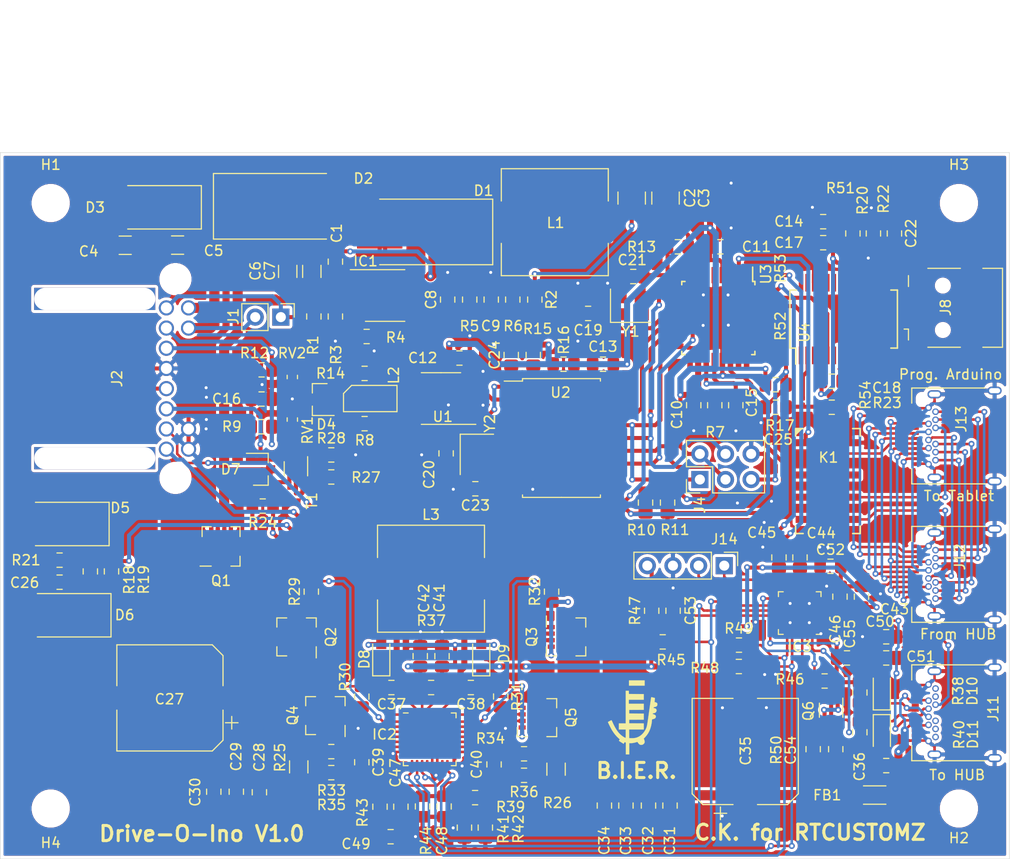
<source format=kicad_pcb>
(kicad_pcb (version 20171130) (host pcbnew "(5.1.0)-1")
  (layers (0 F.Cu signal) (31 B.Cu signal) (34 B.Paste user) (35 F.Paste user) (36 B.SilkS user) (37 F.SilkS user) (38 B.Mask user) (39 F.Mask user) (44 Edge.Cuts user))
  (net 0 "")
  (net 1 "Net-(C1-Pad2)")
  (net 2 "Net-(C1-Pad1)")
  (net 3 +5V)
  (net 4 "Net-(C4-Pad1)")
  (net 5 +12V)
  (net 6 "Net-(C8-Pad1)")
  (net 7 "Net-(C9-Pad1)")
  (net 8 "Net-(C14-Pad1)")
  (net 9 "Net-(C15-Pad2)")
  (net 10 "Net-(C16-Pad1)")
  (net 11 "Net-(C19-Pad1)")
  (net 12 "Net-(C20-Pad1)")
  (net 13 "Net-(C21-Pad1)")
  (net 14 "Net-(C22-Pad2)")
  (net 15 "Net-(C23-Pad1)")
  (net 16 "Net-(C24-Pad1)")
  (net 17 "Net-(C25-Pad1)")
  (net 18 "Net-(C25-Pad2)")
  (net 19 "Net-(C26-Pad1)")
  (net 20 +12L)
  (net 21 "Net-(C31-Pad1)")
  (net 22 "Net-(C36-Pad1)")
  (net 23 "Net-(C37-Pad2)")
  (net 24 "Net-(C37-Pad1)")
  (net 25 "Net-(C38-Pad2)")
  (net 26 "Net-(C38-Pad1)")
  (net 27 "Net-(C39-Pad2)")
  (net 28 "Net-(C39-Pad1)")
  (net 29 "Net-(C40-Pad1)")
  (net 30 "Net-(C40-Pad2)")
  (net 31 +48V)
  (net 32 +5VD)
  (net 33 "Net-(C47-Pad1)")
  (net 34 "Net-(C48-Pad1)")
  (net 35 "Net-(C49-Pad1)")
  (net 36 "Net-(C50-Pad1)")
  (net 37 "Net-(C51-Pad1)")
  (net 38 "Net-(C52-Pad1)")
  (net 39 "Net-(C53-Pad1)")
  (net 40 "Net-(C54-Pad1)")
  (net 41 "Net-(C55-Pad1)")
  (net 42 "Net-(D10-Pad1)")
  (net 43 "Net-(D11-Pad1)")
  (net 44 "Net-(IC1-Pad3)")
  (net 45 "Net-(IC1-Pad4)")
  (net 46 "Net-(IC1-Pad5)")
  (net 47 "Net-(IC2-Pad1)")
  (net 48 "Net-(IC2-Pad2)")
  (net 49 "Net-(IC2-Pad8)")
  (net 50 "Net-(IC2-Pad9)")
  (net 51 "Net-(IC2-Pad10)")
  (net 52 /INT)
  (net 53 "Net-(IC2-Pad12)")
  (net 54 "Net-(IC2-Pad19)")
  (net 55 "Net-(IC2-Pad23)")
  (net 56 "Net-(IC2-Pad24)")
  (net 57 "Net-(IC2-Pad27)")
  (net 58 "Net-(IC2-Pad28)")
  (net 59 "Net-(IC3-Pad3)")
  (net 60 "Net-(IC3-Pad4)")
  (net 61 "Net-(IC3-Pad5)")
  (net 62 "Net-(IC3-Pad10)")
  (net 63 "Net-(IC3-Pad11)")
  (net 64 "Net-(IC3-Pad12)")
  (net 65 "Net-(IC3-Pad13)")
  (net 66 "Net-(IC3-Pad21)")
  (net 67 "Net-(IC3-Pad22)")
  (net 68 /MISO)
  (net 69 /SCK)
  (net 70 /MOSI)
  (net 71 "Net-(J8-Pad1)")
  (net 72 "Net-(J8-Pad2)")
  (net 73 "Net-(J8-Pad3)")
  (net 74 "Net-(J8-Pad4)")
  (net 75 "Net-(J11-PadB11)")
  (net 76 "Net-(J11-PadB10)")
  (net 77 "Net-(J11-PadB8)")
  (net 78 "Net-(J11-PadB3)")
  (net 79 "Net-(J11-PadB2)")
  (net 80 "Net-(J11-PadA11)")
  (net 81 "Net-(J11-PadA8)")
  (net 82 "Net-(J11-PadA10)")
  (net 83 "Net-(J11-PadA3)")
  (net 84 "Net-(J11-PadA2)")
  (net 85 "Net-(J12-PadA2)")
  (net 86 "Net-(J12-PadA3)")
  (net 87 "Net-(J12-PadA4)")
  (net 88 "Net-(J12-PadA5)")
  (net 89 "Net-(J12-PadA6)")
  (net 90 "Net-(J12-PadA7)")
  (net 91 "Net-(J12-PadA10)")
  (net 92 "Net-(J12-PadA8)")
  (net 93 "Net-(J12-PadA11)")
  (net 94 "Net-(J12-PadB6)")
  (net 95 "Net-(J12-PadB7)")
  (net 96 "Net-(J12-PadB2)")
  (net 97 "Net-(J12-PadB3)")
  (net 98 "Net-(J12-PadB5)")
  (net 99 "Net-(J12-PadB8)")
  (net 100 "Net-(J12-PadB10)")
  (net 101 "Net-(J12-PadB11)")
  (net 102 "Net-(J13-PadA5)")
  (net 103 "Net-(J13-PadB5)")
  (net 104 "Net-(K1-Pad7)")
  (net 105 "Net-(K1-Pad2)")
  (net 106 /Tablet_PD)
  (net 107 "Net-(L2-Pad2)")
  (net 108 "Net-(L2-Pad4)")
  (net 109 "Net-(Q1-Pad2)")
  (net 110 "Net-(Q2-Pad2)")
  (net 111 "Net-(Q2-Pad3)")
  (net 112 "Net-(Q3-Pad3)")
  (net 113 "Net-(Q3-Pad2)")
  (net 114 "Net-(Q4-Pad2)")
  (net 115 "Net-(Q5-Pad2)")
  (net 116 "Net-(Q6-Pad1)")
  (net 117 "Net-(R16-Pad1)")
  (net 118 /WAKE_INPUT)
  (net 119 "Net-(R20-Pad2)")
  (net 120 /Power_PD)
  (net 121 /Remote12V)
  (net 122 "Net-(R28-Pad1)")
  (net 123 "Net-(T1-Pad5)")
  (net 124 "Net-(U1-Pad1)")
  (net 125 "Net-(U1-Pad4)")
  (net 126 "Net-(U1-Pad5)")
  (net 127 /STANDBY)
  (net 128 "Net-(U2-Pad3)")
  (net 129 "Net-(U2-Pad4)")
  (net 130 "Net-(U2-Pad5)")
  (net 131 "Net-(U2-Pad6)")
  (net 132 "Net-(U2-Pad10)")
  (net 133 "Net-(U2-Pad11)")
  (net 134 /CS)
  (net 135 "Net-(U3-Pad10)")
  (net 136 "Net-(U3-Pad11)")
  (net 137 "Net-(U3-Pad23)")
  (net 138 "Net-(U3-Pad24)")
  (net 139 "Net-(U3-Pad25)")
  (net 140 "Net-(U3-Pad26)")
  (net 141 "Net-(U3-Pad27)")
  (net 142 "Net-(U3-Pad28)")
  (net 143 /Rx)
  (net 144 /Tx)
  (net 145 "Net-(U4-Pad3)")
  (net 146 "Net-(U4-Pad6)")
  (net 147 "Net-(U4-Pad9)")
  (net 148 "Net-(U4-Pad10)")
  (net 149 "Net-(U4-Pad11)")
  (net 150 "Net-(U4-Pad12)")
  (net 151 "Net-(U4-Pad13)")
  (net 152 "Net-(U4-Pad14)")
  (net 153 "Net-(U4-Pad22)")
  (net 154 "Net-(U4-Pad23)")
  (net 155 "Net-(U4-Pad27)")
  (net 156 "Net-(U4-Pad28)")
  (net 157 KL31)
  (net 158 KL30)
  (net 159 CAN_LOW)
  (net 160 CAN_HIGH)
  (net 161 WAKE)
  (net 162 AMP_REMOTE)
  (net 163 KL15)
  (net 164 SWC1_RX)
  (net 165 SWC2_RX)
  (net 166 "Net-(Y1-Pad4)")
  (net 167 "Net-(Y1-Pad2)")
  (net 168 "Net-(Y2-Pad4)")
  (net 169 "Net-(Y2-Pad2)")
  (net 170 /INT_DCDC)
  (net 171 /EN_DCDC)
  (net 172 "Net-(R52-Pad1)")
  (net 173 "Net-(R53-Pad1)")
  (net 174 "Net-(R54-Pad1)")
  (module Diode_SMD:D_SMB_Handsoldering (layer F.Cu) (at 56.375 95.85 180)
    (fp_text reference D6 (at -5.95 0.025) (layer F.SilkS))
    (fp_text value 4.7V)
    (pad 2 smd rect (at 2.7 0 180) (size 3.5 2.3) (layers F.Cu F.Paste F.Mask) (net 157 KL31))
    (pad 1 smd rect (at -2.7 0 180) (size 3.5 2.3) (layers F.Cu F.Paste F.Mask) (net 19 "Net-(C26-Pad1)"))
  )
  (module Logo:FH-LogoSilk (layer F.Cu) (at 112.6998 105.9561)
    (fp_text reference G*** hide)
    (fp_text value LOGO hide)
  )
  (module Package_SO:SOIC-18W_7.5x11.6mm_P1.27mm (layer F.Cu) (at 105.6132 78.2828)
    (fp_text reference U2 (at -0.0889 -4.5085) (layer F.SilkS))
    (fp_text value MCP2515-xSO)
    (pad 1 smd roundrect (at -4.65 -5.08) (size 2.05 0.6) (layers F.Cu F.Paste F.Mask) (net 124 "Net-(U1-Pad1)"))
    (pad 2 smd roundrect (at -4.65 -3.81) (size 2.05 0.6) (layers F.Cu F.Paste F.Mask) (net 125 "Net-(U1-Pad4)"))
    (pad 3 smd roundrect (at -4.65 -2.54) (size 2.05 0.6) (layers F.Cu F.Paste F.Mask) (net 128 "Net-(U2-Pad3)"))
    (pad 4 smd roundrect (at -4.65 -1.27) (size 2.05 0.6) (layers F.Cu F.Paste F.Mask) (net 129 "Net-(U2-Pad4)"))
    (pad 5 smd roundrect (at -4.65 0) (size 2.05 0.6) (layers F.Cu F.Paste F.Mask) (net 130 "Net-(U2-Pad5)"))
    (pad 6 smd roundrect (at -4.65 1.27) (size 2.05 0.6) (layers F.Cu F.Paste F.Mask) (net 131 "Net-(U2-Pad6)"))
    (pad 7 smd roundrect (at -4.65 2.54) (size 2.05 0.6) (layers F.Cu F.Paste F.Mask) (net 12 "Net-(C20-Pad1)"))
    (pad 8 smd roundrect (at -4.65 3.81) (size 2.05 0.6) (layers F.Cu F.Paste F.Mask) (net 15 "Net-(C23-Pad1)"))
    (pad 9 smd roundrect (at -4.65 5.08) (size 2.05 0.6) (layers F.Cu F.Paste F.Mask) (net 157 KL31))
    (pad 10 smd roundrect (at 4.65 5.08) (size 2.05 0.6) (layers F.Cu F.Paste F.Mask) (net 132 "Net-(U2-Pad10)"))
    (pad 11 smd roundrect (at 4.65 3.81) (size 2.05 0.6) (layers F.Cu F.Paste F.Mask) (net 133 "Net-(U2-Pad11)"))
    (pad 12 smd roundrect (at 4.65 2.54) (size 2.05 0.6) (layers F.Cu F.Paste F.Mask) (net 52 /INT))
    (pad 13 smd roundrect (at 4.65 1.27) (size 2.05 0.6) (layers F.Cu F.Paste F.Mask) (net 69 /SCK))
    (pad 14 smd roundrect (at 4.65 0) (size 2.05 0.6) (layers F.Cu F.Paste F.Mask) (net 70 /MOSI))
    (pad 15 smd roundrect (at 4.65 -1.27) (size 2.05 0.6) (layers F.Cu F.Paste F.Mask) (net 68 /MISO))
    (pad 16 smd roundrect (at 4.65 -2.54) (size 2.05 0.6) (layers F.Cu F.Paste F.Mask) (net 134 /CS))
    (pad 17 smd roundrect (at 4.65 -3.81) (size 2.05 0.6) (layers F.Cu F.Paste F.Mask) (net 117 "Net-(R16-Pad1)"))
    (pad 18 smd roundrect (at 4.65 -5.08) (size 2.05 0.6) (layers F.Cu F.Paste F.Mask) (net 3 +5V))
  )
  (module Capacitor_SMD:C_0805_2012Metric_Pad1.15x1.40mm_HandSolder (layer F.Cu) (at 109.728 70.9676 180)
    (fp_text reference C13 (at 0.0127 1.7399) (layer F.SilkS))
    (fp_text value 100nF)
    (pad 1 smd roundrect (at -1.025 0 180) (size 1.15 1.4) (layers F.Cu F.Paste F.Mask) (roundrect_rratio 0.217391) (net 3 +5V))
    (pad 2 smd roundrect (at 1.025 0 180) (size 1.15 1.4) (layers F.Cu F.Paste F.Mask) (roundrect_rratio 0.217391) (net 157 KL31))
  )
  (module Capacitor_SMD:C_0805_2012Metric_Pad1.15x1.40mm_HandSolder (layer F.Cu) (at 108.2548 65.9384 180)
    (fp_text reference C19 (at 0 -1.65) (layer F.SilkS))
    (fp_text value 10pF)
    (pad 2 smd roundrect (at 1.025 0 180) (size 1.15 1.4) (layers F.Cu F.Paste F.Mask) (roundrect_rratio 0.217391) (net 157 KL31))
    (pad 1 smd roundrect (at -1.025 0 180) (size 1.15 1.4) (layers F.Cu F.Paste F.Mask) (roundrect_rratio 0.217391) (net 11 "Net-(C19-Pad1)"))
  )
  (module Package_QFP:TQFP-32_7x7mm_P0.8mm (layer F.Cu) (at 121.158 66.3956 270)
    (fp_text reference U3 (at -4.3434 -4.72186 90) (layer F.SilkS))
    (fp_text value ATmega328P-AU)
    (pad 1 smd rect (at -4.25 -2.8 270) (size 1.6 0.55) (layers F.Cu F.Paste F.Mask) (net 120 /Power_PD))
    (pad 2 smd rect (at -4.25 -2 270) (size 1.6 0.55) (layers F.Cu F.Paste F.Mask) (net 106 /Tablet_PD))
    (pad 3 smd rect (at -4.25 -1.2 270) (size 1.6 0.55) (layers F.Cu F.Paste F.Mask) (net 157 KL31))
    (pad 4 smd rect (at -4.25 -0.4 270) (size 1.6 0.55) (layers F.Cu F.Paste F.Mask) (net 3 +5V))
    (pad 5 smd rect (at -4.25 0.4 270) (size 1.6 0.55) (layers F.Cu F.Paste F.Mask) (net 157 KL31))
    (pad 6 smd rect (at -4.25 1.2 270) (size 1.6 0.55) (layers F.Cu F.Paste F.Mask) (net 3 +5V))
    (pad 7 smd rect (at -4.25 2 270) (size 1.6 0.55) (layers F.Cu F.Paste F.Mask) (net 11 "Net-(C19-Pad1)"))
    (pad 8 smd rect (at -4.25 2.8 270) (size 1.6 0.55) (layers F.Cu F.Paste F.Mask) (net 13 "Net-(C21-Pad1)"))
    (pad 9 smd rect (at -2.8 4.25) (size 1.6 0.55) (layers F.Cu F.Paste F.Mask) (net 121 /Remote12V))
    (pad 10 smd rect (at -2 4.25) (size 1.6 0.55) (layers F.Cu F.Paste F.Mask) (net 135 "Net-(U3-Pad10)"))
    (pad 11 smd rect (at -1.2 4.25) (size 1.6 0.55) (layers F.Cu F.Paste F.Mask) (net 136 "Net-(U3-Pad11)"))
    (pad 12 smd rect (at -0.4 4.25) (size 1.6 0.55) (layers F.Cu F.Paste F.Mask) (net 127 /STANDBY))
    (pad 13 smd rect (at 0.4 4.25) (size 1.6 0.55) (layers F.Cu F.Paste F.Mask) (net 52 /INT))
    (pad 14 smd rect (at 1.2 4.25) (size 1.6 0.55) (layers F.Cu F.Paste F.Mask) (net 134 /CS))
    (pad 15 smd rect (at 2 4.25) (size 1.6 0.55) (layers F.Cu F.Paste F.Mask) (net 70 /MOSI))
    (pad 16 smd rect (at 2.8 4.25) (size 1.6 0.55) (layers F.Cu F.Paste F.Mask) (net 68 /MISO))
    (pad 17 smd rect (at 4.25 2.8 270) (size 1.6 0.55) (layers F.Cu F.Paste F.Mask) (net 69 /SCK))
    (pad 18 smd rect (at 4.25 2 270) (size 1.6 0.55) (layers F.Cu F.Paste F.Mask) (net 3 +5V))
    (pad 19 smd rect (at 4.25 1.2 270) (size 1.6 0.55) (layers F.Cu F.Paste F.Mask) (net 164 SWC1_RX))
    (pad 20 smd rect (at 4.25 0.4 270) (size 1.6 0.55) (layers F.Cu F.Paste F.Mask) (net 9 "Net-(C15-Pad2)"))
    (pad 21 smd rect (at 4.25 -0.4 270) (size 1.6 0.55) (layers F.Cu F.Paste F.Mask) (net 157 KL31))
    (pad 22 smd rect (at 4.25 -1.2 270) (size 1.6 0.55) (layers F.Cu F.Paste F.Mask) (net 165 SWC2_RX))
    (pad 23 smd rect (at 4.25 -2 270) (size 1.6 0.55) (layers F.Cu F.Paste F.Mask) (net 137 "Net-(U3-Pad23)"))
    (pad 24 smd rect (at 4.25 -2.8 270) (size 1.6 0.55) (layers F.Cu F.Paste F.Mask) (net 138 "Net-(U3-Pad24)"))
    (pad 25 smd rect (at 2.8 -4.25) (size 1.6 0.55) (layers F.Cu F.Paste F.Mask) (net 139 "Net-(U3-Pad25)"))
    (pad 26 smd rect (at 2 -4.25) (size 1.6 0.55) (layers F.Cu F.Paste F.Mask) (net 140 "Net-(U3-Pad26)"))
    (pad 27 smd rect (at 1.2 -4.25) (size 1.6 0.55) (layers F.Cu F.Paste F.Mask) (net 141 "Net-(U3-Pad27)"))
    (pad 28 smd rect (at 0.4 -4.25) (size 1.6 0.55) (layers F.Cu F.Paste F.Mask) (net 142 "Net-(U3-Pad28)"))
    (pad 29 smd rect (at -0.4 -4.25) (size 1.6 0.55) (layers F.Cu F.Paste F.Mask) (net 17 "Net-(C25-Pad1)"))
    (pad 30 smd rect (at -1.2 -4.25) (size 1.6 0.55) (layers F.Cu F.Paste F.Mask) (net 143 /Rx))
    (pad 31 smd rect (at -2 -4.25) (size 1.6 0.55) (layers F.Cu F.Paste F.Mask) (net 144 /Tx))
    (pad 32 smd rect (at -2.8 -4.25) (size 1.6 0.55) (layers F.Cu F.Paste F.Mask) (net 118 /WAKE_INPUT))
  )
  (module Capacitor_SMD:C_0805_2012Metric_Pad1.15x1.40mm_HandSolder (layer F.Cu) (at 112.7252 62.2808 180)
    (fp_text reference C21 (at 0.1016 1.6383) (layer F.SilkS))
    (fp_text value 10pF)
    (pad 1 smd roundrect (at -1.025 0 180) (size 1.15 1.4) (layers F.Cu F.Paste F.Mask) (roundrect_rratio 0.217391) (net 13 "Net-(C21-Pad1)"))
    (pad 2 smd roundrect (at 1.025 0 180) (size 1.15 1.4) (layers F.Cu F.Paste F.Mask) (roundrect_rratio 0.217391) (net 157 KL31))
  )
  (module Resistor_SMD:R_0805_2012Metric_Pad1.15x1.40mm_HandSolder (layer F.Cu) (at 117.1448 59.3344 180)
    (fp_text reference R13 (at 3.5941 -0.0127) (layer F.SilkS))
    (fp_text value 1M)
    (pad 1 smd roundrect (at -1.025 0 180) (size 1.15 1.4) (layers F.Cu F.Paste F.Mask) (roundrect_rratio 0.217391) (net 11 "Net-(C19-Pad1)"))
    (pad 2 smd roundrect (at 1.025 0 180) (size 1.15 1.4) (layers F.Cu F.Paste F.Mask) (roundrect_rratio 0.217391) (net 13 "Net-(C21-Pad1)"))
  )
  (module Connector_PinHeader_2.54mm:PinHeader_1x02_P2.54mm_Vertical (layer F.Cu) (at 77.80528 66.30416 270)
    (fp_text reference J1 (at -0.06096 4.70408 90) (layer F.SilkS))
    (fp_text value ENABLE_KL15)
    (pad 1 thru_hole rect (at 0 0 270) (size 1.7 1.7) (drill 1) (layers *.Cu *.Mask) (net 163 KL15))
    (pad 2 thru_hole oval (at 0 2.54 270) (size 1.7 1.7) (drill 1) (layers *.Cu *.Mask) (net 158 KL30))
  )
  (module Capacitor_SMD:C_0805_2012Metric_Pad1.15x1.40mm_HandSolder (layer F.Cu) (at 83.2104 60.8076 270)
    (fp_text reference C1 (at -2.8194 -0.127 90) (layer F.SilkS))
    (fp_text value 100nF)
    (pad 2 smd roundrect (at 1.025 0 270) (size 1.15 1.4) (layers F.Cu F.Paste F.Mask) (roundrect_rratio 0.217391) (net 1 "Net-(C1-Pad2)"))
    (pad 1 smd roundrect (at -1.025 0 270) (size 1.15 1.4) (layers F.Cu F.Paste F.Mask) (roundrect_rratio 0.217391) (net 2 "Net-(C1-Pad1)"))
  )
  (module Capacitor_SMD:C_1210_3225Metric_Pad1.42x2.65mm_HandSolder (layer F.Cu) (at 112.5728 54.5084 90)
    (fp_text reference C2 (at 0.0127 5.7785 90) (layer F.SilkS))
    (fp_text value 100µF)
    (pad 2 smd roundrect (at 1.4875 0 90) (size 1.425 2.65) (layers F.Cu F.Paste F.Mask) (roundrect_rratio 0.175439) (net 157 KL31))
    (pad 1 smd roundrect (at -1.4875 0 90) (size 1.425 2.65) (layers F.Cu F.Paste F.Mask) (roundrect_rratio 0.175439) (net 3 +5V))
  )
  (module Capacitor_SMD:C_1210_3225Metric_Pad1.42x2.65mm_HandSolder (layer F.Cu) (at 115.9256 54.5084 90)
    (fp_text reference C3 (at 0 3.81 90) (layer F.SilkS))
    (fp_text value 100µF)
    (pad 1 smd roundrect (at -1.4875 0 90) (size 1.425 2.65) (layers F.Cu F.Paste F.Mask) (roundrect_rratio 0.175439) (net 3 +5V))
    (pad 2 smd roundrect (at 1.4875 0 90) (size 1.425 2.65) (layers F.Cu F.Paste F.Mask) (roundrect_rratio 0.175439) (net 157 KL31))
  )
  (module Capacitor_SMD:C_1206_3216Metric_Pad1.42x1.75mm_HandSolder (layer F.Cu) (at 62.3824 59.182 180)
    (fp_text reference C4 (at 3.6195 -0.6096) (layer F.SilkS))
    (fp_text value 100nF)
    (pad 1 smd roundrect (at -1.4875 0 180) (size 1.425 1.75) (layers F.Cu F.Paste F.Mask) (roundrect_rratio 0.175439) (net 4 "Net-(C4-Pad1)"))
    (pad 2 smd roundrect (at 1.4875 0 180) (size 1.425 1.75) (layers F.Cu F.Paste F.Mask) (roundrect_rratio 0.175439) (net 157 KL31))
  )
  (module Capacitor_SMD:C_1206_3216Metric_Pad1.42x1.75mm_HandSolder (layer F.Cu) (at 67.57416 59.16676 180)
    (fp_text reference C5 (at -3.57124 -0.56134) (layer F.SilkS))
    (fp_text value 100nF)
    (pad 2 smd roundrect (at 1.4875 0 180) (size 1.425 1.75) (layers F.Cu F.Paste F.Mask) (roundrect_rratio 0.175439) (net 4 "Net-(C4-Pad1)"))
    (pad 1 smd roundrect (at -1.4875 0 180) (size 1.425 1.75) (layers F.Cu F.Paste F.Mask) (roundrect_rratio 0.175439) (net 158 KL30))
  )
  (module Capacitor_SMD:C_1206_3216Metric_Pad1.42x1.75mm_HandSolder (layer F.Cu) (at 78.486 61.7728 90)
    (fp_text reference C6 (at 0.0508 -3.2004 90) (layer F.SilkS))
    (fp_text value 10µF)
    (pad 1 smd roundrect (at -1.4875 0 90) (size 1.425 1.75) (layers F.Cu F.Paste F.Mask) (roundrect_rratio 0.175439) (net 5 +12V))
    (pad 2 smd roundrect (at 1.4875 0 90) (size 1.425 1.75) (layers F.Cu F.Paste F.Mask) (roundrect_rratio 0.175439) (net 157 KL31))
  )
  (module Capacitor_SMD:C_1206_3216Metric_Pad1.42x1.75mm_HandSolder (layer F.Cu) (at 80.8736 61.7728 90)
    (fp_text reference C7 (at 0.0508 -4.1656 90) (layer F.SilkS))
    (fp_text value 10µF)
    (pad 2 smd roundrect (at 1.4875 0 90) (size 1.425 1.75) (layers F.Cu F.Paste F.Mask) (roundrect_rratio 0.175439) (net 157 KL31))
    (pad 1 smd roundrect (at -1.4875 0 90) (size 1.425 1.75) (layers F.Cu F.Paste F.Mask) (roundrect_rratio 0.175439) (net 5 +12V))
  )
  (module Capacitor_SMD:C_0805_2012Metric_Pad1.15x1.40mm_HandSolder (layer F.Cu) (at 94.3356 64.5668 90)
    (fp_text reference C8 (at 0 -1.65 90) (layer F.SilkS))
    (fp_text value 39pF)
    (pad 1 smd roundrect (at -1.025 0 90) (size 1.15 1.4) (layers F.Cu F.Paste F.Mask) (roundrect_rratio 0.217391) (net 6 "Net-(C8-Pad1)"))
    (pad 2 smd roundrect (at 1.025 0 90) (size 1.15 1.4) (layers F.Cu F.Paste F.Mask) (roundrect_rratio 0.217391) (net 157 KL31))
  )
  (module Capacitor_SMD:C_0805_2012Metric_Pad1.15x1.40mm_HandSolder (layer F.Cu) (at 98.6536 64.5668 90)
    (fp_text reference C9 (at -2.60858 -0.04572 180) (layer F.SilkS))
    (fp_text value 820pF)
    (pad 2 smd roundrect (at 1.025 0 90) (size 1.15 1.4) (layers F.Cu F.Paste F.Mask) (roundrect_rratio 0.217391) (net 157 KL31))
    (pad 1 smd roundrect (at -1.025 0 90) (size 1.15 1.4) (layers F.Cu F.Paste F.Mask) (roundrect_rratio 0.217391) (net 7 "Net-(C9-Pad1)"))
  )
  (module Capacitor_SMD:C_0805_2012Metric_Pad1.15x1.40mm_HandSolder (layer F.Cu) (at 118.7196 75.0316 270)
    (fp_text reference C10 (at 0.93472 1.66624 90) (layer F.SilkS))
    (fp_text value 100nF)
    (pad 2 smd roundrect (at 1.025 0 270) (size 1.15 1.4) (layers F.Cu F.Paste F.Mask) (roundrect_rratio 0.217391) (net 157 KL31))
    (pad 1 smd roundrect (at -1.025 0 270) (size 1.15 1.4) (layers F.Cu F.Paste F.Mask) (roundrect_rratio 0.217391) (net 3 +5V))
  )
  (module Capacitor_SMD:C_0805_2012Metric_Pad1.15x1.40mm_HandSolder (layer F.Cu) (at 121.3612 59.3344 180)
    (fp_text reference C11 (at -3.5814 0) (layer F.SilkS))
    (fp_text value 100nF)
    (pad 1 smd roundrect (at -1.025 0 180) (size 1.15 1.4) (layers F.Cu F.Paste F.Mask) (roundrect_rratio 0.217391) (net 157 KL31))
    (pad 2 smd roundrect (at 1.025 0 180) (size 1.15 1.4) (layers F.Cu F.Paste F.Mask) (roundrect_rratio 0.217391) (net 3 +5V))
  )
  (module Capacitor_SMD:C_0805_2012Metric_Pad1.15x1.40mm_HandSolder (layer F.Cu) (at 95.504 70.358)
    (fp_text reference C12 (at -3.6449 -0.0127) (layer F.SilkS))
    (fp_text value 100nF)
    (pad 1 smd roundrect (at -1.025 0) (size 1.15 1.4) (layers F.Cu F.Paste F.Mask) (roundrect_rratio 0.217391) (net 3 +5V))
    (pad 2 smd roundrect (at 1.025 0) (size 1.15 1.4) (layers F.Cu F.Paste F.Mask) (roundrect_rratio 0.217391) (net 157 KL31))
  )
  (module Capacitor_SMD:C_0805_2012Metric_Pad1.15x1.40mm_HandSolder (layer F.Cu) (at 131.5466 56.8452 180)
    (fp_text reference C14 (at 3.39852 0.0254) (layer F.SilkS))
    (fp_text value 4.7µF)
    (pad 1 smd roundrect (at -1.025 0 180) (size 1.15 1.4) (layers F.Cu F.Paste F.Mask) (roundrect_rratio 0.217391) (net 8 "Net-(C14-Pad1)"))
    (pad 2 smd roundrect (at 1.025 0 180) (size 1.15 1.4) (layers F.Cu F.Paste F.Mask) (roundrect_rratio 0.217391) (net 157 KL31))
  )
  (module Capacitor_SMD:C_0805_2012Metric_Pad1.15x1.40mm_HandSolder (layer F.Cu) (at 122.8852 75.0316 90)
    (fp_text reference C15 (at 0.24892 1.5748 90) (layer F.SilkS))
    (fp_text value 100nF)
    (pad 2 smd roundrect (at 1.025 0 90) (size 1.15 1.4) (layers F.Cu F.Paste F.Mask) (roundrect_rratio 0.217391) (net 9 "Net-(C15-Pad2)"))
    (pad 1 smd roundrect (at -1.025 0 90) (size 1.15 1.4) (layers F.Cu F.Paste F.Mask) (roundrect_rratio 0.217391) (net 157 KL31))
  )
  (module Capacitor_SMD:C_0805_2012Metric_Pad1.15x1.40mm_HandSolder (layer F.Cu) (at 75.8952 74.422)
    (fp_text reference C16 (at -3.45948 -0.00508) (layer F.SilkS))
    (fp_text value 4.7nF)
    (pad 2 smd roundrect (at 1.025 0) (size 1.15 1.4) (layers F.Cu F.Paste F.Mask) (roundrect_rratio 0.217391) (net 157 KL31))
    (pad 1 smd roundrect (at -1.025 0) (size 1.15 1.4) (layers F.Cu F.Paste F.Mask) (roundrect_rratio 0.217391) (net 10 "Net-(C16-Pad1)"))
  )
  (module Capacitor_SMD:C_0805_2012Metric_Pad1.15x1.40mm_HandSolder (layer F.Cu) (at 131.5466 58.928)
    (fp_text reference C17 (at -3.40868 -0.00508) (layer F.SilkS))
    (fp_text value 100nF)
    (pad 2 smd roundrect (at 1.025 0) (size 1.15 1.4) (layers F.Cu F.Paste F.Mask) (roundrect_rratio 0.217391) (net 8 "Net-(C14-Pad1)"))
    (pad 1 smd roundrect (at -1.025 0) (size 1.15 1.4) (layers F.Cu F.Paste F.Mask) (roundrect_rratio 0.217391) (net 157 KL31))
  )
  (module Capacitor_SMD:C_0805_2012Metric_Pad1.15x1.40mm_HandSolder (layer F.Cu) (at 132.4102 72.6567)
    (fp_text reference C18 (at 5.4356 0.65278) (layer F.SilkS))
    (fp_text value 100nF)
    (pad 1 smd roundrect (at -1.025 0) (size 1.15 1.4) (layers F.Cu F.Paste F.Mask) (roundrect_rratio 0.217391) (net 8 "Net-(C14-Pad1)"))
    (pad 2 smd roundrect (at 1.025 0) (size 1.15 1.4) (layers F.Cu F.Paste F.Mask) (roundrect_rratio 0.217391) (net 157 KL31))
  )
  (module Capacitor_SMD:C_0805_2012Metric_Pad1.15x1.40mm_HandSolder (layer F.Cu) (at 94.1832 79.8068 270)
    (fp_text reference C20 (at 2.08788 1.68656 90) (layer F.SilkS))
    (fp_text value 22pF)
    (pad 1 smd roundrect (at -1.025 0 270) (size 1.15 1.4) (layers F.Cu F.Paste F.Mask) (roundrect_rratio 0.217391) (net 12 "Net-(C20-Pad1)"))
    (pad 2 smd roundrect (at 1.025 0 270) (size 1.15 1.4) (layers F.Cu F.Paste F.Mask) (roundrect_rratio 0.217391) (net 157 KL31))
  )
  (module Capacitor_SMD:C_0805_2012Metric_Pad1.15x1.40mm_HandSolder (layer F.Cu) (at 138.6078 58.0136 270)
    (fp_text reference C22 (at 0 -1.65 90) (layer F.SilkS))
    (fp_text value 1µF)
    (pad 1 smd roundrect (at -1.025 0 270) (size 1.15 1.4) (layers F.Cu F.Paste F.Mask) (roundrect_rratio 0.217391) (net 157 KL31))
    (pad 2 smd roundrect (at 1.025 0 270) (size 1.15 1.4) (layers F.Cu F.Paste F.Mask) (roundrect_rratio 0.217391) (net 14 "Net-(C22-Pad2)"))
  )
  (module Capacitor_SMD:C_0805_2012Metric_Pad1.15x1.40mm_HandSolder (layer F.Cu) (at 97.0788 83.312 180)
    (fp_text reference C23 (at 0 -1.65) (layer F.SilkS))
    (fp_text value 22pF)
    (pad 1 smd roundrect (at -1.025 0 180) (size 1.15 1.4) (layers F.Cu F.Paste F.Mask) (roundrect_rratio 0.217391) (net 15 "Net-(C23-Pad1)"))
    (pad 2 smd roundrect (at 1.025 0 180) (size 1.15 1.4) (layers F.Cu F.Paste F.Mask) (roundrect_rratio 0.217391) (net 157 KL31))
  )
  (module Capacitor_SMD:C_0805_2012Metric_Pad1.15x1.40mm_HandSolder (layer F.Cu) (at 100.6348 70.0532 90)
    (fp_text reference C24 (at 0 -1.65 90) (layer F.SilkS))
    (fp_text value 100nF)
    (pad 2 smd roundrect (at 1.025 0 90) (size 1.15 1.4) (layers F.Cu F.Paste F.Mask) (roundrect_rratio 0.217391) (net 157 KL31))
    (pad 1 smd roundrect (at -1.025 0 90) (size 1.15 1.4) (layers F.Cu F.Paste F.Mask) (roundrect_rratio 0.217391) (net 16 "Net-(C24-Pad1)"))
  )
  (module Capacitor_SMD:C_0805_2012Metric_Pad1.15x1.40mm_HandSolder (layer F.Cu) (at 126.8476 75.2348)
    (fp_text reference C25 (at 0.24892 3.19532 180) (layer F.SilkS))
    (fp_text value 100nF)
    (pad 1 smd roundrect (at -1.025 0) (size 1.15 1.4) (layers F.Cu F.Paste F.Mask) (roundrect_rratio 0.217391) (net 17 "Net-(C25-Pad1)"))
    (pad 2 smd roundrect (at 1.025 0) (size 1.15 1.4) (layers F.Cu F.Paste F.Mask) (roundrect_rratio 0.217391) (net 18 "Net-(C25-Pad2)"))
  )
  (module Capacitor_SMD:C_0805_2012Metric_Pad1.15x1.40mm_HandSolder (layer F.Cu) (at 55.88 92.5703 180)
    (fp_text reference C26 (at 3.46456 -0.04826) (layer F.SilkS))
    (fp_text value 10nF)
    (pad 2 smd roundrect (at 1.025 0 180) (size 1.15 1.4) (layers F.Cu F.Paste F.Mask) (roundrect_rratio 0.217391) (net 157 KL31))
    (pad 1 smd roundrect (at -1.025 0 180) (size 1.15 1.4) (layers F.Cu F.Paste F.Mask) (roundrect_rratio 0.217391) (net 19 "Net-(C26-Pad1)"))
  )
  (module Capacitor_SMD:CP_Elec_10x7.7 (layer F.Cu) (at 66.8147 104.0384 180)
    (fp_text reference C27 (at 0.05334 -0.127) (layer F.SilkS))
    (fp_text value 100µF)
    (pad 2 smd roundrect (at 4.35 0 180) (size 4.4 1.9) (layers F.Cu F.Paste F.Mask) (roundrect_rratio 0.131579) (net 157 KL31))
    (pad 1 smd roundrect (at -4.35 0 180) (size 4.4 1.9) (layers F.Cu F.Paste F.Mask) (roundrect_rratio 0.131579) (net 20 +12L))
  )
  (module Capacitor_SMD:C_0805_2012Metric_Pad1.15x1.40mm_HandSolder (layer F.Cu) (at 75.6793 113.3856 270)
    (fp_text reference C28 (at -3.46456 0.00762 90) (layer F.SilkS))
    (fp_text value 10µF)
    (pad 1 smd roundrect (at -1.025 0 270) (size 1.15 1.4) (layers F.Cu F.Paste F.Mask) (roundrect_rratio 0.217391) (net 20 +12L))
    (pad 2 smd roundrect (at 1.025 0 270) (size 1.15 1.4) (layers F.Cu F.Paste F.Mask) (roundrect_rratio 0.217391) (net 157 KL31))
  )
  (module Capacitor_SMD:C_0805_2012Metric_Pad1.15x1.40mm_HandSolder (layer F.Cu) (at 73.3933 113.3348 270)
    (fp_text reference C29 (at -3.47472 0.0127 90) (layer F.SilkS))
    (fp_text value 10µF)
    (pad 2 smd roundrect (at 1.025 0 270) (size 1.15 1.4) (layers F.Cu F.Paste F.Mask) (roundrect_rratio 0.217391) (net 157 KL31))
    (pad 1 smd roundrect (at -1.025 0 270) (size 1.15 1.4) (layers F.Cu F.Paste F.Mask) (roundrect_rratio 0.217391) (net 20 +12L))
  )
  (module Capacitor_SMD:C_0805_2012Metric_Pad1.15x1.40mm_HandSolder (layer F.Cu) (at 71.1581 113.3348 270)
    (fp_text reference C30 (at 0.03556 1.8415 90) (layer F.SilkS))
    (fp_text value 10µF)
    (pad 1 smd roundrect (at -1.025 0 270) (size 1.15 1.4) (layers F.Cu F.Paste F.Mask) (roundrect_rratio 0.217391) (net 20 +12L))
    (pad 2 smd roundrect (at 1.025 0 270) (size 1.15 1.4) (layers F.Cu F.Paste F.Mask) (roundrect_rratio 0.217391) (net 157 KL31))
  )
  (module Capacitor_SMD:C_0805_2012Metric_Pad1.15x1.40mm_HandSolder (layer F.Cu) (at 116.3701 114.7064 270)
    (fp_text reference C31 (at 3.47472 0.01778 270) (layer F.SilkS))
    (fp_text value 10µF)
    (pad 1 smd roundrect (at -1.025 0 270) (size 1.15 1.4) (layers F.Cu F.Paste F.Mask) (roundrect_rratio 0.217391) (net 21 "Net-(C31-Pad1)"))
    (pad 2 smd roundrect (at 1.025 0 270) (size 1.15 1.4) (layers F.Cu F.Paste F.Mask) (roundrect_rratio 0.217391) (net 157 KL31))
  )
  (module Capacitor_SMD:C_0805_2012Metric_Pad1.15x1.40mm_HandSolder (layer F.Cu) (at 114.2365 114.7064 270)
    (fp_text reference C32 (at 3.47472 0.03302 270) (layer F.SilkS))
    (fp_text value 10µF)
    (pad 2 smd roundrect (at 1.025 0 270) (size 1.15 1.4) (layers F.Cu F.Paste F.Mask) (roundrect_rratio 0.217391) (net 157 KL31))
    (pad 1 smd roundrect (at -1.025 0 270) (size 1.15 1.4) (layers F.Cu F.Paste F.Mask) (roundrect_rratio 0.217391) (net 21 "Net-(C31-Pad1)"))
  )
  (module Capacitor_SMD:C_0805_2012Metric_Pad1.15x1.40mm_HandSolder (layer F.Cu) (at 112.0013 114.7064 270)
    (fp_text reference C33 (at 3.48488 0.00254 270) (layer F.SilkS))
    (fp_text value 10µF)
    (pad 1 smd roundrect (at -1.025 0 270) (size 1.15 1.4) (layers F.Cu F.Paste F.Mask) (roundrect_rratio 0.217391) (net 21 "Net-(C31-Pad1)"))
    (pad 2 smd roundrect (at 1.025 0 270) (size 1.15 1.4) (layers F.Cu F.Paste F.Mask) (roundrect_rratio 0.217391) (net 157 KL31))
  )
  (module Capacitor_SMD:C_0805_2012Metric_Pad1.15x1.40mm_HandSolder (layer F.Cu) (at 109.8677 114.7064 270)
    (fp_text reference C34 (at 3.46964 0.00762 270) (layer F.SilkS))
    (fp_text value 10µF)
    (pad 2 smd roundrect (at 1.025 0 270) (size 1.15 1.4) (layers F.Cu F.Paste F.Mask) (roundrect_rratio 0.217391) (net 157 KL31))
    (pad 1 smd roundrect (at -1.025 0 270) (size 1.15 1.4) (layers F.Cu F.Paste F.Mask) (roundrect_rratio 0.217391) (net 21 "Net-(C31-Pad1)"))
  )
  (module Capacitor_SMD:CP_Elec_10x7.7 (layer F.Cu) (at 123.825 109.347 90)
    (fp_text reference C35 (at 0.05588 0.04572 90) (layer F.SilkS))
    (fp_text value 100µF)
    (pad 1 smd roundrect (at -4.35 0 90) (size 4.4 1.9) (layers F.Cu F.Paste F.Mask) (roundrect_rratio 0.131579) (net 21 "Net-(C31-Pad1)"))
    (pad 2 smd roundrect (at 4.35 0 90) (size 4.4 1.9) (layers F.Cu F.Paste F.Mask) (roundrect_rratio 0.131579) (net 157 KL31))
  )
  (module Capacitor_SMD:C_0805_2012Metric_Pad1.15x1.40mm_HandSolder (layer F.Cu) (at 137.795 110.744 180)
    (fp_text reference C36 (at 2.645 -0.106 90) (layer F.SilkS))
    (fp_text value 10µF)
    (pad 1 smd roundrect (at -1.025 0 180) (size 1.15 1.4) (layers F.Cu F.Paste F.Mask) (roundrect_rratio 0.217391) (net 22 "Net-(C36-Pad1)"))
    (pad 2 smd roundrect (at 1.025 0 180) (size 1.15 1.4) (layers F.Cu F.Paste F.Mask) (roundrect_rratio 0.217391) (net 157 KL31))
  )
  (module Capacitor_SMD:C_0805_2012Metric_Pad1.15x1.40mm_HandSolder (layer F.Cu) (at 88.7603 103.0097 180)
    (fp_text reference C37 (at 0 -1.65) (layer F.SilkS))
    (fp_text value 100nF)
    (pad 2 smd roundrect (at 1.025 0 180) (size 1.15 1.4) (layers F.Cu F.Paste F.Mask) (roundrect_rratio 0.217391) (net 23 "Net-(C37-Pad2)"))
    (pad 1 smd roundrect (at -1.025 0 180) (size 1.15 1.4) (layers F.Cu F.Paste F.Mask) (roundrect_rratio 0.217391) (net 24 "Net-(C37-Pad1)"))
  )
  (module Capacitor_SMD:C_0805_2012Metric_Pad1.15x1.40mm_HandSolder (layer F.Cu) (at 96.6343 103.0097 180)
    (fp_text reference C38 (at 0 -1.65) (layer F.SilkS))
    (fp_text value 100nF)
    (pad 2 smd roundrect (at 1.025 0 180) (size 1.15 1.4) (layers F.Cu F.Paste F.Mask) (roundrect_rratio 0.217391) (net 25 "Net-(C38-Pad2)"))
    (pad 1 smd roundrect (at -1.025 0 180) (size 1.15 1.4) (layers F.Cu F.Paste F.Mask) (roundrect_rratio 0.217391) (net 26 "Net-(C38-Pad1)"))
  )
  (module Capacitor_SMD:C_0805_2012Metric_Pad1.15x1.40mm_HandSolder (layer F.Cu) (at 85.8266 110.4138 270)
    (fp_text reference C39 (at 0 -1.65 90) (layer F.SilkS))
    (fp_text value 10nF)
    (pad 2 smd roundrect (at 1.025 0 270) (size 1.15 1.4) (layers F.Cu F.Paste F.Mask) (roundrect_rratio 0.217391) (net 27 "Net-(C39-Pad2)"))
    (pad 1 smd roundrect (at -1.025 0 270) (size 1.15 1.4) (layers F.Cu F.Paste F.Mask) (roundrect_rratio 0.217391) (net 28 "Net-(C39-Pad1)"))
  )
  (module Capacitor_SMD:C_0805_2012Metric_Pad1.15x1.40mm_HandSolder (layer F.Cu) (at 98.933 110.6297 270)
    (fp_text reference C40 (at -0.0127 1.72212 90) (layer F.SilkS))
    (fp_text value 10nF)
    (pad 1 smd roundrect (at -1.025 0 270) (size 1.15 1.4) (layers F.Cu F.Paste F.Mask) (roundrect_rratio 0.217391) (net 29 "Net-(C40-Pad1)"))
    (pad 2 smd roundrect (at 1.025 0 270) (size 1.15 1.4) (layers F.Cu F.Paste F.Mask) (roundrect_rratio 0.217391) (net 30 "Net-(C40-Pad2)"))
  )
  (module Capacitor_SMD:C_0805_2012Metric_Pad1.15x1.40mm_HandSolder (layer F.Cu) (at 93.7768 99.8982 90)
    (fp_text reference C41 (at 5.76072 -0.25908 90) (layer F.SilkS))
    (fp_text value 4.7µF)
    (pad 1 smd roundrect (at -1.025 0 90) (size 1.15 1.4) (layers F.Cu F.Paste F.Mask) (roundrect_rratio 0.217391) (net 31 +48V))
    (pad 2 smd roundrect (at 1.025 0 90) (size 1.15 1.4) (layers F.Cu F.Paste F.Mask) (roundrect_rratio 0.217391) (net 157 KL31))
  )
  (module Capacitor_SMD:C_0805_2012Metric_Pad1.15x1.40mm_HandSolder (layer F.Cu) (at 91.6178 99.8982 90)
    (fp_text reference C42 (at 5.7404 0.381 90) (layer F.SilkS))
    (fp_text value 4.7µF)
    (pad 2 smd roundrect (at 1.025 0 90) (size 1.15 1.4) (layers F.Cu F.Paste F.Mask) (roundrect_rratio 0.217391) (net 157 KL31))
    (pad 1 smd roundrect (at -1.025 0 90) (size 1.15 1.4) (layers F.Cu F.Paste F.Mask) (roundrect_rratio 0.217391) (net 32 +5VD))
  )
  (module Capacitor_SMD:C_0805_2012Metric_Pad1.15x1.40mm_HandSolder (layer F.Cu) (at 135.3439 94.0054 90)
    (fp_text reference C43 (at -1.2446 3.27152 180) (layer F.SilkS))
    (fp_text value 1µF)
    (pad 1 smd roundrect (at -1.025 0 90) (size 1.15 1.4) (layers F.Cu F.Paste F.Mask) (roundrect_rratio 0.217391) (net 32 +5VD))
    (pad 2 smd roundrect (at 1.025 0 90) (size 1.15 1.4) (layers F.Cu F.Paste F.Mask) (roundrect_rratio 0.217391) (net 157 KL31))
  )
  (module Capacitor_SMD:C_0805_2012Metric_Pad1.15x1.40mm_HandSolder (layer F.Cu) (at 129.2479 90.1192 90)
    (fp_text reference C44 (at 2.413 2.10566 180) (layer F.SilkS))
    (fp_text value 100nF)
    (pad 1 smd roundrect (at -1.025 0 90) (size 1.15 1.4) (layers F.Cu F.Paste F.Mask) (roundrect_rratio 0.217391) (net 32 +5VD))
    (pad 2 smd roundrect (at 1.025 0 90) (size 1.15 1.4) (layers F.Cu F.Paste F.Mask) (roundrect_rratio 0.217391) (net 157 KL31))
  )
  (module Capacitor_SMD:C_0805_2012Metric_Pad1.15x1.40mm_HandSolder (layer F.Cu) (at 127.1651 90.1192 90)
    (fp_text reference C45 (at 2.45364 -1.70942 180) (layer F.SilkS))
    (fp_text value 100nF)
    (pad 1 smd roundrect (at -1.025 0 90) (size 1.15 1.4) (layers F.Cu F.Paste F.Mask) (roundrect_rratio 0.217391) (net 32 +5VD))
    (pad 2 smd roundrect (at 1.025 0 90) (size 1.15 1.4) (layers F.Cu F.Paste F.Mask) (roundrect_rratio 0.217391) (net 157 KL31))
  )
  (module Capacitor_SMD:C_0805_2012Metric_Pad1.15x1.40mm_HandSolder (layer F.Cu) (at 133.2103 94.0054 90)
    (fp_text reference C46 (at -3.2196 -0.4603 270) (layer F.SilkS))
    (fp_text value 100nF)
    (pad 2 smd roundrect (at 1.025 0 90) (size 1.15 1.4) (layers F.Cu F.Paste F.Mask) (roundrect_rratio 0.217391) (net 157 KL31))
    (pad 1 smd roundrect (at -1.025 0 90) (size 1.15 1.4) (layers F.Cu F.Paste F.Mask) (roundrect_rratio 0.217391) (net 32 +5VD))
  )
  (module Capacitor_SMD:C_0805_2012Metric_Pad1.15x1.40mm_HandSolder (layer F.Cu) (at 89.7001 114.8207 270)
    (fp_text reference C47 (at -3.35026 0.54102 90) (layer F.SilkS))
    (fp_text value 10pF)
    (pad 1 smd roundrect (at -1.025 0 270) (size 1.15 1.4) (layers F.Cu F.Paste F.Mask) (roundrect_rratio 0.217391) (net 33 "Net-(C47-Pad1)"))
    (pad 2 smd roundrect (at 1.025 0 270) (size 1.15 1.4) (layers F.Cu F.Paste F.Mask) (roundrect_rratio 0.217391) (net 157 KL31))
  )
  (module Capacitor_SMD:C_0805_2012Metric_Pad1.15x1.40mm_HandSolder (layer F.Cu) (at 93.98 114.7953 270)
    (fp_text reference C48 (at 3.40106 0.20828 90) (layer F.SilkS))
    (fp_text value 1nF)
    (pad 2 smd roundrect (at 1.025 0 270) (size 1.15 1.4) (layers F.Cu F.Paste F.Mask) (roundrect_rratio 0.217391) (net 157 KL31))
    (pad 1 smd roundrect (at -1.025 0 270) (size 1.15 1.4) (layers F.Cu F.Paste F.Mask) (roundrect_rratio 0.217391) (net 34 "Net-(C48-Pad1)"))
  )
  (module Capacitor_SMD:C_0805_2012Metric_Pad1.15x1.40mm_HandSolder (layer F.Cu) (at 88.6841 117.7925)
    (fp_text reference C49 (at -3.42646 0.71374 -180) (layer F.SilkS))
    (fp_text value 1.5nF)
    (pad 2 smd roundrect (at 1.025 0) (size 1.15 1.4) (layers F.Cu F.Paste F.Mask) (roundrect_rratio 0.217391) (net 157 KL31))
    (pad 1 smd roundrect (at -1.025 0) (size 1.15 1.4) (layers F.Cu F.Paste F.Mask) (roundrect_rratio 0.217391) (net 35 "Net-(C49-Pad1)"))
  )
  (module Capacitor_SMD:C_0805_2012Metric_Pad1.15x1.40mm_HandSolder (layer F.Cu) (at 137.795 97.9805 180)
    (fp_text reference C50 (at 0.62 1.5055) (layer F.SilkS))
    (fp_text value 390pF)
    (pad 2 smd roundrect (at 1.025 0 180) (size 1.15 1.4) (layers F.Cu F.Paste F.Mask) (roundrect_rratio 0.217391) (net 157 KL31))
    (pad 1 smd roundrect (at -1.025 0 180) (size 1.15 1.4) (layers F.Cu F.Paste F.Mask) (roundrect_rratio 0.217391) (net 36 "Net-(C50-Pad1)"))
  )
  (module Capacitor_SMD:C_0805_2012Metric_Pad1.15x1.40mm_HandSolder (layer F.Cu) (at 137.795 100.076 180)
    (fp_text reference C51 (at -3.43154 0.12954) (layer F.SilkS))
    (fp_text value 390pf)
    (pad 1 smd roundrect (at -1.025 0 180) (size 1.15 1.4) (layers F.Cu F.Paste F.Mask) (roundrect_rratio 0.217391) (net 37 "Net-(C51-Pad1)"))
    (pad 2 smd roundrect (at 1.025 0 180) (size 1.15 1.4) (layers F.Cu F.Paste F.Mask) (roundrect_rratio 0.217391) (net 157 KL31))
  )
  (module Capacitor_SMD:C_0805_2012Metric_Pad1.15x1.40mm_HandSolder (layer F.Cu) (at 132.2705 90.9955)
    (fp_text reference C52 (at 0 -1.65) (layer F.SilkS))
    (fp_text value 1µF)
    (pad 1 smd roundrect (at -1.025 0) (size 1.15 1.4) (layers F.Cu F.Paste F.Mask) (roundrect_rratio 0.217391) (net 38 "Net-(C52-Pad1)"))
    (pad 2 smd roundrect (at 1.025 0) (size 1.15 1.4) (layers F.Cu F.Paste F.Mask) (roundrect_rratio 0.217391) (net 157 KL31))
  )
  (module Capacitor_SMD:C_0805_2012Metric_Pad1.15x1.40mm_HandSolder (layer F.Cu) (at 116.6749 95.4024 90)
    (fp_text reference C53 (at 0.01524 1.72974 90) (layer F.SilkS))
    (fp_text value 100nF)
    (pad 2 smd roundrect (at 1.025 0 90) (size 1.15 1.4) (layers F.Cu F.Paste F.Mask) (roundrect_rratio 0.217391) (net 157 KL31))
    (pad 1 smd roundrect (at -1.025 0 90) (size 1.15 1.4) (layers F.Cu F.Paste F.Mask) (roundrect_rratio 0.217391) (net 39 "Net-(C53-Pad1)"))
  )
  (module Capacitor_SMD:C_0805_2012Metric_Pad1.15x1.40mm_HandSolder (layer F.Cu) (at 132.7912 109.1184 270)
    (fp_text reference C54 (at 0.1066 4.4662 90) (layer F.SilkS))
    (fp_text value 4.7nF)
    (pad 2 smd roundrect (at 1.025 0 270) (size 1.15 1.4) (layers F.Cu F.Paste F.Mask) (roundrect_rratio 0.217391) (net 157 KL31))
    (pad 1 smd roundrect (at -1.025 0 270) (size 1.15 1.4) (layers F.Cu F.Paste F.Mask) (roundrect_rratio 0.217391) (net 40 "Net-(C54-Pad1)"))
  )
  (module Capacitor_SMD:C_0805_2012Metric_Pad1.15x1.40mm_HandSolder (layer F.Cu) (at 133.9088 100.076)
    (fp_text reference C55 (at 0.2794 -2.37998 270) (layer F.SilkS))
    (fp_text value 4.7nF)
    (pad 2 smd roundrect (at 1.025 0) (size 1.15 1.4) (layers F.Cu F.Paste F.Mask) (roundrect_rratio 0.217391) (net 157 KL31))
    (pad 1 smd roundrect (at -1.025 0) (size 1.15 1.4) (layers F.Cu F.Paste F.Mask) (roundrect_rratio 0.217391) (net 41 "Net-(C55-Pad1)"))
  )
  (module Diode_SMD:D_SMC_Handsoldering (layer F.Cu) (at 91.9988 57.8612 180)
    (fp_text reference D1 (at -5.8928 4.0894) (layer F.SilkS))
    (fp_text value B560C)
    (pad 2 smd rect (at 4.4 0 270) (size 3.3 4.5) (layers F.Cu F.Paste F.Mask) (net 157 KL31))
    (pad 1 smd rect (at -4.4 0 270) (size 3.3 4.5) (layers F.Cu F.Paste F.Mask) (net 2 "Net-(C1-Pad1)"))
  )
  (module Diode_SMD:D_SMC_Handsoldering (layer F.Cu) (at 77.9272 55.3212)
    (fp_text reference D2 (at 8.0645 -2.7559) (layer F.SilkS))
    (fp_text value SS36)
    (pad 1 smd rect (at -4.4 0 90) (size 3.3 4.5) (layers F.Cu F.Paste F.Mask) (net 5 +12V))
    (pad 2 smd rect (at 4.4 0 90) (size 3.3 4.5) (layers F.Cu F.Paste F.Mask) (net 158 KL30))
  )
  (module Diode_SMD:D_SMB_Handsoldering (layer F.Cu) (at 65.3288 55.4228 180)
    (fp_text reference D3 (at 5.9309 -0.0127) (layer F.SilkS))
    (fp_text value P6SMB33CA)
    (pad 2 smd rect (at 2.7 0 180) (size 3.5 2.3) (layers F.Cu F.Paste F.Mask) (net 157 KL31))
    (pad 1 smd rect (at -2.7 0 180) (size 3.5 2.3) (layers F.Cu F.Paste F.Mask) (net 158 KL30))
  )
  (module Package_TO_SOT_SMD:SOT-23 (layer F.Cu) (at 81.6864 74.4728 180)
    (fp_text reference D4 (at -0.61976 -2.4638) (layer F.SilkS))
    (fp_text value PESD1CAN)
    (pad 3 smd rect (at 1 0 180) (size 0.9 0.8) (layers F.Cu F.Paste F.Mask) (net 157 KL31))
    (pad 2 smd rect (at -1 0.95 180) (size 0.9 0.8) (layers F.Cu F.Paste F.Mask) (net 159 CAN_LOW))
    (pad 1 smd rect (at -1 -0.95 180) (size 0.9 0.8) (layers F.Cu F.Paste F.Mask) (net 160 CAN_HIGH))
  )
  (module Diode_SMD:D_SMB_Handsoldering (layer F.Cu) (at 56.188 86.8045 180)
    (fp_text reference D5 (at -5.69656 1.59766) (layer F.SilkS))
    (fp_text value 100V)
    (pad 1 smd rect (at -2.7 0 180) (size 3.5 2.3) (layers F.Cu F.Paste F.Mask) (net 161 WAKE))
    (pad 2 smd rect (at 2.7 0 180) (size 3.5 2.3) (layers F.Cu F.Paste F.Mask) (net 157 KL31))
  )
  (module Package_TO_SOT_SMD:SOT-23 (layer F.Cu) (at 75.7936 81.3816)
    (fp_text reference D7 (at -2.96672 0) (layer F.SilkS))
    (fp_text value BZX84B33)
    (pad 1 smd rect (at -1 -0.95) (size 0.9 0.8) (layers F.Cu F.Paste F.Mask) (net 162 AMP_REMOTE))
    (pad 2 smd rect (at -1 0.95) (size 0.9 0.8) (layers F.Cu F.Paste F.Mask))
    (pad 3 smd rect (at 1 0) (size 0.9 0.8) (layers F.Cu F.Paste F.Mask) (net 5 +12V))
  )
  (module Diode_SMD:D_SOD-323_HandSoldering (layer F.Cu) (at 87.757 99.949 90)
    (fp_text reference D8 (at -0.25908 -1.68148 90) (layer F.SilkS))
    (fp_text value NSR0240H)
    (pad 2 smd rect (at 1.25 0 90) (size 1 1) (layers F.Cu F.Paste F.Mask) (net 31 +48V))
    (pad 1 smd rect (at -1.25 0 90) (size 1 1) (layers F.Cu F.Paste F.Mask) (net 23 "Net-(C37-Pad2)"))
  )
  (module Diode_SMD:D_SOD-323_HandSoldering (layer F.Cu) (at 97.663 99.949 90)
    (fp_text reference D9 (at 0.29972 2.2606 90) (layer F.SilkS))
    (fp_text value NSR0240H)
    (pad 1 smd rect (at -1.25 0 90) (size 1 1) (layers F.Cu F.Paste F.Mask) (net 26 "Net-(C38-Pad1)"))
    (pad 2 smd rect (at 1.25 0 90) (size 1 1) (layers F.Cu F.Paste F.Mask) (net 31 +48V))
  )
  (module Diode_SMD:D_SOD-323_HandSoldering (layer F.Cu) (at 137.3632 103.3272 90)
    (fp_text reference D10 (at -0.0228 8.9618 90) (layer F.SilkS))
    (fp_text value ESD7371)
    (pad 1 smd rect (at -1.25 0 90) (size 1 1) (layers F.Cu F.Paste F.Mask) (net 42 "Net-(D10-Pad1)"))
    (pad 2 smd rect (at 1.25 0 90) (size 1 1) (layers F.Cu F.Paste F.Mask) (net 157 KL31))
  )
  (module Diode_SMD:D_SOD-323_HandSoldering (layer F.Cu) (at 137.3632 107.5944 270)
    (fp_text reference D11 (at 0.0556 -9.0118 90) (layer F.SilkS))
    (fp_text value ESD7371)
    (pad 2 smd rect (at 1.25 0 270) (size 1 1) (layers F.Cu F.Paste F.Mask) (net 157 KL31))
    (pad 1 smd rect (at -1.25 0 270) (size 1 1) (layers F.Cu F.Paste F.Mask) (net 43 "Net-(D11-Pad1)"))
  )
  (module Inductor_SMD:L_1806_4516Metric_Pad1.57x1.80mm_HandSolder (layer F.Cu) (at 136.652 113.665)
    (fp_text reference FB1 (at -4.702 0.01 -180) (layer F.SilkS))
    (fp_text value "60 Ohm")
    (pad 1 smd roundrect (at -2.0875 0) (size 1.575 1.8) (layers F.Cu F.Paste F.Mask) (roundrect_rratio 0.15873) (net 21 "Net-(C31-Pad1)"))
    (pad 2 smd roundrect (at 2.0875 0) (size 1.575 1.8) (layers F.Cu F.Paste F.Mask) (roundrect_rratio 0.15873) (net 22 "Net-(C36-Pad1)"))
  )
  (module Package_SO:HSOP-8-1EP_3.9x4.9mm_P1.27mm_EP2.41x3.1mm (layer F.Cu) (at 88.138 64.1604)
    (fp_text reference IC1 (at -1.9431 -3.4036) (layer F.SilkS))
    (fp_text value TPS54540B-Q1)
    (pad 9 smd roundrect (at 0 0) (size 2.41 3.1) (layers F.Cu F.Mask) (roundrect_rratio 0.104) (net 157 KL31))
    (pad 1 smd roundrect (at -2.65 -1.905) (size 1.6 0.6) (layers F.Cu F.Paste F.Mask) (net 1 "Net-(C1-Pad2)"))
    (pad 2 smd roundrect (at -2.65 -0.635) (size 1.6 0.6) (layers F.Cu F.Paste F.Mask) (net 5 +12V))
    (pad 3 smd roundrect (at -2.65 0.635) (size 1.6 0.6) (layers F.Cu F.Paste F.Mask) (net 44 "Net-(IC1-Pad3)"))
    (pad 4 smd roundrect (at -2.65 1.905) (size 1.6 0.6) (layers F.Cu F.Paste F.Mask) (net 45 "Net-(IC1-Pad4)"))
    (pad 5 smd roundrect (at 2.65 1.905) (size 1.6 0.6) (layers F.Cu F.Paste F.Mask) (net 46 "Net-(IC1-Pad5)"))
    (pad 6 smd roundrect (at 2.65 0.635) (size 1.6 0.6) (layers F.Cu F.Paste F.Mask) (net 6 "Net-(C8-Pad1)"))
    (pad 7 smd roundrect (at 2.65 -0.635) (size 1.6 0.6) (layers F.Cu F.Paste F.Mask) (net 157 KL31))
    (pad 8 smd roundrect (at 2.65 -1.905) (size 1.6 0.6) (layers F.Cu F.Paste F.Mask) (net 2 "Net-(C1-Pad1)"))
  )
  (module Package_DFN_QFN:QFN-32-1EP_5x5mm_P0.5mm_EP3.6x3.6mm (layer F.Cu) (at 92.5576 108.1405)
    (fp_text reference IC2 (at -4.49072 -0.48514) (layer F.SilkS))
    (fp_text value NCP81239)
    (pad 33 smd roundrect (at 0 0) (size 3.6 3.6) (layers F.Cu F.Mask) (roundrect_rratio 0.06944400000000001) (net 157 KL31))
    (pad 1 smd roundrect (at -2.45 -1.75) (size 0.8 0.25) (layers F.Cu F.Paste F.Mask) (net 47 "Net-(IC2-Pad1)"))
    (pad 2 smd roundrect (at -2.45 -1.25) (size 0.8 0.25) (layers F.Cu F.Paste F.Mask) (net 48 "Net-(IC2-Pad2)"))
    (pad 3 smd roundrect (at -2.45 -0.75) (size 0.8 0.25) (layers F.Cu F.Paste F.Mask) (net 157 KL31))
    (pad 4 smd roundrect (at -2.45 -0.25) (size 0.8 0.25) (layers F.Cu F.Paste F.Mask) (net 28 "Net-(C39-Pad1)"))
    (pad 5 smd roundrect (at -2.45 0.25) (size 0.8 0.25) (layers F.Cu F.Paste F.Mask) (net 27 "Net-(C39-Pad2)"))
    (pad 6 smd roundrect (at -2.45 0.75) (size 0.8 0.25) (layers F.Cu F.Paste F.Mask) (net 20 +12L))
    (pad 7 smd roundrect (at -2.45 1.25) (size 0.8 0.25) (layers F.Cu F.Paste F.Mask) (net 157 KL31))
    (pad 8 smd roundrect (at -2.45 1.75) (size 0.8 0.25) (layers F.Cu F.Paste F.Mask) (net 49 "Net-(IC2-Pad8)"))
    (pad 9 smd roundrect (at -1.75 2.45) (size 0.25 0.8) (layers F.Cu F.Paste F.Mask) (net 50 "Net-(IC2-Pad9)"))
    (pad 10 smd roundrect (at -1.25 2.45) (size 0.25 0.8) (layers F.Cu F.Paste F.Mask) (net 51 "Net-(IC2-Pad10)"))
    (pad 11 smd roundrect (at -0.75 2.45) (size 0.25 0.8) (layers F.Cu F.Paste F.Mask) (net 170 /INT_DCDC))
    (pad 12 smd roundrect (at -0.25 2.45) (size 0.25 0.8) (layers F.Cu F.Paste F.Mask) (net 53 "Net-(IC2-Pad12)"))
    (pad 13 smd roundrect (at 0.25 2.45) (size 0.25 0.8) (layers F.Cu F.Paste F.Mask) (net 157 KL31))
    (pad 14 smd roundrect (at 0.75 2.45) (size 0.25 0.8) (layers F.Cu F.Paste F.Mask) (net 157 KL31))
    (pad 15 smd roundrect (at 1.25 2.45) (size 0.25 0.8) (layers F.Cu F.Paste F.Mask) (net 33 "Net-(C47-Pad1)"))
    (pad 16 smd roundrect (at 1.75 2.45) (size 0.25 0.8) (layers F.Cu F.Paste F.Mask) (net 171 /EN_DCDC))
    (pad 17 smd roundrect (at 2.45 1.75) (size 0.8 0.25) (layers F.Cu F.Paste F.Mask) (net 157 KL31))
    (pad 18 smd roundrect (at 2.45 1.25) (size 0.8 0.25) (layers F.Cu F.Paste F.Mask) (net 34 "Net-(C48-Pad1)"))
    (pad 19 smd roundrect (at 2.45 0.75) (size 0.8 0.25) (layers F.Cu F.Paste F.Mask) (net 54 "Net-(IC2-Pad19)"))
    (pad 20 smd roundrect (at 2.45 0.25) (size 0.8 0.25) (layers F.Cu F.Paste F.Mask) (net 30 "Net-(C40-Pad2)"))
    (pad 21 smd roundrect (at 2.45 -0.25) (size 0.8 0.25) (layers F.Cu F.Paste F.Mask) (net 29 "Net-(C40-Pad1)"))
    (pad 22 smd roundrect (at 2.45 -0.75) (size 0.8 0.25) (layers F.Cu F.Paste F.Mask) (net 157 KL31))
    (pad 23 smd roundrect (at 2.45 -1.25) (size 0.8 0.25) (layers F.Cu F.Paste F.Mask) (net 55 "Net-(IC2-Pad23)"))
    (pad 24 smd roundrect (at 2.45 -1.75) (size 0.8 0.25) (layers F.Cu F.Paste F.Mask) (net 56 "Net-(IC2-Pad24)"))
    (pad 25 smd roundrect (at 1.75 -2.45) (size 0.25 0.8) (layers F.Cu F.Paste F.Mask) (net 26 "Net-(C38-Pad1)"))
    (pad 26 smd roundrect (at 1.25 -2.45) (size 0.25 0.8) (layers F.Cu F.Paste F.Mask) (net 25 "Net-(C38-Pad2)"))
    (pad 27 smd roundrect (at 0.75 -2.45) (size 0.25 0.8) (layers F.Cu F.Paste F.Mask) (net 57 "Net-(IC2-Pad27)"))
    (pad 28 smd roundrect (at 0.25 -2.45) (size 0.25 0.8) (layers F.Cu F.Paste F.Mask) (net 58 "Net-(IC2-Pad28)"))
    (pad 29 smd roundrect (at -0.25 -2.45) (size 0.25 0.8) (layers F.Cu F.Paste F.Mask) (net 31 +48V))
    (pad 30 smd roundrect (at -0.75 -2.45) (size 0.25 0.8) (layers F.Cu F.Paste F.Mask) (net 32 +5VD))
    (pad 31 smd roundrect (at -1.25 -2.45) (size 0.25 0.8) (layers F.Cu F.Paste F.Mask) (net 24 "Net-(C37-Pad1)"))
    (pad 32 smd roundrect (at -1.75 -2.45) (size 0.25 0.8) (layers F.Cu F.Paste F.Mask) (net 23 "Net-(C37-Pad2)"))
  )
  (module Package_DFN_QFN:QFN-24-1EP_4x4mm_P0.5mm_EP2.7x2.7mm (layer F.Cu) (at 129.2225 95.631 180)
    (fp_text reference IC3 (at 0 -3.32) (layer F.SilkS))
    (fp_text value EZ-PD_CCG2)
    (pad 25 smd roundrect (at 0 0 180) (size 2.7 2.7) (layers F.Cu F.Mask) (roundrect_rratio 0.09259299999999999) (net 157 KL31))
    (pad 1 smd roundrect (at -1.9625 -1.25 180) (size 0.825 0.25) (layers F.Cu F.Paste F.Mask) (net 36 "Net-(C50-Pad1)"))
    (pad 2 smd roundrect (at -1.9625 -0.75 180) (size 0.825 0.25) (layers F.Cu F.Paste F.Mask) (net 37 "Net-(C51-Pad1)"))
    (pad 3 smd roundrect (at -1.9625 -0.25 180) (size 0.825 0.25) (layers F.Cu F.Paste F.Mask) (net 59 "Net-(IC3-Pad3)"))
    (pad 4 smd roundrect (at -1.9625 0.25 180) (size 0.825 0.25) (layers F.Cu F.Paste F.Mask) (net 60 "Net-(IC3-Pad4)"))
    (pad 5 smd roundrect (at -1.9625 0.75 180) (size 0.825 0.25) (layers F.Cu F.Paste F.Mask) (net 61 "Net-(IC3-Pad5)"))
    (pad 6 smd roundrect (at -1.9625 1.25 180) (size 0.825 0.25) (layers F.Cu F.Paste F.Mask) (net 32 +5VD))
    (pad 7 smd roundrect (at -1.25 1.9625 180) (size 0.25 0.825) (layers F.Cu F.Paste F.Mask) (net 38 "Net-(C52-Pad1)"))
    (pad 8 smd roundrect (at -0.75 1.9625 180) (size 0.25 0.825) (layers F.Cu F.Paste F.Mask) (net 32 +5VD))
    (pad 9 smd roundrect (at -0.25 1.9625 180) (size 0.25 0.825) (layers F.Cu F.Paste F.Mask) (net 32 +5VD))
    (pad 10 smd roundrect (at 0.25 1.9625 180) (size 0.25 0.825) (layers F.Cu F.Paste F.Mask) (net 62 "Net-(IC3-Pad10)"))
    (pad 11 smd roundrect (at 0.75 1.9625 180) (size 0.25 0.825) (layers F.Cu F.Paste F.Mask) (net 63 "Net-(IC3-Pad11)"))
    (pad 12 smd roundrect (at 1.25 1.9625 180) (size 0.25 0.825) (layers F.Cu F.Paste F.Mask) (net 64 "Net-(IC3-Pad12)"))
    (pad 13 smd roundrect (at 1.9625 1.25 180) (size 0.825 0.25) (layers F.Cu F.Paste F.Mask) (net 65 "Net-(IC3-Pad13)"))
    (pad 14 smd roundrect (at 1.9625 0.75 180) (size 0.825 0.25) (layers F.Cu F.Paste F.Mask) (net 170 /INT_DCDC))
    (pad 15 smd roundrect (at 1.9625 0.25 180) (size 0.825 0.25) (layers F.Cu F.Paste F.Mask) (net 171 /EN_DCDC))
    (pad 16 smd roundrect (at 1.9625 -0.25 180) (size 0.825 0.25) (layers F.Cu F.Paste F.Mask) (net 39 "Net-(C53-Pad1)"))
    (pad 17 smd roundrect (at 1.9625 -0.75 180) (size 0.825 0.25) (layers F.Cu F.Paste F.Mask) (net 41 "Net-(C55-Pad1)"))
    (pad 18 smd roundrect (at 1.9625 -1.25 180) (size 0.825 0.25) (layers F.Cu F.Paste F.Mask) (net 41 "Net-(C55-Pad1)"))
    (pad 19 smd roundrect (at 1.25 -1.9625 180) (size 0.25 0.825) (layers F.Cu F.Paste F.Mask) (net 50 "Net-(IC2-Pad9)"))
    (pad 20 smd roundrect (at 0.75 -1.9625 180) (size 0.25 0.825) (layers F.Cu F.Paste F.Mask) (net 51 "Net-(IC2-Pad10)"))
    (pad 21 smd roundrect (at 0.25 -1.9625 180) (size 0.25 0.825) (layers F.Cu F.Paste F.Mask) (net 66 "Net-(IC3-Pad21)"))
    (pad 22 smd roundrect (at -0.25 -1.9625 180) (size 0.25 0.825) (layers F.Cu F.Paste F.Mask) (net 67 "Net-(IC3-Pad22)"))
    (pad 23 smd roundrect (at -0.75 -1.9625 180) (size 0.25 0.825) (layers F.Cu F.Paste F.Mask) (net 40 "Net-(C54-Pad1)"))
    (pad 24 smd roundrect (at -1.25 -1.9625 180) (size 0.25 0.825) (layers F.Cu F.Paste F.Mask) (net 40 "Net-(C54-Pad1)"))
  )
  (module Connector_PinHeader_2.54mm:PinHeader_2x03_P2.54mm_Vertical (layer F.Cu) (at 119.3292 82.3976 90)
    (fp_text reference J4 (at -2.5273 0 90) (layer F.SilkS))
    (fp_text value ISP)
    (pad 1 thru_hole rect (at 0 0 90) (size 1.7 1.7) (drill 1) (layers *.Cu *.Mask) (net 68 /MISO))
    (pad 2 thru_hole oval (at 2.54 0 90) (size 1.7 1.7) (drill 1) (layers *.Cu *.Mask) (net 3 +5V))
    (pad 3 thru_hole oval (at 0 2.54 90) (size 1.7 1.7) (drill 1) (layers *.Cu *.Mask) (net 69 /SCK))
    (pad 4 thru_hole oval (at 2.54 2.54 90) (size 1.7 1.7) (drill 1) (layers *.Cu *.Mask) (net 70 /MOSI))
    (pad 5 thru_hole oval (at 0 5.08 90) (size 1.7 1.7) (drill 1) (layers *.Cu *.Mask) (net 17 "Net-(C25-Pad1)"))
    (pad 6 thru_hole oval (at 2.54 5.08 90) (size 1.7 1.7) (drill 1) (layers *.Cu *.Mask) (net 157 KL31))
  )
  (module Connector_USB:USB_Mini-B_Lumberg_2486_01_Horizontal (layer F.Cu) (at 143.4084 65.3796 90)
    (fp_text reference J8 (at 0.03048 0.2794 90) (layer F.SilkS))
    (fp_text value Arduino)
    (pad 1 smd rect (at -1.6 -2.7 90) (size 0.5 2) (layers F.Cu F.Paste F.Mask) (net 71 "Net-(J8-Pad1)"))
    (pad 2 smd rect (at -0.8 -2.7 90) (size 0.5 2) (layers F.Cu F.Paste F.Mask) (net 72 "Net-(J8-Pad2)"))
    (pad 3 smd rect (at 0 -2.7 90) (size 0.5 2) (layers F.Cu F.Paste F.Mask) (net 73 "Net-(J8-Pad3)"))
    (pad 4 smd rect (at 0.8 -2.7 90) (size 0.5 2) (layers F.Cu F.Paste F.Mask) (net 74 "Net-(J8-Pad4)"))
    (pad 5 smd rect (at 1.6 -2.7 90) (size 0.5 2) (layers F.Cu F.Paste F.Mask) (net 157 KL31))
    (pad 6 smd rect (at -4.45 -2.6 90) (size 2 1.7) (layers F.Cu F.Paste F.Mask) (net 157 KL31))
    (pad 6 smd rect (at -4.45 2.85 90) (size 2 1.7) (layers F.Cu F.Paste F.Mask) (net 157 KL31))
    (pad 6 smd rect (at 4.45 -2.6 90) (size 2 1.7) (layers F.Cu F.Paste F.Mask) (net 157 KL31))
    (pad 6 smd rect (at 4.45 2.85 90) (size 2 1.7) (layers F.Cu F.Paste F.Mask) (net 157 KL31))
    (pad "" np_thru_hole circle (at -2.2 0 90) (size 1 1) (drill 1) (layers *.Cu *.Mask))
    (pad "" np_thru_hole circle (at 2.2 0 90) (size 1 1) (drill 1) (layers *.Cu *.Mask))
  )
  (module Connector_USB:USB_C_Receptacle_Amphenol_12401548E4-2A (layer F.Cu) (at 145.6944 105.5116 90)
    (fp_text reference J11 (at 0.4116 2.7056 90) (layer F.SilkS))
    (fp_text value PD_to_USB_Hub)
    (pad B11 thru_hole circle (at -2.4 -3.01 90) (size 0.65 0.65) (drill 0.4) (layers *.Cu *.Mask) (net 75 "Net-(J11-PadB11)"))
    (pad B10 thru_hole circle (at -1.6 -3.01 90) (size 0.65 0.65) (drill 0.4) (layers *.Cu *.Mask) (net 76 "Net-(J11-PadB10)"))
    (pad B8 thru_hole circle (at -0.8 -3.01 90) (size 0.65 0.65) (drill 0.4) (layers *.Cu *.Mask) (net 77 "Net-(J11-PadB8)"))
    (pad B5 thru_hole circle (at 0.8 -3.01 90) (size 0.65 0.65) (drill 0.4) (layers *.Cu *.Mask) (net 36 "Net-(C50-Pad1)"))
    (pad B3 thru_hole circle (at 1.6 -3.01 90) (size 0.65 0.65) (drill 0.4) (layers *.Cu *.Mask) (net 78 "Net-(J11-PadB3)"))
    (pad B2 thru_hole circle (at 2.4 -3.01 90) (size 0.65 0.65) (drill 0.4) (layers *.Cu *.Mask) (net 79 "Net-(J11-PadB2)"))
    (pad B12 thru_hole circle (at -2.8 -3.71 90) (size 0.65 0.65) (drill 0.4) (layers *.Cu *.Mask) (net 157 KL31))
    (pad B9 thru_hole circle (at -1.2 -3.71 90) (size 0.65 0.65) (drill 0.4) (layers *.Cu *.Mask) (net 22 "Net-(C36-Pad1)"))
    (pad B7 thru_hole circle (at -0.4 -3.71 90) (size 0.65 0.65) (drill 0.4) (layers *.Cu *.Mask) (net 42 "Net-(D10-Pad1)"))
    (pad B6 thru_hole circle (at 0.4 -3.71 90) (size 0.65 0.65) (drill 0.4) (layers *.Cu *.Mask) (net 43 "Net-(D11-Pad1)"))
    (pad B4 thru_hole circle (at 1.2 -3.71 90) (size 0.65 0.65) (drill 0.4) (layers *.Cu *.Mask) (net 22 "Net-(C36-Pad1)"))
    (pad B1 thru_hole circle (at 2.8 -3.71 90) (size 0.65 0.65) (drill 0.4) (layers *.Cu *.Mask) (net 157 KL31))
    (pad "" np_thru_hole circle (at -3.6 -4.36 90) (size 0.65 0.65) (drill 0.65) (layers *.Cu *.Mask))
    (pad "" np_thru_hole oval (at 3.6 -4.36 90) (size 0.95 0.65) (drill oval 0.95 0.65) (layers *.Cu *.Mask))
    (pad S1 thru_hole oval (at -4.49 2.84 90) (size 0.8 1.4) (drill oval 0.5 1.1) (layers *.Cu *.Mask) (net 157 KL31))
    (pad S1 thru_hole oval (at 4.49 2.84 90) (size 0.8 1.4) (drill oval 0.5 1.1) (layers *.Cu *.Mask) (net 157 KL31))
    (pad S1 thru_hole oval (at 4.13 -3.11 90) (size 0.8 1.4) (drill oval 0.5 1.1) (layers *.Cu *.Mask) (net 157 KL31))
    (pad A11 smd rect (at 2.25 -5.02 90) (size 0.3 0.7) (layers F.Cu F.Paste F.Mask) (net 80 "Net-(J11-PadA11)"))
    (pad A8 smd rect (at 0.75 -5.02 90) (size 0.3 0.7) (layers F.Cu F.Paste F.Mask) (net 81 "Net-(J11-PadA8)"))
    (pad A9 smd rect (at 1.25 -5.02 90) (size 0.3 0.7) (layers F.Cu F.Paste F.Mask) (net 22 "Net-(C36-Pad1)"))
    (pad A10 smd rect (at 1.75 -5.02 90) (size 0.3 0.7) (layers F.Cu F.Paste F.Mask) (net 82 "Net-(J11-PadA10)"))
    (pad A12 smd rect (at 2.75 -5.02 90) (size 0.3 0.7) (layers F.Cu F.Paste F.Mask) (net 157 KL31))
    (pad A7 smd rect (at 0.25 -5.02 90) (size 0.3 0.7) (layers F.Cu F.Paste F.Mask) (net 42 "Net-(D10-Pad1)"))
    (pad A6 smd rect (at -0.25 -5.02 90) (size 0.3 0.7) (layers F.Cu F.Paste F.Mask) (net 43 "Net-(D11-Pad1)"))
    (pad A5 smd rect (at -0.75 -5.02 90) (size 0.3 0.7) (layers F.Cu F.Paste F.Mask) (net 37 "Net-(C51-Pad1)"))
    (pad A4 smd rect (at -1.25 -5.02 90) (size 0.3 0.7) (layers F.Cu F.Paste F.Mask) (net 22 "Net-(C36-Pad1)"))
    (pad A3 smd rect (at -1.75 -5.02 90) (size 0.3 0.7) (layers F.Cu F.Paste F.Mask) (net 83 "Net-(J11-PadA3)"))
    (pad A2 smd rect (at -2.25 -5.02 90) (size 0.3 0.7) (layers F.Cu F.Paste F.Mask) (net 84 "Net-(J11-PadA2)"))
    (pad A1 smd rect (at -2.75 -5.02 90) (size 0.3 0.7) (layers F.Cu F.Paste F.Mask) (net 157 KL31))
    (pad S1 thru_hole oval (at -4.13 -3.11 90) (size 0.8 1.4) (drill oval 0.5 1.1) (layers *.Cu *.Mask) (net 157 KL31))
  )
  (module Connector_USB:USB_C_Receptacle_Amphenol_12401548E4-2A (layer F.Cu) (at 145.6944 91.7956 90)
    (fp_text reference J12 (at 1.7272 -0.59944 90) (layer F.SilkS))
    (fp_text value USB_Tablet_Input)
    (pad S1 thru_hole oval (at -4.13 -3.11 90) (size 0.8 1.4) (drill oval 0.5 1.1) (layers *.Cu *.Mask) (net 157 KL31))
    (pad A1 smd rect (at -2.75 -5.02 90) (size 0.3 0.7) (layers F.Cu F.Paste F.Mask) (net 157 KL31))
    (pad A2 smd rect (at -2.25 -5.02 90) (size 0.3 0.7) (layers F.Cu F.Paste F.Mask) (net 85 "Net-(J12-PadA2)"))
    (pad A3 smd rect (at -1.75 -5.02 90) (size 0.3 0.7) (layers F.Cu F.Paste F.Mask) (net 86 "Net-(J12-PadA3)"))
    (pad A4 smd rect (at -1.25 -5.02 90) (size 0.3 0.7) (layers F.Cu F.Paste F.Mask) (net 87 "Net-(J12-PadA4)"))
    (pad A5 smd rect (at -0.75 -5.02 90) (size 0.3 0.7) (layers F.Cu F.Paste F.Mask) (net 88 "Net-(J12-PadA5)"))
    (pad A6 smd rect (at -0.25 -5.02 90) (size 0.3 0.7) (layers F.Cu F.Paste F.Mask) (net 89 "Net-(J12-PadA6)"))
    (pad A7 smd rect (at 0.25 -5.02 90) (size 0.3 0.7) (layers F.Cu F.Paste F.Mask) (net 90 "Net-(J12-PadA7)"))
    (pad A12 smd rect (at 2.75 -5.02 90) (size 0.3 0.7) (layers F.Cu F.Paste F.Mask) (net 157 KL31))
    (pad A10 smd rect (at 1.75 -5.02 90) (size 0.3 0.7) (layers F.Cu F.Paste F.Mask) (net 91 "Net-(J12-PadA10)"))
    (pad A9 smd rect (at 1.25 -5.02 90) (size 0.3 0.7) (layers F.Cu F.Paste F.Mask) (net 87 "Net-(J12-PadA4)"))
    (pad A8 smd rect (at 0.75 -5.02 90) (size 0.3 0.7) (layers F.Cu F.Paste F.Mask) (net 92 "Net-(J12-PadA8)"))
    (pad A11 smd rect (at 2.25 -5.02 90) (size 0.3 0.7) (layers F.Cu F.Paste F.Mask) (net 93 "Net-(J12-PadA11)"))
    (pad S1 thru_hole oval (at 4.13 -3.11 90) (size 0.8 1.4) (drill oval 0.5 1.1) (layers *.Cu *.Mask) (net 157 KL31))
    (pad S1 thru_hole oval (at 4.49 2.84 90) (size 0.8 1.4) (drill oval 0.5 1.1) (layers *.Cu *.Mask) (net 157 KL31))
    (pad S1 thru_hole oval (at -4.49 2.84 90) (size 0.8 1.4) (drill oval 0.5 1.1) (layers *.Cu *.Mask) (net 157 KL31))
    (pad "" np_thru_hole oval (at 3.6 -4.36 90) (size 0.95 0.65) (drill oval 0.95 0.65) (layers *.Cu *.Mask))
    (pad "" np_thru_hole circle (at -3.6 -4.36 90) (size 0.65 0.65) (drill 0.65) (layers *.Cu *.Mask))
    (pad B1 thru_hole circle (at 2.8 -3.71 90) (size 0.65 0.65) (drill 0.4) (layers *.Cu *.Mask) (net 157 KL31))
    (pad B4 thru_hole circle (at 1.2 -3.71 90) (size 0.65 0.65) (drill 0.4) (layers *.Cu *.Mask) (net 87 "Net-(J12-PadA4)"))
    (pad B6 thru_hole circle (at 0.4 -3.71 90) (size 0.65 0.65) (drill 0.4) (layers *.Cu *.Mask) (net 94 "Net-(J12-PadB6)"))
    (pad B7 thru_hole circle (at -0.4 -3.71 90) (size 0.65 0.65) (drill 0.4) (layers *.Cu *.Mask) (net 95 "Net-(J12-PadB7)"))
    (pad B9 thru_hole circle (at -1.2 -3.71 90) (size 0.65 0.65) (drill 0.4) (layers *.Cu *.Mask) (net 87 "Net-(J12-PadA4)"))
    (pad B12 thru_hole circle (at -2.8 -3.71 90) (size 0.65 0.65) (drill 0.4) (layers *.Cu *.Mask) (net 157 KL31))
    (pad B2 thru_hole circle (at 2.4 -3.01 90) (size 0.65 0.65) (drill 0.4) (layers *.Cu *.Mask) (net 96 "Net-(J12-PadB2)"))
    (pad B3 thru_hole circle (at 1.6 -3.01 90) (size 0.65 0.65) (drill 0.4) (layers *.Cu *.Mask) (net 97 "Net-(J12-PadB3)"))
    (pad B5 thru_hole circle (at 0.8 -3.01 90) (size 0.65 0.65) (drill 0.4) (layers *.Cu *.Mask) (net 98 "Net-(J12-PadB5)"))
    (pad B8 thru_hole circle (at -0.8 -3.01 90) (size 0.65 0.65) (drill 0.4) (layers *.Cu *.Mask) (net 99 "Net-(J12-PadB8)"))
    (pad B10 thru_hole circle (at -1.6 -3.01 90) (size 0.65 0.65) (drill 0.4) (layers *.Cu *.Mask) (net 100 "Net-(J12-PadB10)"))
    (pad B11 thru_hole circle (at -2.4 -3.01 90) (size 0.65 0.65) (drill 0.4) (layers *.Cu *.Mask) (net 101 "Net-(J12-PadB11)"))
  )
  (module Connector_USB:USB_C_Receptacle_Amphenol_12401548E4-2A (layer F.Cu) (at 145.6944 78.0796 90)
    (fp_text reference J13 (at 1.67386 -0.46736 90) (layer F.SilkS))
    (fp_text value USB_Hub_Output)
    (pad S1 thru_hole oval (at -4.13 -3.11 90) (size 0.8 1.4) (drill oval 0.5 1.1) (layers *.Cu *.Mask) (net 157 KL31))
    (pad A1 smd rect (at -2.75 -5.02 90) (size 0.3 0.7) (layers F.Cu F.Paste F.Mask) (net 157 KL31))
    (pad A2 smd rect (at -2.25 -5.02 90) (size 0.3 0.7) (layers F.Cu F.Paste F.Mask) (net 85 "Net-(J12-PadA2)"))
    (pad A3 smd rect (at -1.75 -5.02 90) (size 0.3 0.7) (layers F.Cu F.Paste F.Mask) (net 86 "Net-(J12-PadA3)"))
    (pad A4 smd rect (at -1.25 -5.02 90) (size 0.3 0.7) (layers F.Cu F.Paste F.Mask) (net 87 "Net-(J12-PadA4)"))
    (pad A5 smd rect (at -0.75 -5.02 90) (size 0.3 0.7) (layers F.Cu F.Paste F.Mask) (net 102 "Net-(J13-PadA5)"))
    (pad A6 smd rect (at -0.25 -5.02 90) (size 0.3 0.7) (layers F.Cu F.Paste F.Mask) (net 89 "Net-(J12-PadA6)"))
    (pad A7 smd rect (at 0.25 -5.02 90) (size 0.3 0.7) (layers F.Cu F.Paste F.Mask) (net 90 "Net-(J12-PadA7)"))
    (pad A12 smd rect (at 2.75 -5.02 90) (size 0.3 0.7) (layers F.Cu F.Paste F.Mask) (net 157 KL31))
    (pad A10 smd rect (at 1.75 -5.02 90) (size 0.3 0.7) (layers F.Cu F.Paste F.Mask) (net 91 "Net-(J12-PadA10)"))
    (pad A9 smd rect (at 1.25 -5.02 90) (size 0.3 0.7) (layers F.Cu F.Paste F.Mask) (net 87 "Net-(J12-PadA4)"))
    (pad A8 smd rect (at 0.75 -5.02 90) (size 0.3 0.7) (layers F.Cu F.Paste F.Mask) (net 92 "Net-(J12-PadA8)"))
    (pad A11 smd rect (at 2.25 -5.02 90) (size 0.3 0.7) (layers F.Cu F.Paste F.Mask) (net 93 "Net-(J12-PadA11)"))
    (pad S1 thru_hole oval (at 4.13 -3.11 90) (size 0.8 1.4) (drill oval 0.5 1.1) (layers *.Cu *.Mask) (net 157 KL31))
    (pad S1 thru_hole oval (at 4.49 2.84 90) (size 0.8 1.4) (drill oval 0.5 1.1) (layers *.Cu *.Mask) (net 157 KL31))
    (pad S1 thru_hole oval (at -4.49 2.84 90) (size 0.8 1.4) (drill oval 0.5 1.1) (layers *.Cu *.Mask) (net 157 KL31))
    (pad "" np_thru_hole oval (at 3.6 -4.36 90) (size 0.95 0.65) (drill oval 0.95 0.65) (layers *.Cu *.Mask))
    (pad "" np_thru_hole circle (at -3.6 -4.36 90) (size 0.65 0.65) (drill 0.65) (layers *.Cu *.Mask))
    (pad B1 thru_hole circle (at 2.8 -3.71 90) (size 0.65 0.65) (drill 0.4) (layers *.Cu *.Mask) (net 157 KL31))
    (pad B4 thru_hole circle (at 1.2 -3.71 90) (size 0.65 0.65) (drill 0.4) (layers *.Cu *.Mask) (net 87 "Net-(J12-PadA4)"))
    (pad B6 thru_hole circle (at 0.4 -3.71 90) (size 0.65 0.65) (drill 0.4) (layers *.Cu *.Mask) (net 94 "Net-(J12-PadB6)"))
    (pad B7 thru_hole circle (at -0.4 -3.71 90) (size 0.65 0.65) (drill 0.4) (layers *.Cu *.Mask) (net 95 "Net-(J12-PadB7)"))
    (pad B9 thru_hole circle (at -1.2 -3.71 90) (size 0.65 0.65) (drill 0.4) (layers *.Cu *.Mask) (net 87 "Net-(J12-PadA4)"))
    (pad B12 thru_hole circle (at -2.8 -3.71 90) (size 0.65 0.65) (drill 0.4) (layers *.Cu *.Mask) (net 157 KL31))
    (pad B2 thru_hole circle (at 2.4 -3.01 90) (size 0.65 0.65) (drill 0.4) (layers *.Cu *.Mask) (net 96 "Net-(J12-PadB2)"))
    (pad B3 thru_hole circle (at 1.6 -3.01 90) (size 0.65 0.65) (drill 0.4) (layers *.Cu *.Mask) (net 97 "Net-(J12-PadB3)"))
    (pad B5 thru_hole circle (at 0.8 -3.01 90) (size 0.65 0.65) (drill 0.4) (layers *.Cu *.Mask) (net 103 "Net-(J13-PadB5)"))
    (pad B8 thru_hole circle (at -0.8 -3.01 90) (size 0.65 0.65) (drill 0.4) (layers *.Cu *.Mask) (net 99 "Net-(J12-PadB8)"))
    (pad B10 thru_hole circle (at -1.6 -3.01 90) (size 0.65 0.65) (drill 0.4) (layers *.Cu *.Mask) (net 100 "Net-(J12-PadB10)"))
    (pad B11 thru_hole circle (at -2.4 -3.01 90) (size 0.65 0.65) (drill 0.4) (layers *.Cu *.Mask) (net 101 "Net-(J12-PadB11)"))
  )
  (module Relay_SMD:Relay_DPDT_AXICOM_IMSeries_JLeg (layer F.Cu) (at 132.0165 82.55)
    (fp_text reference K1 (at 0.05334 -2.3368 -180) (layer F.SilkS))
    (fp_text value IM23GR)
    (pad 8 smd rect (at 2.2 -3.8) (size 2 0.7) (layers F.Cu F.Paste F.Mask) (net 157 KL31))
    (pad 7 smd rect (at 2.2 -0.6) (size 2 0.7) (layers F.Cu F.Paste F.Mask) (net 104 "Net-(K1-Pad7)"))
    (pad 6 smd rect (at 2.2 1.6) (size 2 0.7) (layers F.Cu F.Paste F.Mask) (net 103 "Net-(J13-PadB5)"))
    (pad 5 smd rect (at 2.2 3.8) (size 2 0.7) (layers F.Cu F.Paste F.Mask) (net 98 "Net-(J12-PadB5)"))
    (pad 4 smd rect (at -2.2 3.8) (size 2 0.7) (layers F.Cu F.Paste F.Mask) (net 88 "Net-(J12-PadA5)"))
    (pad 3 smd rect (at -2.2 1.6) (size 2 0.7) (layers F.Cu F.Paste F.Mask) (net 102 "Net-(J13-PadA5)"))
    (pad 2 smd rect (at -2.2 -0.6) (size 2 0.7) (layers F.Cu F.Paste F.Mask) (net 105 "Net-(K1-Pad2)"))
    (pad 1 smd rect (at -2.2 -3.8) (size 2 0.7) (layers F.Cu F.Paste F.Mask) (net 106 /Tablet_PD))
  )
  (module Inductor_SMD:L_10.4x10.4_H4.8 (layer F.Cu) (at 104.9528 56.896)
    (fp_text reference L1 (at 0.0762 0.0635) (layer F.SilkS))
    (fp_text value 3.3µH)
    (pad 1 smd rect (at -4.15 0) (size 2.7 3.6) (layers F.Cu F.Paste F.Mask) (net 2 "Net-(C1-Pad1)"))
    (pad 2 smd rect (at 4.15 0) (size 2.7 3.6) (layers F.Cu F.Paste F.Mask) (net 3 +5V))
  )
  (module Hella_Bauteile:ACT1210 (layer F.Cu) (at 86.6648 74.3712 270)
    (fp_text reference L2 (at -2.30632 -2.33172 90) (layer F.SilkS))
    (fp_text value "CAN Drossel")
    (pad 2 smd rect (at -0.5 -1.575 270) (size 0.6 1.15) (layers F.Cu F.Paste F.Mask) (net 107 "Net-(L2-Pad2)"))
    (pad 1 smd rect (at -0.5 1.575 270) (size 0.6 1.15) (layers F.Cu F.Paste F.Mask) (net 159 CAN_LOW))
    (pad 4 smd rect (at 0.5 -1.575 270) (size 0.6 1.15) (layers F.Cu F.Paste F.Mask) (net 108 "Net-(L2-Pad4)"))
    (pad 3 smd rect (at 0.5 1.575 270) (size 0.6 1.15) (layers F.Cu F.Paste F.Mask) (net 160 CAN_HIGH))
  )
  (module Inductor_SMD:L_10.4x10.4_H4.8 (layer F.Cu) (at 92.6846 92.2274)
    (fp_text reference L3 (at 0 -6.35) (layer F.SilkS))
    (fp_text value "4.2 uH")
    (pad 2 smd rect (at 4.15 0) (size 2.7 3.6) (layers F.Cu F.Paste F.Mask) (net 25 "Net-(C38-Pad2)"))
    (pad 1 smd rect (at -4.15 0) (size 2.7 3.6) (layers F.Cu F.Paste F.Mask) (net 24 "Net-(C37-Pad1)"))
  )
  (module Hella_Bauteile:WDFN-8_3.3x3.3_Pitch0.65mm (layer F.Cu) (at 71.882 89.027 180)
    (fp_text reference Q1 (at 0 -3.4 180) (layer F.SilkS))
    (fp_text value NTTFS4C13NTAG)
    (pad 2 smd rect (at -0.975 -1.47) (size 0.42 0.7) (layers F.Cu F.Paste F.Mask) (net 109 "Net-(Q1-Pad2)"))
    (pad 1 smd rect (at 0.975 -1.47) (size 0.42 0.7) (layers F.Cu F.Paste F.Mask) (net 20 +12L))
    (pad 3 smd rect (at -0.325 1.47 180) (size 0.42 0.7) (layers F.Cu F.Paste F.Mask) (net 5 +12V))
    (pad 3 smd rect (at 0.325 1.47 180) (size 0.42 0.7) (layers F.Cu F.Paste F.Mask) (net 5 +12V))
    (pad 3 smd rect (at -0.975 1.47) (size 0.42 0.7) (layers F.Cu F.Paste F.Mask) (net 5 +12V))
    (pad 3 smd rect (at 0.975 1.47) (size 0.42 0.7) (layers F.Cu F.Paste F.Mask) (net 5 +12V))
    (pad 1 smd rect (at 0.325 -1.47 180) (size 0.42 0.7) (layers F.Cu F.Paste F.Mask) (net 20 +12L))
    (pad 1 smd rect (at -0.325 -1.47 180) (size 0.42 0.7) (layers F.Cu F.Paste F.Mask) (net 20 +12L))
    (pad 3 smd rect (at 0 0.44) (size 2.37 1.83) (layers F.Cu F.Paste F.Mask) (net 5 +12V))
    (pad 3 smd rect (at 0 0) (size 3.46 0.57) (layers F.Cu F.Paste F.Mask) (net 5 +12V))
  )
  (module Hella_Bauteile:WDFN-8_3.3x3.3_Pitch0.65mm (layer F.Cu) (at 79.3623 97.9932 270)
    (fp_text reference Q2 (at 0 -3.4 270) (layer F.SilkS))
    (fp_text value NTTFS4C13NTAG)
    (pad 2 smd rect (at -0.975 -1.47 90) (size 0.42 0.7) (layers F.Cu F.Paste F.Mask) (net 110 "Net-(Q2-Pad2)"))
    (pad 1 smd rect (at 0.975 -1.47 90) (size 0.42 0.7) (layers F.Cu F.Paste F.Mask) (net 24 "Net-(C37-Pad1)"))
    (pad 3 smd rect (at -0.325 1.47 270) (size 0.42 0.7) (layers F.Cu F.Paste F.Mask) (net 111 "Net-(Q2-Pad3)"))
    (pad 3 smd rect (at 0.325 1.47 270) (size 0.42 0.7) (layers F.Cu F.Paste F.Mask) (net 111 "Net-(Q2-Pad3)"))
    (pad 3 smd rect (at -0.975 1.47 90) (size 0.42 0.7) (layers F.Cu F.Paste F.Mask) (net 111 "Net-(Q2-Pad3)"))
    (pad 3 smd rect (at 0.975 1.47 90) (size 0.42 0.7) (layers F.Cu F.Paste F.Mask) (net 111 "Net-(Q2-Pad3)"))
    (pad 1 smd rect (at 0.325 -1.47 270) (size 0.42 0.7) (layers F.Cu F.Paste F.Mask) (net 24 "Net-(C37-Pad1)"))
    (pad 1 smd rect (at -0.325 -1.47 270) (size 0.42 0.7) (layers F.Cu F.Paste F.Mask) (net 24 "Net-(C37-Pad1)"))
    (pad 3 smd rect (at 0 0.44 90) (size 2.37 1.83) (layers F.Cu F.Paste F.Mask) (net 111 "Net-(Q2-Pad3)"))
    (pad 3 smd rect (at 0 0 90) (size 3.46 0.57) (layers F.Cu F.Paste F.Mask) (net 111 "Net-(Q2-Pad3)"))
  )
  (module Hella_Bauteile:WDFN-8_3.3x3.3_Pitch0.65mm (layer F.Cu) (at 106.0704 97.9932 90)
    (fp_text reference Q3 (at 0 -3.4 90) (layer F.SilkS))
    (fp_text value NTTFS4C13NTAG)
    (pad 3 smd rect (at 0 0 270) (size 3.46 0.57) (layers F.Cu F.Paste F.Mask) (net 112 "Net-(Q3-Pad3)"))
    (pad 3 smd rect (at 0 0.44 270) (size 2.37 1.83) (layers F.Cu F.Paste F.Mask) (net 112 "Net-(Q3-Pad3)"))
    (pad 1 smd rect (at -0.325 -1.47 90) (size 0.42 0.7) (layers F.Cu F.Paste F.Mask) (net 25 "Net-(C38-Pad2)"))
    (pad 1 smd rect (at 0.325 -1.47 90) (size 0.42 0.7) (layers F.Cu F.Paste F.Mask) (net 25 "Net-(C38-Pad2)"))
    (pad 3 smd rect (at 0.975 1.47 270) (size 0.42 0.7) (layers F.Cu F.Paste F.Mask) (net 112 "Net-(Q3-Pad3)"))
    (pad 3 smd rect (at -0.975 1.47 270) (size 0.42 0.7) (layers F.Cu F.Paste F.Mask) (net 112 "Net-(Q3-Pad3)"))
    (pad 3 smd rect (at 0.325 1.47 90) (size 0.42 0.7) (layers F.Cu F.Paste F.Mask) (net 112 "Net-(Q3-Pad3)"))
    (pad 3 smd rect (at -0.325 1.47 90) (size 0.42 0.7) (layers F.Cu F.Paste F.Mask) (net 112 "Net-(Q3-Pad3)"))
    (pad 1 smd rect (at 0.975 -1.47 270) (size 0.42 0.7) (layers F.Cu F.Paste F.Mask) (net 25 "Net-(C38-Pad2)"))
    (pad 2 smd rect (at -0.975 -1.47 270) (size 0.42 0.7) (layers F.Cu F.Paste F.Mask) (net 113 "Net-(Q3-Pad2)"))
  )
  (module Hella_Bauteile:WDFN-8_3.3x3.3_Pitch0.65mm (layer F.Cu) (at 82.2198 105.791 270)
    (fp_text reference Q4 (at -0.0254 3.2512 90) (layer F.SilkS))
    (fp_text value NTTFS4C13NTAG)
    (pad 2 smd rect (at -0.975 -1.47 90) (size 0.42 0.7) (layers F.Cu F.Paste F.Mask) (net 114 "Net-(Q4-Pad2)"))
    (pad 1 smd rect (at 0.975 -1.47 90) (size 0.42 0.7) (layers F.Cu F.Paste F.Mask) (net 157 KL31))
    (pad 3 smd rect (at -0.325 1.47 270) (size 0.42 0.7) (layers F.Cu F.Paste F.Mask) (net 24 "Net-(C37-Pad1)"))
    (pad 3 smd rect (at 0.325 1.47 270) (size 0.42 0.7) (layers F.Cu F.Paste F.Mask) (net 24 "Net-(C37-Pad1)"))
    (pad 3 smd rect (at -0.975 1.47 90) (size 0.42 0.7) (layers F.Cu F.Paste F.Mask) (net 24 "Net-(C37-Pad1)"))
    (pad 3 smd rect (at 0.975 1.47 90) (size 0.42 0.7) (layers F.Cu F.Paste F.Mask) (net 24 "Net-(C37-Pad1)"))
    (pad 1 smd rect (at 0.325 -1.47 270) (size 0.42 0.7) (layers F.Cu F.Paste F.Mask) (net 157 KL31))
    (pad 1 smd rect (at -0.325 -1.47 270) (size 0.42 0.7) (layers F.Cu F.Paste F.Mask) (net 157 KL31))
    (pad 3 smd rect (at 0 0.44 90) (size 2.37 1.83) (layers F.Cu F.Paste F.Mask) (net 24 "Net-(C37-Pad1)"))
    (pad 3 smd rect (at 0 0 90) (size 3.46 0.57) (layers F.Cu F.Paste F.Mask) (net 24 "Net-(C37-Pad1)"))
  )
  (module Hella_Bauteile:WDFN-8_3.3x3.3_Pitch0.65mm (layer F.Cu) (at 103.1875 105.9942 90)
    (fp_text reference Q5 (at 0.02032 3.37566 -90) (layer F.SilkS))
    (fp_text value NTTFS4C13NTAG)
    (pad 3 smd rect (at 0 0 270) (size 3.46 0.57) (layers F.Cu F.Paste F.Mask) (net 25 "Net-(C38-Pad2)"))
    (pad 3 smd rect (at 0 0.44 270) (size 2.37 1.83) (layers F.Cu F.Paste F.Mask) (net 25 "Net-(C38-Pad2)"))
    (pad 1 smd rect (at -0.325 -1.47 90) (size 0.42 0.7) (layers F.Cu F.Paste F.Mask) (net 157 KL31))
    (pad 1 smd rect (at 0.325 -1.47 90) (size 0.42 0.7) (layers F.Cu F.Paste F.Mask) (net 157 KL31))
    (pad 3 smd rect (at 0.975 1.47 270) (size 0.42 0.7) (layers F.Cu F.Paste F.Mask) (net 25 "Net-(C38-Pad2)"))
    (pad 3 smd rect (at -0.975 1.47 270) (size 0.42 0.7) (layers F.Cu F.Paste F.Mask) (net 25 "Net-(C38-Pad2)"))
    (pad 3 smd rect (at 0.325 1.47 90) (size 0.42 0.7) (layers F.Cu F.Paste F.Mask) (net 25 "Net-(C38-Pad2)"))
    (pad 3 smd rect (at -0.325 1.47 90) (size 0.42 0.7) (layers F.Cu F.Paste F.Mask) (net 25 "Net-(C38-Pad2)"))
    (pad 1 smd rect (at 0.975 -1.47 270) (size 0.42 0.7) (layers F.Cu F.Paste F.Mask) (net 157 KL31))
    (pad 2 smd rect (at -0.975 -1.47 270) (size 0.42 0.7) (layers F.Cu F.Paste F.Mask) (net 115 "Net-(Q5-Pad2)"))
  )
  (module Package_TO_SOT_SMD:SOT-363_SC-70-6 (layer F.Cu) (at 132.334 105.2576 270)
    (fp_text reference Q6 (at 0.0674 2.259 90) (layer F.SilkS))
    (fp_text value FDG6335N)
    (pad 1 smd rect (at -0.95 -0.65 270) (size 0.65 0.4) (layers F.Cu F.Paste F.Mask) (net 116 "Net-(Q6-Pad1)"))
    (pad 3 smd rect (at -0.95 0.65 270) (size 0.65 0.4) (layers F.Cu F.Paste F.Mask) (net 41 "Net-(C55-Pad1)"))
    (pad 5 smd rect (at 0.95 0 270) (size 0.65 0.4) (layers F.Cu F.Paste F.Mask) (net 67 "Net-(IC3-Pad22)"))
    (pad 2 smd rect (at -0.95 0 270) (size 0.65 0.4) (layers F.Cu F.Paste F.Mask) (net 67 "Net-(IC3-Pad22)"))
    (pad 4 smd rect (at 0.95 0.65 270) (size 0.65 0.4) (layers F.Cu F.Paste F.Mask) (net 116 "Net-(Q6-Pad1)"))
    (pad 6 smd rect (at 0.95 -0.65 270) (size 0.65 0.4) (layers F.Cu F.Paste F.Mask) (net 40 "Net-(C54-Pad1)"))
  )
  (module Resistor_SMD:R_0805_2012Metric_Pad1.15x1.40mm_HandSolder (layer F.Cu) (at 81.0768 66.2432 90)
    (fp_text reference R1 (at -2.8448 -0.0762 90) (layer F.SilkS))
    (fp_text value 365k)
    (pad 2 smd roundrect (at 1.025 0 90) (size 1.15 1.4) (layers F.Cu F.Paste F.Mask) (roundrect_rratio 0.217391) (net 44 "Net-(IC1-Pad3)"))
    (pad 1 smd roundrect (at -1.025 0 90) (size 1.15 1.4) (layers F.Cu F.Paste F.Mask) (roundrect_rratio 0.217391) (net 163 KL15))
  )
  (module Resistor_SMD:R_0805_2012Metric_Pad1.15x1.40mm_HandSolder (layer F.Cu) (at 102.9716 64.5668 270)
    (fp_text reference R2 (at 0 -1.65 90) (layer F.SilkS))
    (fp_text value 60k4)
    (pad 2 smd roundrect (at 1.025 0 270) (size 1.15 1.4) (layers F.Cu F.Paste F.Mask) (roundrect_rratio 0.217391) (net 46 "Net-(IC1-Pad5)"))
    (pad 1 smd roundrect (at -1.025 0 270) (size 1.15 1.4) (layers F.Cu F.Paste F.Mask) (roundrect_rratio 0.217391) (net 3 +5V))
  )
  (module Resistor_SMD:R_0805_2012Metric_Pad1.15x1.40mm_HandSolder (layer F.Cu) (at 83.2104 66.2432 270)
    (fp_text reference R3 (at 3.7973 -0.0762 90) (layer F.SilkS))
    (fp_text value 88k7)
    (pad 2 smd roundrect (at 1.025 0 270) (size 1.15 1.4) (layers F.Cu F.Paste F.Mask) (roundrect_rratio 0.217391) (net 157 KL31))
    (pad 1 smd roundrect (at -1.025 0 270) (size 1.15 1.4) (layers F.Cu F.Paste F.Mask) (roundrect_rratio 0.217391) (net 44 "Net-(IC1-Pad3)"))
  )
  (module Resistor_SMD:R_0805_2012Metric_Pad1.15x1.40mm_HandSolder (layer F.Cu) (at 86.3092 68.2244)
    (fp_text reference R4 (at 2.8702 0.1016) (layer F.SilkS))
    (fp_text value 80k6)
    (pad 1 smd roundrect (at -1.025 0) (size 1.15 1.4) (layers F.Cu F.Paste F.Mask) (roundrect_rratio 0.217391) (net 45 "Net-(IC1-Pad4)"))
    (pad 2 smd roundrect (at 1.025 0) (size 1.15 1.4) (layers F.Cu F.Paste F.Mask) (roundrect_rratio 0.217391) (net 157 KL31))
  )
  (module Resistor_SMD:R_0805_2012Metric_Pad1.15x1.40mm_HandSolder (layer F.Cu) (at 96.52 64.5668 90)
    (fp_text reference R5 (at -2.6289 -0.0254 180) (layer F.SilkS))
    (fp_text value 18k7)
    (pad 1 smd roundrect (at -1.025 0 90) (size 1.15 1.4) (layers F.Cu F.Paste F.Mask) (roundrect_rratio 0.217391) (net 6 "Net-(C8-Pad1)"))
    (pad 2 smd roundrect (at 1.025 0 90) (size 1.15 1.4) (layers F.Cu F.Paste F.Mask) (roundrect_rratio 0.217391) (net 7 "Net-(C9-Pad1)"))
  )
  (module Resistor_SMD:R_0805_2012Metric_Pad1.15x1.40mm_HandSolder (layer F.Cu) (at 100.7872 64.5668 90)
    (fp_text reference R6 (at -2.61874 0.03556 180) (layer F.SilkS))
    (fp_text value 11k5)
    (pad 1 smd roundrect (at -1.025 0 90) (size 1.15 1.4) (layers F.Cu F.Paste F.Mask) (roundrect_rratio 0.217391) (net 46 "Net-(IC1-Pad5)"))
    (pad 2 smd roundrect (at 1.025 0 90) (size 1.15 1.4) (layers F.Cu F.Paste F.Mask) (roundrect_rratio 0.217391) (net 157 KL31))
  )
  (module Resistor_SMD:R_0805_2012Metric_Pad1.15x1.40mm_HandSolder (layer F.Cu) (at 120.8024 75.0316 270)
    (fp_text reference R7 (at 2.67208 -0.03048 180) (layer F.SilkS))
    (fp_text value JMP)
    (pad 1 smd roundrect (at -1.025 0 270) (size 1.15 1.4) (layers F.Cu F.Paste F.Mask) (roundrect_rratio 0.217391) (net 3 +5V))
    (pad 2 smd roundrect (at 1.025 0 270) (size 1.15 1.4) (layers F.Cu F.Paste F.Mask) (roundrect_rratio 0.217391) (net 9 "Net-(C15-Pad2)"))
  )
  (module Resistor_SMD:R_0805_2012Metric_Pad1.15x1.40mm_HandSolder (layer F.Cu) (at 86.106 76.8604 180)
    (fp_text reference R8 (at 0 -1.65) (layer F.SilkS))
    (fp_text value nb)
    (pad 1 smd roundrect (at -1.025 0 180) (size 1.15 1.4) (layers F.Cu F.Paste F.Mask) (roundrect_rratio 0.217391) (net 108 "Net-(L2-Pad4)"))
    (pad 2 smd roundrect (at 1.025 0 180) (size 1.15 1.4) (layers F.Cu F.Paste F.Mask) (roundrect_rratio 0.217391) (net 160 CAN_HIGH))
  )
  (module Resistor_SMD:R_0805_2012Metric_Pad1.15x1.40mm_HandSolder (layer F.Cu) (at 75.8952 77.1652 180)
    (fp_text reference R9 (at 2.95148 0.01016) (layer F.SilkS))
    (fp_text value 61R9)
    (pad 1 smd roundrect (at -1.025 0 180) (size 1.15 1.4) (layers F.Cu F.Paste F.Mask) (roundrect_rratio 0.217391) (net 160 CAN_HIGH))
    (pad 2 smd roundrect (at 1.025 0 180) (size 1.15 1.4) (layers F.Cu F.Paste F.Mask) (roundrect_rratio 0.217391) (net 10 "Net-(C16-Pad1)"))
  )
  (module Resistor_SMD:R_0805_2012Metric_Pad1.15x1.40mm_HandSolder (layer F.Cu) (at 113.9444 84.6836 270)
    (fp_text reference R10 (at 2.7178 0.41402 180) (layer F.SilkS))
    (fp_text value 470)
    (pad 2 smd roundrect (at 1.025 0 270) (size 1.15 1.4) (layers F.Cu F.Paste F.Mask) (roundrect_rratio 0.217391) (net 164 SWC1_RX))
    (pad 1 smd roundrect (at -1.025 0 270) (size 1.15 1.4) (layers F.Cu F.Paste F.Mask) (roundrect_rratio 0.217391) (net 3 +5V))
  )
  (module Resistor_SMD:R_0805_2012Metric_Pad1.15x1.40mm_HandSolder (layer F.Cu) (at 116.1288 84.6836 270)
    (fp_text reference R11 (at 2.69494 -0.72898 180) (layer F.SilkS))
    (fp_text value 470)
    (pad 1 smd roundrect (at -1.025 0 270) (size 1.15 1.4) (layers F.Cu F.Paste F.Mask) (roundrect_rratio 0.217391) (net 3 +5V))
    (pad 2 smd roundrect (at 1.025 0 270) (size 1.15 1.4) (layers F.Cu F.Paste F.Mask) (roundrect_rratio 0.217391) (net 165 SWC2_RX))
  )
  (module Resistor_SMD:R_0805_2012Metric_Pad1.15x1.40mm_HandSolder (layer F.Cu) (at 75.8952 71.5264)
    (fp_text reference R12 (at -0.70104 -1.66624) (layer F.SilkS))
    (fp_text value 61R9)
    (pad 2 smd roundrect (at 1.025 0) (size 1.15 1.4) (layers F.Cu F.Paste F.Mask) (roundrect_rratio 0.217391) (net 159 CAN_LOW))
    (pad 1 smd roundrect (at -1.025 0) (size 1.15 1.4) (layers F.Cu F.Paste F.Mask) (roundrect_rratio 0.217391) (net 10 "Net-(C16-Pad1)"))
  )
  (module Resistor_SMD:R_0805_2012Metric_Pad1.15x1.40mm_HandSolder (layer F.Cu) (at 86.106 71.882 180)
    (fp_text reference R14 (at 3.36804 0) (layer F.SilkS))
    (fp_text value nb)
    (pad 2 smd roundrect (at 1.025 0 180) (size 1.15 1.4) (layers F.Cu F.Paste F.Mask) (roundrect_rratio 0.217391) (net 159 CAN_LOW))
    (pad 1 smd roundrect (at -1.025 0 180) (size 1.15 1.4) (layers F.Cu F.Paste F.Mask) (roundrect_rratio 0.217391) (net 107 "Net-(L2-Pad2)"))
  )
  (module Resistor_SMD:R_0805_2012Metric_Pad1.15x1.40mm_HandSolder (layer F.Cu) (at 102.8192 70.0532 270)
    (fp_text reference R15 (at -2.5908 -0.4318 180) (layer F.SilkS))
    (fp_text value 10k)
    (pad 1 smd roundrect (at -1.025 0 270) (size 1.15 1.4) (layers F.Cu F.Paste F.Mask) (roundrect_rratio 0.217391) (net 3 +5V))
    (pad 2 smd roundrect (at 1.025 0 270) (size 1.15 1.4) (layers F.Cu F.Paste F.Mask) (roundrect_rratio 0.217391) (net 16 "Net-(C24-Pad1)"))
  )
  (module Resistor_SMD:R_0805_2012Metric_Pad1.15x1.40mm_HandSolder (layer F.Cu) (at 105.8164 70.9676 180)
    (fp_text reference R16 (at -0.03048 2.40284 90) (layer F.SilkS))
    (fp_text value 1k)
    (pad 1 smd roundrect (at -1.025 0 180) (size 1.15 1.4) (layers F.Cu F.Paste F.Mask) (roundrect_rratio 0.217391) (net 117 "Net-(R16-Pad1)"))
    (pad 2 smd roundrect (at 1.025 0 180) (size 1.15 1.4) (layers F.Cu F.Paste F.Mask) (roundrect_rratio 0.217391) (net 16 "Net-(C24-Pad1)"))
  )
  (module Resistor_SMD:R_0805_2012Metric_Pad1.15x1.40mm_HandSolder (layer F.Cu) (at 126.8476 72.9996)
    (fp_text reference R17 (at 0.40132 4.04368 180) (layer F.SilkS))
    (fp_text value 10k)
    (pad 1 smd roundrect (at -1.025 0) (size 1.15 1.4) (layers F.Cu F.Paste F.Mask) (roundrect_rratio 0.217391) (net 3 +5V))
    (pad 2 smd roundrect (at 1.025 0) (size 1.15 1.4) (layers F.Cu F.Paste F.Mask) (roundrect_rratio 0.217391) (net 17 "Net-(C25-Pad1)"))
  )
  (module Resistor_SMD:R_0805_2012Metric_Pad1.15x1.40mm_HandSolder (layer F.Cu) (at 58.928 91.5035 90)
    (fp_text reference R18 (at -0.83058 3.85064 90) (layer F.SilkS))
    (fp_text value 10k)
    (pad 1 smd roundrect (at -1.025 0 90) (size 1.15 1.4) (layers F.Cu F.Paste F.Mask) (roundrect_rratio 0.217391) (net 19 "Net-(C26-Pad1)"))
    (pad 2 smd roundrect (at 1.025 0 90) (size 1.15 1.4) (layers F.Cu F.Paste F.Mask) (roundrect_rratio 0.217391) (net 161 WAKE))
  )
  (module Resistor_SMD:R_0805_2012Metric_Pad1.15x1.40mm_HandSolder (layer F.Cu) (at 61.0235 91.5035 270)
    (fp_text reference R19 (at 0.82042 -3.19278 90) (layer F.SilkS))
    (fp_text value 1k)
    (pad 2 smd roundrect (at 1.025 0 270) (size 1.15 1.4) (layers F.Cu F.Paste F.Mask) (roundrect_rratio 0.217391) (net 19 "Net-(C26-Pad1)"))
    (pad 1 smd roundrect (at -1.025 0 270) (size 1.15 1.4) (layers F.Cu F.Paste F.Mask) (roundrect_rratio 0.217391) (net 118 /WAKE_INPUT))
  )
  (module Resistor_SMD:R_0805_2012Metric_Pad1.15x1.40mm_HandSolder (layer F.Cu) (at 134.493 58.0136 270)
    (fp_text reference R20 (at -3.2893 -0.95504 90) (layer F.SilkS))
    (fp_text value 4k7)
    (pad 1 smd roundrect (at -1.025 0 270) (size 1.15 1.4) (layers F.Cu F.Paste F.Mask) (roundrect_rratio 0.217391) (net 8 "Net-(C14-Pad1)"))
    (pad 2 smd roundrect (at 1.025 0 270) (size 1.15 1.4) (layers F.Cu F.Paste F.Mask) (roundrect_rratio 0.217391) (net 119 "Net-(R20-Pad2)"))
  )
  (module Resistor_SMD:R_0805_2012Metric_Pad1.15x1.40mm_HandSolder (layer F.Cu) (at 55.88 90.3859 180)
    (fp_text reference R21 (at 3.3274 -0.00254) (layer F.SilkS))
    (fp_text value 10k)
    (pad 2 smd roundrect (at 1.025 0 180) (size 1.15 1.4) (layers F.Cu F.Paste F.Mask) (roundrect_rratio 0.217391) (net 157 KL31))
    (pad 1 smd roundrect (at -1.025 0 180) (size 1.15 1.4) (layers F.Cu F.Paste F.Mask) (roundrect_rratio 0.217391) (net 161 WAKE))
  )
  (module Resistor_SMD:R_0805_2012Metric_Pad1.15x1.40mm_HandSolder (layer F.Cu) (at 136.525 58.0136 90)
    (fp_text reference R22 (at 3.42646 1.00584 90) (layer F.SilkS))
    (fp_text value 10k)
    (pad 2 smd roundrect (at 1.025 0 90) (size 1.15 1.4) (layers F.Cu F.Paste F.Mask) (roundrect_rratio 0.217391) (net 157 KL31))
    (pad 1 smd roundrect (at -1.025 0 90) (size 1.15 1.4) (layers F.Cu F.Paste F.Mask) (roundrect_rratio 0.217391) (net 119 "Net-(R20-Pad2)"))
  )
  (module Resistor_SMD:R_0805_2012Metric_Pad1.15x1.40mm_HandSolder (layer F.Cu) (at 132.3975 75.2348)
    (fp_text reference R23 (at 5.4864 -0.43688 180) (layer F.SilkS))
    (fp_text value 1k)
    (pad 1 smd roundrect (at -1.025 0) (size 1.15 1.4) (layers F.Cu F.Paste F.Mask) (roundrect_rratio 0.217391) (net 18 "Net-(C25-Pad2)"))
    (pad 2 smd roundrect (at 1.025 0) (size 1.15 1.4) (layers F.Cu F.Paste F.Mask) (roundrect_rratio 0.217391) (net 157 KL31))
  )
  (module Resistor_SMD:R_0805_2012Metric_Pad1.15x1.40mm_HandSolder (layer F.Cu) (at 76.0095 85.0265 180)
    (fp_text reference R24 (at 0 -1.65) (layer F.SilkS))
    (fp_text value 100)
    (pad 2 smd roundrect (at 1.025 0 180) (size 1.15 1.4) (layers F.Cu F.Paste F.Mask) (roundrect_rratio 0.217391) (net 109 "Net-(Q1-Pad2)"))
    (pad 1 smd roundrect (at -1.025 0 180) (size 1.15 1.4) (layers F.Cu F.Paste F.Mask) (roundrect_rratio 0.217391) (net 120 /Power_PD))
  )
  (module Resistor_SMD:R_1206_3216Metric_Pad1.42x1.75mm_HandSolder (layer F.Cu) (at 79.5782 110.871 270)
    (fp_text reference R25 (at -0.92964 1.8542 270) (layer F.SilkS))
    (fp_text value 5m)
    (pad 2 smd roundrect (at 1.4875 0 270) (size 1.425 1.75) (layers F.Cu F.Paste F.Mask) (roundrect_rratio 0.175439) (net 20 +12L))
    (pad 1 smd roundrect (at -1.4875 0 270) (size 1.425 1.75) (layers F.Cu F.Paste F.Mask) (roundrect_rratio 0.175439) (net 111 "Net-(Q2-Pad3)"))
  )
  (module Resistor_SMD:R_1206_3216Metric_Pad1.42x1.75mm_HandSolder (layer F.Cu) (at 105.0798 111.1012 90)
    (fp_text reference R26 (at -3.33596 0.13716 180) (layer F.SilkS))
    (fp_text value 5m)
    (pad 1 smd roundrect (at -1.4875 0 90) (size 1.425 1.75) (layers F.Cu F.Paste F.Mask) (roundrect_rratio 0.175439) (net 21 "Net-(C31-Pad1)"))
    (pad 2 smd roundrect (at 1.4875 0 90) (size 1.425 1.75) (layers F.Cu F.Paste F.Mask) (roundrect_rratio 0.175439) (net 112 "Net-(Q3-Pad3)"))
  )
  (module Resistor_SMD:R_0805_2012Metric_Pad1.15x1.40mm_HandSolder (layer F.Cu) (at 82.804 82.1436)
    (fp_text reference R27 (at 3.43408 0.04572) (layer F.SilkS))
    (fp_text value 10k)
    (pad 2 smd roundrect (at 1.025 0) (size 1.15 1.4) (layers F.Cu F.Paste F.Mask) (roundrect_rratio 0.217391) (net 157 KL31))
    (pad 1 smd roundrect (at -1.025 0) (size 1.15 1.4) (layers F.Cu F.Paste F.Mask) (roundrect_rratio 0.217391) (net 121 /Remote12V))
  )
  (module Resistor_SMD:R_0805_2012Metric_Pad1.15x1.40mm_HandSolder (layer F.Cu) (at 82.804 79.9592)
    (fp_text reference R28 (at 0 -1.65) (layer F.SilkS))
    (fp_text value 150)
    (pad 1 smd roundrect (at -1.025 0) (size 1.15 1.4) (layers F.Cu F.Paste F.Mask) (roundrect_rratio 0.217391) (net 122 "Net-(R28-Pad1)"))
    (pad 2 smd roundrect (at 1.025 0) (size 1.15 1.4) (layers F.Cu F.Paste F.Mask) (roundrect_rratio 0.217391) (net 157 KL31))
  )
  (module Resistor_SMD:R_0805_2012Metric_Pad1.15x1.40mm_HandSolder (layer F.Cu) (at 80.8228 93.5101 90)
    (fp_text reference R29 (at 0 -1.65 90) (layer F.SilkS))
    (fp_text value 4.02)
    (pad 2 smd roundrect (at 1.025 0 90) (size 1.15 1.4) (layers F.Cu F.Paste F.Mask) (roundrect_rratio 0.217391) (net 47 "Net-(IC2-Pad1)"))
    (pad 1 smd roundrect (at -1.025 0 90) (size 1.15 1.4) (layers F.Cu F.Paste F.Mask) (roundrect_rratio 0.217391) (net 110 "Net-(Q2-Pad2)"))
  )
  (module Resistor_SMD:R_0805_2012Metric_Pad1.15x1.40mm_HandSolder (layer F.Cu) (at 85.8266 103.9114 270)
    (fp_text reference R30 (at -1.9558 1.651 90) (layer F.SilkS))
    (fp_text value 0)
    (pad 1 smd roundrect (at -1.025 0 270) (size 1.15 1.4) (layers F.Cu F.Paste F.Mask) (roundrect_rratio 0.217391) (net 114 "Net-(Q4-Pad2)"))
    (pad 2 smd roundrect (at 1.025 0 270) (size 1.15 1.4) (layers F.Cu F.Paste F.Mask) (roundrect_rratio 0.217391) (net 48 "Net-(IC2-Pad2)"))
  )
  (module Resistor_SMD:R_0805_2012Metric_Pad1.15x1.40mm_HandSolder (layer F.Cu) (at 99.5934 103.8987 270)
    (fp_text reference R31 (at 0 -1.65 270) (layer F.SilkS))
    (fp_text value 0)
    (pad 1 smd roundrect (at -1.025 0 270) (size 1.15 1.4) (layers F.Cu F.Paste F.Mask) (roundrect_rratio 0.217391) (net 115 "Net-(Q5-Pad2)"))
    (pad 2 smd roundrect (at 1.025 0 270) (size 1.15 1.4) (layers F.Cu F.Paste F.Mask) (roundrect_rratio 0.217391) (net 55 "Net-(IC2-Pad23)"))
  )
  (module Resistor_SMD:R_0805_2012Metric_Pad1.15x1.40mm_HandSolder (layer F.Cu) (at 104.6353 93.5101 90)
    (fp_text reference R32 (at 0 -1.65 -90) (layer F.SilkS))
    (fp_text value 4.02)
    (pad 2 smd roundrect (at 1.025 0 90) (size 1.15 1.4) (layers F.Cu F.Paste F.Mask) (roundrect_rratio 0.217391) (net 56 "Net-(IC2-Pad24)"))
    (pad 1 smd roundrect (at -1.025 0 90) (size 1.15 1.4) (layers F.Cu F.Paste F.Mask) (roundrect_rratio 0.217391) (net 113 "Net-(Q3-Pad2)"))
  )
  (module Resistor_SMD:R_0805_2012Metric_Pad1.15x1.40mm_HandSolder (layer F.Cu) (at 82.804 109.3597 180)
    (fp_text reference R33 (at -0.01524 -3.8481) (layer F.SilkS))
    (fp_text value 10)
    (pad 1 smd roundrect (at -1.025 0 180) (size 1.15 1.4) (layers F.Cu F.Paste F.Mask) (roundrect_rratio 0.217391) (net 28 "Net-(C39-Pad1)"))
    (pad 2 smd roundrect (at 1.025 0 180) (size 1.15 1.4) (layers F.Cu F.Paste F.Mask) (roundrect_rratio 0.217391) (net 111 "Net-(Q2-Pad3)"))
  )
  (module Resistor_SMD:R_0805_2012Metric_Pad1.15x1.40mm_HandSolder (layer F.Cu) (at 101.9048 109.5756 180)
    (fp_text reference R34 (at 3.3274 1.51384 180) (layer F.SilkS))
    (fp_text value 10)
    (pad 2 smd roundrect (at 1.025 0 180) (size 1.15 1.4) (layers F.Cu F.Paste F.Mask) (roundrect_rratio 0.217391) (net 29 "Net-(C40-Pad1)"))
    (pad 1 smd roundrect (at -1.025 0 180) (size 1.15 1.4) (layers F.Cu F.Paste F.Mask) (roundrect_rratio 0.217391) (net 112 "Net-(Q3-Pad3)"))
  )
  (module Resistor_SMD:R_0805_2012Metric_Pad1.15x1.40mm_HandSolder (layer F.Cu) (at 82.804 111.4425 180)
    (fp_text reference R35 (at -0.01524 -3.19786) (layer F.SilkS))
    (fp_text value 10)
    (pad 2 smd roundrect (at 1.025 0 180) (size 1.15 1.4) (layers F.Cu F.Paste F.Mask) (roundrect_rratio 0.217391) (net 20 +12L))
    (pad 1 smd roundrect (at -1.025 0 180) (size 1.15 1.4) (layers F.Cu F.Paste F.Mask) (roundrect_rratio 0.217391) (net 27 "Net-(C39-Pad2)"))
  )
  (module Resistor_SMD:R_0805_2012Metric_Pad1.15x1.40mm_HandSolder (layer F.Cu) (at 101.9048 111.7092 180)
    (fp_text reference R36 (at 0 -1.65 180) (layer F.SilkS))
    (fp_text value 10)
    (pad 2 smd roundrect (at 1.025 0 180) (size 1.15 1.4) (layers F.Cu F.Paste F.Mask) (roundrect_rratio 0.217391) (net 30 "Net-(C40-Pad2)"))
    (pad 1 smd roundrect (at -1.025 0 180) (size 1.15 1.4) (layers F.Cu F.Paste F.Mask) (roundrect_rratio 0.217391) (net 21 "Net-(C31-Pad1)"))
  )
  (module Resistor_SMD:R_0805_2012Metric_Pad1.15x1.40mm_HandSolder (layer F.Cu) (at 92.6973 103.0097)
    (fp_text reference R37 (at 0.00762 -6.63194) (layer F.SilkS))
    (fp_text value 1)
    (pad 1 smd roundrect (at -1.025 0) (size 1.15 1.4) (layers F.Cu F.Paste F.Mask) (roundrect_rratio 0.217391) (net 32 +5VD))
    (pad 2 smd roundrect (at 1.025 0) (size 1.15 1.4) (layers F.Cu F.Paste F.Mask) (roundrect_rratio 0.217391) (net 31 +48V))
  )
  (module Resistor_SMD:R_0805_2012Metric_Pad1.15x1.40mm_HandSolder (layer F.Cu) (at 135.1788 103.505 90)
    (fp_text reference R38 (at 0.155 9.7462 90) (layer F.SilkS))
    (fp_text value 10)
    (pad 2 smd roundrect (at 1.025 0 90) (size 1.15 1.4) (layers F.Cu F.Paste F.Mask) (roundrect_rratio 0.217391) (net 41 "Net-(C55-Pad1)"))
    (pad 1 smd roundrect (at -1.025 0 90) (size 1.15 1.4) (layers F.Cu F.Paste F.Mask) (roundrect_rratio 0.217391) (net 42 "Net-(D10-Pad1)"))
  )
  (module Resistor_SMD:R_0805_2012Metric_Pad1.15x1.40mm_HandSolder (layer F.Cu) (at 97.0534 113.919 180)
    (fp_text reference R39 (at -3.52044 -0.92964 180) (layer F.SilkS))
    (fp_text value 90k9)
    (pad 2 smd roundrect (at 1.025 0 180) (size 1.15 1.4) (layers F.Cu F.Paste F.Mask) (roundrect_rratio 0.217391) (net 54 "Net-(IC2-Pad19)"))
    (pad 1 smd roundrect (at -1.025 0 180) (size 1.15 1.4) (layers F.Cu F.Paste F.Mask) (roundrect_rratio 0.217391) (net 21 "Net-(C31-Pad1)"))
  )
  (module Resistor_SMD:R_0805_2012Metric_Pad1.15x1.40mm_HandSolder (layer F.Cu) (at 135.1788 107.442 270)
    (fp_text reference R40 (at 0.233 -9.8462 90) (layer F.SilkS))
    (fp_text value 10)
    (pad 1 smd roundrect (at -1.025 0 270) (size 1.15 1.4) (layers F.Cu F.Paste F.Mask) (roundrect_rratio 0.217391) (net 43 "Net-(D11-Pad1)"))
    (pad 2 smd roundrect (at 1.025 0 270) (size 1.15 1.4) (layers F.Cu F.Paste F.Mask) (roundrect_rratio 0.217391) (net 40 "Net-(C54-Pad1)"))
  )
  (module Resistor_SMD:R_0805_2012Metric_Pad1.15x1.40mm_HandSolder (layer F.Cu) (at 95.9993 116.8908 270)
    (fp_text reference R41 (at 0.1524 -3.86334 90) (layer F.SilkS))
    (fp_text value 20k)
    (pad 2 smd roundrect (at 1.025 0 270) (size 1.15 1.4) (layers F.Cu F.Paste F.Mask) (roundrect_rratio 0.217391) (net 157 KL31))
    (pad 1 smd roundrect (at -1.025 0 270) (size 1.15 1.4) (layers F.Cu F.Paste F.Mask) (roundrect_rratio 0.217391) (net 54 "Net-(IC2-Pad19)"))
  )
  (module Resistor_SMD:R_0805_2012Metric_Pad1.15x1.40mm_HandSolder (layer F.Cu) (at 98.0694 116.8908 270)
    (fp_text reference R42 (at 0.13716 -3.28168 90) (layer F.SilkS))
    (fp_text value 20k5)
    (pad 2 smd roundrect (at 1.025 0 270) (size 1.15 1.4) (layers F.Cu F.Paste F.Mask) (roundrect_rratio 0.217391) (net 157 KL31))
    (pad 1 smd roundrect (at -1.025 0 270) (size 1.15 1.4) (layers F.Cu F.Paste F.Mask) (roundrect_rratio 0.217391) (net 54 "Net-(IC2-Pad19)"))
  )
  (module Resistor_SMD:R_0805_2012Metric_Pad1.15x1.40mm_HandSolder (layer F.Cu) (at 87.63 114.8207 270)
    (fp_text reference R43 (at 0.58674 1.73736 90) (layer F.SilkS))
    (fp_text value 20k5)
    (pad 2 smd roundrect (at 1.025 0 270) (size 1.15 1.4) (layers F.Cu F.Paste F.Mask) (roundrect_rratio 0.217391) (net 35 "Net-(C49-Pad1)"))
    (pad 1 smd roundrect (at -1.025 0 270) (size 1.15 1.4) (layers F.Cu F.Paste F.Mask) (roundrect_rratio 0.217391) (net 33 "Net-(C47-Pad1)"))
  )
  (module Resistor_SMD:R_0805_2012Metric_Pad1.15x1.40mm_HandSolder (layer F.Cu) (at 91.8464 114.7953 270)
    (fp_text reference R44 (at 3.3909 -0.35052 90) (layer F.SilkS))
    (fp_text value 24k3)
    (pad 1 smd roundrect (at -1.025 0 270) (size 1.15 1.4) (layers F.Cu F.Paste F.Mask) (roundrect_rratio 0.217391) (net 34 "Net-(C48-Pad1)"))
    (pad 2 smd roundrect (at 1.025 0 270) (size 1.15 1.4) (layers F.Cu F.Paste F.Mask) (roundrect_rratio 0.217391) (net 157 KL31))
  )
  (module Resistor_SMD:R_0805_2012Metric_Pad1.15x1.40mm_HandSolder (layer F.Cu) (at 115.6462 98.4885)
    (fp_text reference R45 (at 0.83312 1.79578 -180) (layer F.SilkS))
    (fp_text value 2k2)
    (pad 2 smd roundrect (at 1.025 0) (size 1.15 1.4) (layers F.Cu F.Paste F.Mask) (roundrect_rratio 0.217391) (net 170 /INT_DCDC))
    (pad 1 smd roundrect (at -1.025 0) (size 1.15 1.4) (layers F.Cu F.Paste F.Mask) (roundrect_rratio 0.217391) (net 32 +5VD))
  )
  (module Resistor_SMD:R_0805_2012Metric_Pad1.15x1.40mm_HandSolder (layer F.Cu) (at 131.69 102.362 180)
    (fp_text reference R46 (at 3.44 0.162) (layer F.SilkS))
    (fp_text value 19k1)
    (pad 1 smd roundrect (at -1.025 0 180) (size 1.15 1.4) (layers F.Cu F.Paste F.Mask) (roundrect_rratio 0.217391) (net 41 "Net-(C55-Pad1)"))
    (pad 2 smd roundrect (at 1.025 0 180) (size 1.15 1.4) (layers F.Cu F.Paste F.Mask) (roundrect_rratio 0.217391) (net 65 "Net-(IC3-Pad13)"))
  )
  (module Resistor_SMD:R_0805_2012Metric_Pad1.15x1.40mm_HandSolder (layer F.Cu) (at 114.554 95.4024 90)
    (fp_text reference R47 (at 0 -1.65 90) (layer F.SilkS))
    (fp_text value 4k75)
    (pad 1 smd roundrect (at -1.025 0 90) (size 1.15 1.4) (layers F.Cu F.Paste F.Mask) (roundrect_rratio 0.217391) (net 32 +5VD))
    (pad 2 smd roundrect (at 1.025 0 90) (size 1.15 1.4) (layers F.Cu F.Paste F.Mask) (roundrect_rratio 0.217391) (net 39 "Net-(C53-Pad1)"))
  )
  (module Resistor_SMD:R_0805_2012Metric_Pad1.15x1.40mm_HandSolder (layer F.Cu) (at 123.19 100.9269)
    (fp_text reference R48 (at -3.37312 0.14986) (layer F.SilkS))
    (fp_text value 2k2)
    (pad 1 smd roundrect (at -1.025 0) (size 1.15 1.4) (layers F.Cu F.Paste F.Mask) (roundrect_rratio 0.217391) (net 32 +5VD))
    (pad 2 smd roundrect (at 1.025 0) (size 1.15 1.4) (layers F.Cu F.Paste F.Mask) (roundrect_rratio 0.217391) (net 51 "Net-(IC2-Pad10)"))
  )
  (module Resistor_SMD:R_0805_2012Metric_Pad1.15x1.40mm_HandSolder (layer F.Cu) (at 123.2027 98.806)
    (fp_text reference R49 (at 0 -1.65) (layer F.SilkS))
    (fp_text value 2k2)
    (pad 2 smd roundrect (at 1.025 0) (size 1.15 1.4) (layers F.Cu F.Paste F.Mask) (roundrect_rratio 0.217391) (net 50 "Net-(IC2-Pad9)"))
    (pad 1 smd roundrect (at -1.025 0) (size 1.15 1.4) (layers F.Cu F.Paste F.Mask) (roundrect_rratio 0.217391) (net 32 +5VD))
  )
  (module Resistor_SMD:R_0805_2012Metric_Pad1.15x1.40mm_HandSolder (layer F.Cu) (at 130.556 109.1184 270)
    (fp_text reference R50 (at 0.0816 3.656 90) (layer F.SilkS))
    (fp_text value 499k)
    (pad 2 smd roundrect (at 1.025 0 270) (size 1.15 1.4) (layers F.Cu F.Paste F.Mask) (roundrect_rratio 0.217391) (net 157 KL31))
    (pad 1 smd roundrect (at -1.025 0 270) (size 1.15 1.4) (layers F.Cu F.Paste F.Mask) (roundrect_rratio 0.217391) (net 40 "Net-(C54-Pad1)"))
  )
  (module Resistor_SMD:R_0603_1608Metric_Pad1.05x0.95mm_HandSolder (layer F.Cu) (at 78.9432 76.454 90)
    (fp_text reference RV1 (at -1.05664 1.50368 90) (layer F.SilkS))
    (fp_text value CT0603L25HSG)
    (pad 1 smd roundrect (at -0.875 0 90) (size 1.05 0.95) (layers F.Cu F.Paste F.Mask) (net 160 CAN_HIGH))
    (pad 2 smd roundrect (at 0.875 0 90) (size 1.05 0.95) (layers F.Cu F.Paste F.Mask) (net 157 KL31))
  )
  (module Resistor_SMD:R_0603_1608Metric_Pad1.05x0.95mm_HandSolder (layer F.Cu) (at 78.9432 72.2376 90)
    (fp_text reference RV2 (at 2.36728 -0.03048 180) (layer F.SilkS))
    (fp_text value CT0603L25HSG)
    (pad 2 smd roundrect (at 0.875 0 90) (size 1.05 0.95) (layers F.Cu F.Paste F.Mask) (net 159 CAN_LOW))
    (pad 1 smd roundrect (at -0.875 0 90) (size 1.05 0.95) (layers F.Cu F.Paste F.Mask) (net 157 KL31))
  )
  (module Package_TO_SOT_SMD:SOT-363_SC-70-6_Handsoldering (layer F.Cu) (at 79.2988 81.3308 270)
    (fp_text reference T1 (at 3.18008 -1.59004 90) (layer F.SilkS))
    (fp_text value MUN5313DW)
    (pad 1 smd rect (at -1.33 -0.65 270) (size 1.5 0.4) (layers F.Cu F.Paste F.Mask) (net 122 "Net-(R28-Pad1)"))
    (pad 2 smd rect (at -1.33 0 270) (size 1.5 0.4) (layers F.Cu F.Paste F.Mask) (net 121 /Remote12V))
    (pad 3 smd rect (at -1.33 0.65 270) (size 1.5 0.4) (layers F.Cu F.Paste F.Mask) (net 162 AMP_REMOTE))
    (pad 4 smd rect (at 1.33 0.65 270) (size 1.5 0.4) (layers F.Cu F.Paste F.Mask) (net 5 +12V))
    (pad 5 smd rect (at 1.33 0 270) (size 1.5 0.4) (layers F.Cu F.Paste F.Mask) (net 123 "Net-(T1-Pad5)"))
    (pad 6 smd rect (at 1.33 -0.65 270) (size 1.5 0.4) (layers F.Cu F.Paste F.Mask) (net 123 "Net-(T1-Pad5)"))
  )
  (module Package_SO:SOIC-8_3.9x4.9mm_P1.27mm (layer F.Cu) (at 93.6752 74.3712 180)
    (fp_text reference U1 (at -0.1778 -1.8034) (layer F.SilkS))
    (fp_text value TJA1042T)
    (pad 1 smd roundrect (at -2.475 -1.905 180) (size 1.95 0.6) (layers F.Cu F.Paste F.Mask) (net 124 "Net-(U1-Pad1)"))
    (pad 2 smd roundrect (at -2.475 -0.635 180) (size 1.95 0.6) (layers F.Cu F.Paste F.Mask) (net 157 KL31))
    (pad 3 smd roundrect (at -2.475 0.635 180) (size 1.95 0.6) (layers F.Cu F.Paste F.Mask) (net 3 +5V))
    (pad 4 smd roundrect (at -2.475 1.905 180) (size 1.95 0.6) (layers F.Cu F.Paste F.Mask) (net 125 "Net-(U1-Pad4)"))
    (pad 5 smd roundrect (at 2.475 1.905 180) (size 1.95 0.6) (layers F.Cu F.Paste F.Mask) (net 126 "Net-(U1-Pad5)"))
    (pad 6 smd roundrect (at 2.475 0.635 180) (size 1.95 0.6) (layers F.Cu F.Paste F.Mask) (net 107 "Net-(L2-Pad2)"))
    (pad 7 smd roundrect (at 2.475 -0.635 180) (size 1.95 0.6) (layers F.Cu F.Paste F.Mask) (net 108 "Net-(L2-Pad4)"))
    (pad 8 smd roundrect (at 2.475 -1.905 180) (size 1.95 0.6) (layers F.Cu F.Paste F.Mask) (net 127 /STANDBY))
  )
  (module Package_SO:SSOP-28_5.3x10.2mm_P0.65mm (layer F.Cu) (at 133.5786 66.4972 90)
    (fp_text reference U4 (at -1.3335 -3.89382 90) (layer F.SilkS))
    (fp_text value FT232RL)
    (pad 1 smd rect (at -3.6 -4.225 90) (size 1.75 0.45) (layers F.Cu F.Paste F.Mask) (net 172 "Net-(R52-Pad1)"))
    (pad 2 smd rect (at -3.6 -3.575 90) (size 1.75 0.45) (layers F.Cu F.Paste F.Mask) (net 174 "Net-(R54-Pad1)"))
    (pad 3 smd rect (at -3.6 -2.925 90) (size 1.75 0.45) (layers F.Cu F.Paste F.Mask) (net 145 "Net-(U4-Pad3)"))
    (pad 4 smd rect (at -3.6 -2.275 90) (size 1.75 0.45) (layers F.Cu F.Paste F.Mask) (net 8 "Net-(C14-Pad1)"))
    (pad 5 smd rect (at -3.6 -1.625 90) (size 1.75 0.45) (layers F.Cu F.Paste F.Mask) (net 173 "Net-(R53-Pad1)"))
    (pad 6 smd rect (at -3.6 -0.975 90) (size 1.75 0.45) (layers F.Cu F.Paste F.Mask) (net 146 "Net-(U4-Pad6)"))
    (pad 7 smd rect (at -3.6 -0.325 90) (size 1.75 0.45) (layers F.Cu F.Paste F.Mask) (net 157 KL31))
    (pad 8 smd rect (at -3.6 0.325 90) (size 1.75 0.45) (layers F.Cu F.Paste F.Mask))
    (pad 9 smd rect (at -3.6 0.975 90) (size 1.75 0.45) (layers F.Cu F.Paste F.Mask) (net 147 "Net-(U4-Pad9)"))
    (pad 10 smd rect (at -3.6 1.625 90) (size 1.75 0.45) (layers F.Cu F.Paste F.Mask) (net 148 "Net-(U4-Pad10)"))
    (pad 11 smd rect (at -3.6 2.275 90) (size 1.75 0.45) (layers F.Cu F.Paste F.Mask) (net 149 "Net-(U4-Pad11)"))
    (pad 12 smd rect (at -3.6 2.925 90) (size 1.75 0.45) (layers F.Cu F.Paste F.Mask) (net 150 "Net-(U4-Pad12)"))
    (pad 13 smd rect (at -3.6 3.575 90) (size 1.75 0.45) (layers F.Cu F.Paste F.Mask) (net 151 "Net-(U4-Pad13)"))
    (pad 14 smd rect (at -3.6 4.225 90) (size 1.75 0.45) (layers F.Cu F.Paste F.Mask) (net 152 "Net-(U4-Pad14)"))
    (pad 15 smd rect (at 3.6 4.225 90) (size 1.75 0.45) (layers F.Cu F.Paste F.Mask) (net 73 "Net-(J8-Pad3)"))
    (pad 16 smd rect (at 3.6 3.575 90) (size 1.75 0.45) (layers F.Cu F.Paste F.Mask) (net 72 "Net-(J8-Pad2)"))
    (pad 17 smd rect (at 3.6 2.925 90) (size 1.75 0.45) (layers F.Cu F.Paste F.Mask) (net 14 "Net-(C22-Pad2)"))
    (pad 18 smd rect (at 3.6 2.275 90) (size 1.75 0.45) (layers F.Cu F.Paste F.Mask) (net 157 KL31))
    (pad 19 smd rect (at 3.6 1.625 90) (size 1.75 0.45) (layers F.Cu F.Paste F.Mask) (net 119 "Net-(R20-Pad2)"))
    (pad 20 smd rect (at 3.6 0.975 90) (size 1.75 0.45) (layers F.Cu F.Paste F.Mask) (net 8 "Net-(C14-Pad1)"))
    (pad 21 smd rect (at 3.6 0.325 90) (size 1.75 0.45) (layers F.Cu F.Paste F.Mask) (net 157 KL31))
    (pad 22 smd rect (at 3.6 -0.325 90) (size 1.75 0.45) (layers F.Cu F.Paste F.Mask) (net 153 "Net-(U4-Pad22)"))
    (pad 23 smd rect (at 3.6 -0.975 90) (size 1.75 0.45) (layers F.Cu F.Paste F.Mask) (net 154 "Net-(U4-Pad23)"))
    (pad 24 smd rect (at 3.6 -1.625 90) (size 1.75 0.45) (layers F.Cu F.Paste F.Mask))
    (pad 25 smd rect (at 3.6 -2.275 90) (size 1.75 0.45) (layers F.Cu F.Paste F.Mask) (net 157 KL31))
    (pad 26 smd rect (at 3.6 -2.925 90) (size 1.75 0.45) (layers F.Cu F.Paste F.Mask) (net 157 KL31))
    (pad 27 smd rect (at 3.6 -3.575 90) (size 1.75 0.45) (layers F.Cu F.Paste F.Mask) (net 155 "Net-(U4-Pad27)"))
    (pad 28 smd rect (at 3.6 -4.225 90) (size 1.75 0.45) (layers F.Cu F.Paste F.Mask) (net 156 "Net-(U4-Pad28)"))
  )
  (module Connector_PinHeader_2.54mm:PinHeader_1x04_P2.54mm_Vertical (layer F.Cu) (at 121.7422 90.932 270)
    (fp_text reference J14 (at -2.62128 -0.01016) (layer F.SilkS))
    (fp_text value JTAG)
    (pad 1 thru_hole rect (at 0 0 270) (size 1.7 1.7) (drill 1) (layers *.Cu *.Mask) (net 63 "Net-(IC3-Pad11)"))
    (pad 2 thru_hole oval (at 0 2.54 270) (size 1.7 1.7) (drill 1) (layers *.Cu *.Mask) (net 64 "Net-(IC3-Pad12)"))
    (pad 3 thru_hole oval (at 0 5.08 270) (size 1.7 1.7) (drill 1) (layers *.Cu *.Mask) (net 157 KL31))
    (pad 4 thru_hole oval (at 0 7.62 270) (size 1.7 1.7) (drill 1) (layers *.Cu *.Mask) (net 39 "Net-(C53-Pad1)"))
  )
  (module Hella_Bauteile:Molex_3482602124_SD (layer F.Cu) (at 67.3608 72.39 270)
    (fp_text reference J2 (at 0.01016 5.78866 90) (layer F.SilkS))
    (fp_text value Anschluss)
    (pad "" np_thru_hole circle (at -9.85 0) (size 2.6 2.6) (drill 2.6) (layers *.Cu *.Mask))
    (pad "" np_thru_hole circle (at 9.85 0 270) (size 2.6 2.6) (drill 2.6) (layers *.Cu *.Mask))
    (pad 8 thru_hole circle (at -1 0.9 270) (size 1.5 1.5) (drill 1.1) (layers *.Cu *.Mask) (net 157 KL31))
    (pad 7 thru_hole circle (at -3 0.9 270) (size 1.5 1.5) (drill 1.1) (layers *.Cu *.Mask) (net 160 CAN_HIGH))
    (pad 6 thru_hole circle (at -5 0.9 270) (size 1.5 1.5) (drill 1.1) (layers *.Cu *.Mask) (net 159 CAN_LOW))
    (pad 5 thru_hole circle (at -7 0.9 270) (size 1.5 1.5) (drill 1.1) (layers *.Cu *.Mask) (net 163 KL15))
    (pad 9 thru_hole circle (at 1 0.9 270) (size 1.5 1.5) (drill 1.1) (layers *.Cu *.Mask) (net 161 WAKE))
    (pad 10 thru_hole circle (at 3 0.9 270) (size 1.5 1.5) (drill 1.1) (layers *.Cu *.Mask) (net 162 AMP_REMOTE))
    (pad 11 thru_hole circle (at 5 0.9 270) (size 1.5 1.5) (drill 1.1) (layers *.Cu *.Mask) (net 164 SWC1_RX))
    (pad 12 thru_hole circle (at 7 0.9 270) (size 1.5 1.5) (drill 1.1) (layers *.Cu *.Mask) (net 165 SWC2_RX))
    (pad 1 thru_hole circle (at -7 -1.3 270) (size 1.5 1.5) (drill 1.1) (layers *.Cu *.Mask) (net 158 KL30))
    (pad 2 thru_hole circle (at -5 -1.3 270) (size 1.5 1.5) (drill 1.1) (layers *.Cu *.Mask) (net 158 KL30))
    (pad 3 thru_hole circle (at 5 -1.3 270) (size 1.5 1.5) (drill 1.1) (layers *.Cu *.Mask) (net 157 KL31))
    (pad 4 thru_hole circle (at 7 -1.3 270) (size 1.5 1.5) (drill 1.1) (layers *.Cu *.Mask) (net 157 KL31))
    (pad "" np_thru_hole rect (at -7.89 8 270) (size 2.2 12) (drill oval 2.2 12) (layers *.Cu *.Mask))
    (pad "" np_thru_hole rect (at 7.89 8 270) (size 2.2 12) (drill oval 2.2 12) (layers *.Cu *.Mask))
  )
  (module MountingHole:MountingHole_3.2mm_M3_DIN965 (layer F.Cu) (at 55 55)
    (fp_text reference H1 (at 0 -3.8) (layer F.SilkS))
    (fp_text value MountingHole)
    (pad 1 np_thru_hole circle (at 0 0) (size 3.2 3.2) (drill 3.2) (layers *.Cu *.Mask))
  )
  (module MountingHole:MountingHole_3.2mm_M3_DIN965 (layer F.Cu) (at 145 115)
    (fp_text reference H2 (at 0 2.925) (layer F.SilkS))
    (fp_text value MountingHole)
    (pad 1 np_thru_hole circle (at 0 0) (size 3.2 3.2) (drill 3.2) (layers *.Cu *.Mask))
  )
  (module MountingHole:MountingHole_3.2mm_M3_DIN965 (layer F.Cu) (at 145 55)
    (fp_text reference H3 (at 0 -3.8) (layer F.SilkS))
    (fp_text value MountingHole)
    (pad 1 np_thru_hole circle (at 0 0) (size 3.2 3.2) (drill 3.2) (layers *.Cu *.Mask))
  )
  (module MountingHole:MountingHole_3.2mm_M3_DIN965 (layer F.Cu) (at 55 115)
    (fp_text reference H4 (at 0 3.4) (layer F.SilkS))
    (fp_text value MountingHole)
    (pad 1 np_thru_hole circle (at 0 0) (size 3.2 3.2) (drill 3.2) (layers *.Cu *.Mask))
  )
  (module Crystal:Crystal_SMD_3225-4Pin_3.2x2.5mm (layer F.Cu) (at 112.4712 65.1764)
    (fp_text reference Y1 (at -0.0127 2.5527) (layer F.SilkS))
    (fp_text value "16 MHz")
    (pad 1 smd rect (at -1.1 0.85) (size 1.4 1.2) (layers F.Cu F.Paste F.Mask) (net 11 "Net-(C19-Pad1)"))
    (pad 2 smd rect (at 1.1 0.85) (size 1.4 1.2) (layers F.Cu F.Paste F.Mask) (net 167 "Net-(Y1-Pad2)"))
    (pad 3 smd rect (at 1.1 -0.85) (size 1.4 1.2) (layers F.Cu F.Paste F.Mask) (net 13 "Net-(C21-Pad1)"))
    (pad 4 smd rect (at -1.1 -0.85) (size 1.4 1.2) (layers F.Cu F.Paste F.Mask) (net 166 "Net-(Y1-Pad4)"))
  )
  (module Crystal:Crystal_SMD_3225-4Pin_3.2x2.5mm (layer F.Cu) (at 97.2312 79.9084 270)
    (fp_text reference Y2 (at -3.06832 -1.28524 90) (layer F.SilkS))
    (fp_text value "8 MHz")
    (pad 4 smd rect (at -1.1 -0.85 270) (size 1.4 1.2) (layers F.Cu F.Paste F.Mask) (net 168 "Net-(Y2-Pad4)"))
    (pad 3 smd rect (at 1.1 -0.85 270) (size 1.4 1.2) (layers F.Cu F.Paste F.Mask) (net 15 "Net-(C23-Pad1)"))
    (pad 2 smd rect (at 1.1 0.85 270) (size 1.4 1.2) (layers F.Cu F.Paste F.Mask) (net 169 "Net-(Y2-Pad2)"))
    (pad 1 smd rect (at -1.1 0.85 270) (size 1.4 1.2) (layers F.Cu F.Paste F.Mask) (net 12 "Net-(C20-Pad1)"))
  )
  (module Resistor_SMD:R_0201_0603Metric (layer F.Cu) (at 133.985 54.61 180)
    (fp_text reference R51 (at 0.72136 1.08966 180) (layer F.SilkS))
    (fp_text value 0)
    (pad 2 smd roundrect (at 0.32 0 180) (size 0.46 0.4) (layers F.Cu F.Mask) (net 3 +5V))
    (pad 1 smd roundrect (at -0.32 0 180) (size 0.46 0.4) (layers F.Cu F.Mask) (net 8 "Net-(C14-Pad1)"))
  )
  (module Resistor_SMD:R_0201_0603Metric (layer F.Cu) (at 127.254 65.2145 180)
    (fp_text reference R52 (at -0.05842 -1.98374 270) (layer F.SilkS))
    (fp_text value 0)
    (pad 1 smd roundrect (at -0.32 0 180) (size 0.46 0.4) (layers F.Cu F.Mask) (net 172 "Net-(R52-Pad1)"))
    (pad 2 smd roundrect (at 0.32 0 180) (size 0.46 0.4) (layers F.Cu F.Mask) (net 143 /Rx))
  )
  (module Resistor_SMD:R_0201_0603Metric (layer F.Cu) (at 127.254 64.389 180)
    (fp_text reference R53 (at -0.05842 2.91084 270) (layer F.SilkS))
    (fp_text value 0)
    (pad 2 smd roundrect (at 0.32 0 180) (size 0.46 0.4) (layers F.Cu F.Mask) (net 144 /Tx))
    (pad 1 smd roundrect (at -0.32 0 180) (size 0.46 0.4) (layers F.Cu F.Mask) (net 173 "Net-(R53-Pad1)"))
  )
  (module Resistor_SMD:R_0201_0603Metric (layer F.Cu) (at 129.54 74.676 270)
    (fp_text reference R54 (at -0.6477 -6.1976 270) (layer F.SilkS))
    (fp_text value 0)
    (pad 1 smd roundrect (at -0.32 0 270) (size 0.46 0.4) (layers F.Cu F.Mask) (net 174 "Net-(R54-Pad1)"))
    (pad 2 smd roundrect (at 0.32 0 270) (size 0.46 0.4) (layers F.Cu F.Mask) (net 18 "Net-(C25-Pad2)"))
  )
  (gr_text "Prog. Arduino" (at 144.175 71.975) (layer F.SilkS) (effects (font (size 1 1))))
  (gr_text "To Tablet" (at 145 84.025) (layer F.SilkS) (effects (font (size 1 1))))
  (gr_text "From HUB" (at 144.925 97.725) (layer F.SilkS) (effects (font (size 1 1))))
  (gr_text "To HUB" (at 144.825 111.675) (layer F.SilkS) (effects (font (size 1 1))))
  (gr_text "C.K. for RTCUSTOMZ" (at 130.25 117.375) (layer F.SilkS) (effects (font (size 1.5 1.5) (thickness 0.3))))
  (gr_text "Drive-O-Ino V1.0" (at 69.975 117.5) (layer F.SilkS) (effects (font (size 1.5 1.5) (thickness 0.3))))
  (gr_text B.I.E.R. (at 113.0427 111.252) (layer F.SilkS) (effects (font (size 1.5 1.5) (thickness 0.3))))
  (gr_line (start 50 120) (end 50 50) (layer Edge.Cuts) (width 0.05))
  (gr_line (start 150 120) (end 50 120) (layer Edge.Cuts) (width 0.05))
  (gr_line (start 150 50) (end 150 120) (layer Edge.Cuts) (width 0.05))
  (gr_line (start 50 50) (end 150 50) (layer Edge.Cuts) (width 0.05))
  (segment (start 85.488 62.2554) (end 84.47532 62.2554) (width 0.4) (layer F.Cu) (net 1))
  (segment (start 84.05252 61.8326) (end 83.2104 61.8326) (width 0.4) (layer F.Cu) (net 1))
  (segment (start 84.47532 62.2554) (end 84.05252 61.8326) (width 0.4) (layer F.Cu) (net 1))
  (via (at 84.6836 59.79668) (size 0.6) (drill 0.3) (layers F.Cu B.Cu) (net 2))
  (segment (start 83.2104 59.7826) (end 84.66952 59.7826) (width 0.4) (layer F.Cu) (net 2))
  (segment (start 84.66952 59.7826) (end 84.6836 59.79668) (width 0.4) (layer F.Cu) (net 2))
  (segment (start 84.6836 59.79668) (end 91.3384 59.79668) (width 0.4) (layer B.Cu) (net 2))
  (segment (start 91.3384 59.79668) (end 92.62872 61.087) (width 0.4) (layer B.Cu) (net 2))
  (segment (start 92.62872 61.087) (end 92.62872 62.26048) (width 0.4) (layer B.Cu) (net 2))
  (segment (start 90.79308 62.26048) (end 90.788 62.2554) (width 0.4) (layer F.Cu) (net 2))
  (segment (start 92.62872 62.26048) (end 90.79308 62.26048) (width 0.4) (layer F.Cu) (net 2))
  (via (at 92.62872 62.26048) (size 0.6) (drill 0.3) (layers F.Cu B.Cu) (net 2))
  (segment (start 93.1488 57.8612) (end 96.3988 57.8612) (width 1) (layer F.Cu) (net 2))
  (segment (start 92.928719 58.081281) (end 93.1488 57.8612) (width 1) (layer F.Cu) (net 2))
  (segment (start 92.928719 61.960481) (end 92.928719 58.081281) (width 1) (layer F.Cu) (net 2))
  (segment (start 92.62872 62.26048) (end 92.928719 61.960481) (width 1) (layer F.Cu) (net 2))
  (segment (start 99.8376 57.8612) (end 100.8028 56.896) (width 1) (layer F.Cu) (net 2))
  (segment (start 96.3988 57.8612) (end 99.8376 57.8612) (width 1) (layer F.Cu) (net 2))
  (segment (start 109.7423 56.2565) (end 109.1028 56.896) (width 1) (layer F.Cu) (net 3))
  (segment (start 115.9256 55.9959) (end 112.5728 55.9959) (width 1) (layer F.Cu) (net 3))
  (segment (start 110.0029 55.9959) (end 109.1028 56.896) (width 1) (layer F.Cu) (net 3))
  (segment (start 112.5728 55.9959) (end 110.0029 55.9959) (width 1) (layer F.Cu) (net 3))
  (segment (start 119.958 60.9456) (end 120.2484 60.6552) (width 0.4) (layer F.Cu) (net 3))
  (segment (start 119.958 62.1456) (end 119.958 60.9456) (width 0.4) (layer F.Cu) (net 3))
  (segment (start 121.558 60.9456) (end 121.558 62.1456) (width 0.4) (layer F.Cu) (net 3))
  (segment (start 121.2676 60.6552) (end 121.558 60.9456) (width 0.4) (layer F.Cu) (net 3))
  (segment (start 120.2484 60.6552) (end 121.2676 60.6552) (width 0.4) (layer F.Cu) (net 3))
  (segment (start 120.3362 60.5674) (end 120.2484 60.6552) (width 0.4) (layer F.Cu) (net 3))
  (segment (start 120.3362 59.3344) (end 120.3362 60.5674) (width 0.4) (layer F.Cu) (net 3))
  (via (at 102.9716 62.0268) (size 0.6) (drill 0.3) (layers F.Cu B.Cu) (net 3))
  (segment (start 102.9716 63.5418) (end 102.9716 62.0268) (width 0.4) (layer F.Cu) (net 3))
  (via (at 112.56546 57.267619) (size 0.6) (drill 0.3) (layers F.Cu B.Cu) (net 3))
  (segment (start 112.5728 57.260279) (end 112.56546 57.267619) (width 0.4) (layer F.Cu) (net 3))
  (segment (start 112.5728 55.9959) (end 112.5728 57.260279) (width 0.4) (layer F.Cu) (net 3))
  (segment (start 112.56546 57.61454) (end 112.56546 57.267619) (width 0.4) (layer B.Cu) (net 3))
  (segment (start 102.9716 62.0268) (end 108.1532 62.0268) (width 0.4) (layer B.Cu) (net 3))
  (segment (start 108.1532 62.0268) (end 112.56546 57.61454) (width 0.4) (layer B.Cu) (net 3))
  (segment (start 120.3362 56.0012) (end 120.3362 57.4638) (width 0.6) (layer F.Cu) (net 3))
  (segment (start 120.3309 55.9959) (end 120.3362 56.0012) (width 0.6) (layer F.Cu) (net 3))
  (segment (start 120.3309 55.9959) (end 115.9256 55.9959) (width 0.6) (layer F.Cu) (net 3))
  (segment (start 120.3362 57.4638) (end 120.3362 59.3344) (width 0.6) (layer F.Cu) (net 3))
  (via (at 120.3362 57.4638) (size 0.6) (drill 0.3) (layers F.Cu B.Cu) (net 3))
  (segment (start 119.158 73.5682) (end 118.7196 74.0066) (width 0.6) (layer F.Cu) (net 3))
  (segment (start 119.158 70.6456) (end 119.158 73.5682) (width 0.6) (layer F.Cu) (net 3))
  (segment (start 120.8024 74.0066) (end 118.7196 74.0066) (width 0.6) (layer F.Cu) (net 3))
  (segment (start 120.3362 57.4638) (end 120.904 58.0316) (width 0.6) (layer B.Cu) (net 3))
  (via (at 125.8316 71.4248) (size 0.6) (drill 0.3) (layers F.Cu B.Cu) (net 3))
  (segment (start 125.8226 72.9996) (end 125.8226 71.4338) (width 0.4) (layer F.Cu) (net 3))
  (segment (start 125.8226 71.4338) (end 125.8316 71.4248) (width 0.4) (layer F.Cu) (net 3))
  (segment (start 120.904 71.4248) (end 125.8316 71.4248) (width 0.4) (layer B.Cu) (net 3))
  (segment (start 94.479 71.058) (end 94.479 70.358) (width 0.4) (layer F.Cu) (net 3))
  (segment (start 94.479 73.04) (end 94.479 71.058) (width 0.4) (layer F.Cu) (net 3))
  (segment (start 95.1752 73.7362) (end 94.479 73.04) (width 0.4) (layer F.Cu) (net 3))
  (segment (start 96.1502 73.7362) (end 95.1752 73.7362) (width 0.4) (layer F.Cu) (net 3))
  (segment (start 120.904 64.1096) (end 120.904 71.4248) (width 0.6) (layer B.Cu) (net 3))
  (segment (start 120.904 58.0316) (end 120.904 64.1096) (width 0.6) (layer B.Cu) (net 3))
  (segment (start 117.3988 74.0156) (end 118.7106 74.0156) (width 0.6) (layer F.Cu) (net 3))
  (segment (start 118.7106 74.0156) (end 118.7196 74.0066) (width 0.6) (layer F.Cu) (net 3))
  (via (at 117.3988 74.0156) (size 0.6) (drill 0.3) (layers F.Cu B.Cu) (net 3))
  (segment (start 117.3988 79.129281) (end 117.3988 74.439864) (width 0.4) (layer F.Cu) (net 3))
  (segment (start 118.127119 79.8576) (end 117.3988 79.129281) (width 0.4) (layer F.Cu) (net 3))
  (segment (start 117.3988 74.439864) (end 117.3988 74.0156) (width 0.4) (layer F.Cu) (net 3))
  (segment (start 119.3292 79.8576) (end 118.127119 79.8576) (width 0.4) (layer F.Cu) (net 3))
  (segment (start 117.3988 72.4048) (end 117.3988 74.0156) (width 0.6) (layer B.Cu) (net 3))
  (segment (start 120.904 71.4248) (end 118.3788 71.4248) (width 0.6) (layer B.Cu) (net 3))
  (segment (start 118.3788 71.4248) (end 117.3988 72.4048) (width 0.6) (layer B.Cu) (net 3))
  (segment (start 110.753 73.2028) (end 110.2632 73.2028) (width 0.4) (layer F.Cu) (net 3))
  (segment (start 110.753 70.9676) (end 110.753 73.2028) (width 0.4) (layer F.Cu) (net 3))
  (via (at 112.1156 70.9676) (size 0.6) (drill 0.3) (layers F.Cu B.Cu) (net 3))
  (segment (start 110.753 70.9676) (end 112.1156 70.9676) (width 0.6) (layer F.Cu) (net 3))
  (via (at 94.488 68.935599) (size 0.6) (drill 0.3) (layers F.Cu B.Cu) (net 3))
  (segment (start 94.488 70.349) (end 94.479 70.358) (width 0.6) (layer F.Cu) (net 3))
  (segment (start 94.488 68.935599) (end 94.488 70.349) (width 0.6) (layer F.Cu) (net 3))
  (via (at 104.3432 69.0372) (size 0.6) (drill 0.3) (layers F.Cu B.Cu) (net 3))
  (segment (start 102.8192 69.0282) (end 104.3342 69.0282) (width 0.6) (layer F.Cu) (net 3))
  (segment (start 104.3342 69.0282) (end 104.3432 69.0372) (width 0.6) (layer F.Cu) (net 3))
  (segment (start 104.3432 69.461464) (end 104.3432 70.9676) (width 0.6) (layer B.Cu) (net 3))
  (segment (start 104.3432 69.0372) (end 104.3432 69.461464) (width 0.6) (layer B.Cu) (net 3))
  (segment (start 112.1156 70.9676) (end 104.3432 70.9676) (width 0.6) (layer B.Cu) (net 3))
  (segment (start 124.8013 55.9959) (end 120.3309 55.9959) (width 0.4) (layer F.Cu) (net 3))
  (segment (start 133.665 54.61) (end 126.1872 54.61) (width 0.4) (layer F.Cu) (net 3))
  (segment (start 126.1872 54.61) (end 124.8013 55.9959) (width 0.4) (layer F.Cu) (net 3))
  (segment (start 97.155 68.961) (end 94.513401 68.961) (width 0.6) (layer B.Cu) (net 3))
  (segment (start 104.3432 70.9676) (end 99.1616 70.9676) (width 0.6) (layer B.Cu) (net 3))
  (segment (start 99.1616 70.9676) (end 97.155 68.961) (width 0.6) (layer B.Cu) (net 3))
  (segment (start 94.513401 68.961) (end 94.488 68.935599) (width 0.6) (layer B.Cu) (net 3))
  (segment (start 113.9444 83.6586) (end 116.1288 83.6586) (width 0.4) (layer F.Cu) (net 3))
  (segment (start 120.619199 81.147599) (end 120.619199 83.927001) (width 0.4) (layer B.Cu) (net 3))
  (segment (start 119.3292 79.8576) (end 120.619199 81.147599) (width 0.4) (layer B.Cu) (net 3))
  (via (at 118.0465 84.3407) (size 0.6) (drill 0.3) (layers F.Cu B.Cu) (net 3))
  (segment (start 120.619199 83.927001) (end 120.2055 84.3407) (width 0.4) (layer B.Cu) (net 3))
  (segment (start 120.2055 84.3407) (end 118.0465 84.3407) (width 0.4) (layer B.Cu) (net 3))
  (segment (start 117.3136 83.6586) (end 116.1288 83.6586) (width 0.4) (layer F.Cu) (net 3))
  (segment (start 118.0465 84.3407) (end 117.9957 84.3407) (width 0.4) (layer F.Cu) (net 3))
  (segment (start 117.9957 84.3407) (end 117.3136 83.6586) (width 0.4) (layer F.Cu) (net 3))
  (segment (start 119.4612 57.4638) (end 120.3362 57.4638) (width 0.6) (layer B.Cu) (net 3))
  (segment (start 112.1156 70.9676) (end 112.1156 64.8094) (width 0.6) (layer B.Cu) (net 3))
  (segment (start 112.1156 64.8094) (end 119.4612 57.4638) (width 0.6) (layer B.Cu) (net 3))
  (segment (start 63.88514 59.16676) (end 63.8699 59.182) (width 1) (layer F.Cu) (net 4))
  (segment (start 66.08666 59.16676) (end 63.88514 59.16676) (width 1) (layer F.Cu) (net 4))
  (segment (start 81.1387 63.5254) (end 80.8736 63.2603) (width 0.4) (layer F.Cu) (net 5))
  (segment (start 85.488 63.5254) (end 81.1387 63.5254) (width 0.4) (layer F.Cu) (net 5))
  (segment (start 78.486 63.2603) (end 80.8736 63.2603) (width 1) (layer F.Cu) (net 5))
  (segment (start 73.5272 62.52392) (end 73.5272 55.3212) (width 1) (layer F.Cu) (net 5))
  (segment (start 73.5272 67.8492) (end 72.1868 69.1896) (width 1) (layer F.Cu) (net 5))
  (segment (start 73.5272 63.1756) (end 73.5272 67.8492) (width 1) (layer F.Cu) (net 5))
  (segment (start 73.5272 62.52392) (end 73.5272 63.1756) (width 1) (layer F.Cu) (net 5))
  (segment (start 73.6119 63.2603) (end 78.486 63.2603) (width 1) (layer F.Cu) (net 5))
  (segment (start 73.5272 63.1756) (end 73.6119 63.2603) (width 1) (layer F.Cu) (net 5))
  (segment (start 72.1868 81.7372) (end 72.5424 81.3816) (width 0.4) (layer F.Cu) (net 5))
  (segment (start 72.5424 81.3816) (end 75.9436 81.3816) (width 0.4) (layer F.Cu) (net 5))
  (segment (start 72.1868 69.1896) (end 72.1868 81.7372) (width 1) (layer F.Cu) (net 5))
  (segment (start 78.6488 82.6608) (end 77.2728 82.6608) (width 0.4) (layer F.Cu) (net 5))
  (segment (start 77.2728 82.6608) (end 76.7936 82.1816) (width 0.4) (layer F.Cu) (net 5))
  (segment (start 72.1868 84.9503) (end 72.1868 84.7598) (width 0.4) (layer F.Cu) (net 5))
  (segment (start 71.557 88.262) (end 71.882 88.587) (width 0.25) (layer F.Cu) (net 5))
  (segment (start 71.557 87.557) (end 71.557 88.262) (width 0.25) (layer F.Cu) (net 5))
  (segment (start 75.9436 81.3816) (end 76.7936 81.3816) (width 0.4) (layer F.Cu) (net 5))
  (segment (start 76.7936 82.1816) (end 76.7936 81.3816) (width 0.4) (layer F.Cu) (net 5))
  (segment (start 72.1868 84.3868) (end 72.1868 84.3788) (width 0.4) (layer F.Cu) (net 5))
  (segment (start 70.907 87.557) (end 70.907 86.818) (width 0.4) (layer F.Cu) (net 5))
  (segment (start 72.2618 86.2118) (end 72.1868 86.2118) (width 0.4) (layer F.Cu) (net 5))
  (segment (start 72.1522 86.2118) (end 72.2618 86.2118) (width 0.4) (layer F.Cu) (net 5))
  (segment (start 70.907 86.2118) (end 72.1522 86.2118) (width 0.4) (layer F.Cu) (net 5))
  (segment (start 70.907 87.557) (end 70.907 86.2118) (width 0.4) (layer F.Cu) (net 5))
  (segment (start 71.557 86.2118) (end 72.1522 86.2118) (width 0.4) (layer F.Cu) (net 5))
  (segment (start 71.557 87.557) (end 71.557 86.2118) (width 0.4) (layer F.Cu) (net 5))
  (segment (start 72.857 86.2118) (end 72.2618 86.2118) (width 0.4) (layer F.Cu) (net 5))
  (segment (start 72.857 87.557) (end 72.857 86.2118) (width 0.4) (layer F.Cu) (net 5))
  (segment (start 72.207 86.2666) (end 72.2618 86.2118) (width 0.4) (layer F.Cu) (net 5))
  (segment (start 72.207 87.557) (end 72.207 86.2666) (width 0.4) (layer F.Cu) (net 5))
  (segment (start 72.1868 81.7372) (end 72.1868 86.2118) (width 1) (layer F.Cu) (net 5))
  (segment (start 96.52 65.5918) (end 94.3356 65.5918) (width 0.4) (layer F.Cu) (net 6))
  (segment (start 90.788 64.7954) (end 92.12072 64.7954) (width 0.4) (layer F.Cu) (net 6))
  (segment (start 92.91712 65.5918) (end 94.3356 65.5918) (width 0.4) (layer F.Cu) (net 6))
  (segment (start 92.12072 64.7954) (end 92.91712 65.5918) (width 0.4) (layer F.Cu) (net 6))
  (segment (start 98.57 65.5918) (end 96.52 63.5418) (width 0.4) (layer F.Cu) (net 7))
  (segment (start 98.6536 65.5918) (end 98.57 65.5918) (width 0.4) (layer F.Cu) (net 7))
  (segment (start 134.493 56.887) (end 134.484 56.896) (width 0.4) (layer F.Cu) (net 8))
  (segment (start 132.715 56.9886) (end 132.5716 56.8452) (width 0.4) (layer F.Cu) (net 8))
  (segment (start 134.493 56.9886) (end 132.715 56.9886) (width 0.4) (layer F.Cu) (net 8))
  (segment (start 132.5208 60.5118) (end 132.5208 58.928) (width 0.4) (layer F.Cu) (net 8))
  (segment (start 132.9182 60.9092) (end 132.5208 60.5118) (width 0.4) (layer F.Cu) (net 8))
  (segment (start 134.1374 60.9092) (end 132.9182 60.9092) (width 0.4) (layer F.Cu) (net 8))
  (segment (start 134.5536 62.8972) (end 134.5536 61.3254) (width 0.4) (layer F.Cu) (net 8))
  (segment (start 134.5536 61.3254) (end 134.1374 60.9092) (width 0.4) (layer F.Cu) (net 8))
  (via (at 132.5208 60.5118) (size 0.6) (drill 0.3) (layers F.Cu B.Cu) (net 8))
  (segment (start 131.3036 73.0704) (end 131.3036 70.0972) (width 0.4) (layer F.Cu) (net 8))
  (segment (start 132.5208 72.635) (end 132.5208 60.5118) (width 0.4) (layer B.Cu) (net 8))
  (segment (start 134.305 56.8006) (end 134.493 56.9886) (width 0.4) (layer F.Cu) (net 8))
  (segment (start 134.305 54.61) (end 134.305 56.8006) (width 0.4) (layer F.Cu) (net 8))
  (segment (start 132.5716 56.8452) (end 132.5716 58.928) (width 0.4) (layer F.Cu) (net 8))
  (via (at 131.3434 73.9267) (size 0.6) (drill 0.3) (layers F.Cu B.Cu) (net 8))
  (segment (start 132.5208 73.173564) (end 132.5208 72.635) (width 0.4) (layer B.Cu) (net 8))
  (segment (start 131.767664 73.9267) (end 132.5208 73.173564) (width 0.4) (layer B.Cu) (net 8))
  (segment (start 131.3434 73.9267) (end 131.767664 73.9267) (width 0.4) (layer B.Cu) (net 8))
  (segment (start 131.3852 73.8849) (end 131.3434 73.9267) (width 0.4) (layer F.Cu) (net 8))
  (segment (start 131.3852 72.6567) (end 131.3852 73.8849) (width 0.4) (layer F.Cu) (net 8))
  (segment (start 122.682 72.8472) (end 122.8852 73.0504) (width 0.4) (layer F.Cu) (net 9))
  (segment (start 121.158 72.8472) (end 122.682 72.8472) (width 0.4) (layer F.Cu) (net 9))
  (segment (start 120.758 70.6456) (end 120.758 72.4472) (width 0.4) (layer F.Cu) (net 9))
  (segment (start 122.8852 73.0504) (end 122.8852 74.0066) (width 0.4) (layer F.Cu) (net 9))
  (segment (start 120.758 72.4472) (end 121.158 72.8472) (width 0.4) (layer F.Cu) (net 9))
  (segment (start 122.8524 74.0066) (end 120.8024 76.0566) (width 0.4) (layer F.Cu) (net 9))
  (segment (start 122.8852 74.0066) (end 122.8524 74.0066) (width 0.4) (layer F.Cu) (net 9))
  (segment (start 74.8702 71.5264) (end 74.8702 77.1652) (width 0.4) (layer F.Cu) (net 10))
  (segment (start 119.158 60.3226) (end 118.1698 59.3344) (width 0.4) (layer F.Cu) (net 11))
  (segment (start 119.158 62.1456) (end 119.158 60.3226) (width 0.4) (layer F.Cu) (net 11))
  (segment (start 109.3678 66.0264) (end 109.2798 65.9384) (width 0.4) (layer F.Cu) (net 11))
  (segment (start 111.3712 66.0264) (end 109.3678 66.0264) (width 0.4) (layer F.Cu) (net 11))
  (segment (start 118.1698 58.175) (end 118.1698 59.3344) (width 0.4) (layer F.Cu) (net 11))
  (segment (start 114.0968 57.7596) (end 117.7544 57.7596) (width 0.4) (layer F.Cu) (net 11))
  (segment (start 117.7544 57.7596) (end 118.1698 58.175) (width 0.4) (layer F.Cu) (net 11))
  (segment (start 109.2798 65.9384) (end 109.2798 62.5766) (width 0.4) (layer F.Cu) (net 11))
  (segment (start 109.2798 62.5766) (end 114.0968 57.7596) (width 0.4) (layer F.Cu) (net 11))
  (segment (start 94.2098 78.8084) (end 94.1832 78.7818) (width 0.4) (layer F.Cu) (net 12))
  (segment (start 96.3812 78.8084) (end 94.2098 78.8084) (width 0.4) (layer F.Cu) (net 12))
  (segment (start 96.52 77.5716) (end 96.518 77.5716) (width 0.4) (layer F.Cu) (net 12))
  (segment (start 99.9744 80.8228) (end 99.314 80.1624) (width 0.4) (layer F.Cu) (net 12))
  (segment (start 96.518 77.5716) (end 96.3812 77.7084) (width 0.4) (layer F.Cu) (net 12))
  (segment (start 100.9632 80.8228) (end 99.9744 80.8228) (width 0.4) (layer F.Cu) (net 12))
  (segment (start 96.3812 77.7084) (end 96.3812 78.8084) (width 0.4) (layer F.Cu) (net 12))
  (segment (start 96.6724 77.4192) (end 96.52 77.5716) (width 0.4) (layer F.Cu) (net 12))
  (segment (start 99.314 77.8256) (end 98.9076 77.4192) (width 0.4) (layer F.Cu) (net 12))
  (segment (start 99.314 80.1624) (end 99.314 77.8256) (width 0.4) (layer F.Cu) (net 12))
  (segment (start 98.9076 77.4192) (end 96.6724 77.4192) (width 0.4) (layer F.Cu) (net 12))
  (segment (start 116.1198 60.0344) (end 116.1288 60.0434) (width 0.4) (layer F.Cu) (net 13))
  (segment (start 116.1198 59.3344) (end 116.1198 60.0344) (width 0.4) (layer F.Cu) (net 13))
  (segment (start 116.1288 60.0434) (end 116.1288 62.1284) (width 0.4) (layer F.Cu) (net 13))
  (segment (start 113.8854 62.1456) (end 113.7502 62.2808) (width 0.4) (layer F.Cu) (net 13))
  (segment (start 118.358 62.1456) (end 113.8854 62.1456) (width 0.4) (layer F.Cu) (net 13))
  (segment (start 113.7502 64.1474) (end 113.5712 64.3264) (width 0.4) (layer F.Cu) (net 13))
  (segment (start 113.7502 62.2808) (end 113.7502 64.1474) (width 0.4) (layer F.Cu) (net 13))
  (segment (start 138.6078 60.4012) (end 138.6078 59.0386) (width 0.4) (layer F.Cu) (net 14))
  (segment (start 138.1506 60.8584) (end 138.6078 60.4012) (width 0.4) (layer F.Cu) (net 14))
  (segment (start 136.8298 60.8584) (end 138.1506 60.8584) (width 0.4) (layer F.Cu) (net 14))
  (segment (start 136.5036 62.8972) (end 136.5036 61.1846) (width 0.4) (layer F.Cu) (net 14))
  (segment (start 136.5036 61.1846) (end 136.8298 60.8584) (width 0.4) (layer F.Cu) (net 14))
  (segment (start 98.0812 83.2894) (end 98.1038 83.312) (width 0.4) (layer F.Cu) (net 15))
  (segment (start 98.0812 81.0084) (end 98.0812 83.2894) (width 0.4) (layer F.Cu) (net 15))
  (segment (start 99.1948 81.0084) (end 98.0812 81.0084) (width 0.4) (layer F.Cu) (net 15))
  (segment (start 99.4156 81.8896) (end 99.4156 81.2292) (width 0.4) (layer F.Cu) (net 15))
  (segment (start 99.4156 81.2292) (end 99.1948 81.0084) (width 0.4) (layer F.Cu) (net 15))
  (segment (start 100.9632 82.0928) (end 99.6188 82.0928) (width 0.4) (layer F.Cu) (net 15))
  (segment (start 99.6188 82.0928) (end 99.4156 81.8896) (width 0.4) (layer F.Cu) (net 15))
  (segment (start 102.9298 70.9676) (end 102.8192 71.0782) (width 0.4) (layer F.Cu) (net 16))
  (segment (start 104.7914 70.9676) (end 102.9298 70.9676) (width 0.4) (layer F.Cu) (net 16))
  (segment (start 102.8192 71.0782) (end 100.6348 71.0782) (width 0.4) (layer F.Cu) (net 16))
  (segment (start 127.8726 72.2996) (end 127.8726 72.9996) (width 0.4) (layer F.Cu) (net 17))
  (segment (start 125.408 65.9956) (end 127.2604 65.9956) (width 0.4) (layer F.Cu) (net 17))
  (segment (start 127.2604 65.9956) (end 127.8726 66.6078) (width 0.4) (layer F.Cu) (net 17))
  (segment (start 127.8726 73.1848) (end 125.8226 75.2348) (width 0.4) (layer F.Cu) (net 17))
  (segment (start 127.8726 72.9996) (end 127.8726 73.1848) (width 0.4) (layer F.Cu) (net 17))
  (via (at 127.8636 71.7296) (size 0.6) (drill 0.3) (layers F.Cu B.Cu) (net 17))
  (segment (start 127.8726 66.6078) (end 127.8636 71.7296) (width 0.4) (layer F.Cu) (net 17))
  (segment (start 127.8636 71.7296) (end 127.8726 72.2996) (width 0.4) (layer F.Cu) (net 17))
  (segment (start 124.4092 82.3976) (end 126.7968 82.3976) (width 0.4) (layer F.Cu) (net 17))
  (via (at 126.7968 82.3976) (size 0.6) (drill 0.3) (layers F.Cu B.Cu) (net 17))
  (segment (start 126.7968 72.7964) (end 126.7968 82.3976) (width 0.4) (layer B.Cu) (net 17))
  (segment (start 127.8636 71.7296) (end 126.7968 72.7964) (width 0.4) (layer B.Cu) (net 17))
  (segment (start 131.4868 75.184) (end 129.5146 75.184) (width 0.4) (layer F.Cu) (net 18))
  (segment (start 127.9234 75.184) (end 127.8726 75.2348) (width 0.4) (layer F.Cu) (net 18))
  (segment (start 129.5146 75.184) (end 127.9234 75.184) (width 0.4) (layer F.Cu) (net 18))
  (segment (start 58.888 92.5685) (end 58.928 92.5285) (width 0.4) (layer F.Cu) (net 19))
  (segment (start 58.888 95.6691) (end 58.888 92.5685) (width 0.4) (layer F.Cu) (net 19))
  (segment (start 61.0235 92.5285) (end 58.928 92.5285) (width 0.4) (layer F.Cu) (net 19))
  (segment (start 58.8862 92.5703) (end 58.928 92.5285) (width 0.4) (layer F.Cu) (net 19))
  (segment (start 56.905 92.5703) (end 58.8862 92.5703) (width 0.4) (layer F.Cu) (net 19))
  (segment (start 71.5645 92.075) (end 70.9295 92.075) (width 0.4) (layer F.Cu) (net 20))
  (segment (start 70.907 92.0525) (end 70.9295 92.075) (width 0.4) (layer F.Cu) (net 20))
  (segment (start 70.907 90.497) (end 70.907 92.0525) (width 0.4) (layer F.Cu) (net 20))
  (segment (start 71.557 92.0675) (end 71.5645 92.075) (width 0.4) (layer F.Cu) (net 20))
  (segment (start 71.557 90.497) (end 71.557 92.0675) (width 0.4) (layer F.Cu) (net 20))
  (segment (start 72.1995 92.075) (end 71.5645 92.075) (width 0.4) (layer F.Cu) (net 20))
  (segment (start 72.207 90.497) (end 72.207 92.0675) (width 0.4) (layer F.Cu) (net 20))
  (segment (start 72.207 92.0675) (end 72.1995 92.075) (width 0.4) (layer F.Cu) (net 20))
  (segment (start 71.2089 112.3606) (end 71.1581 112.3098) (width 1) (layer F.Cu) (net 20))
  (segment (start 75.6793 112.3606) (end 71.2089 112.3606) (width 1) (layer F.Cu) (net 20))
  (segment (start 81.1911 111.4425) (end 81.779 111.4425) (width 0.4) (layer F.Cu) (net 20))
  (segment (start 79.5782 112.3585) (end 80.2751 112.3585) (width 0.4) (layer F.Cu) (net 20))
  (segment (start 80.2751 112.3585) (end 81.1911 111.4425) (width 0.4) (layer F.Cu) (net 20))
  (segment (start 88.2643 108.8905) (end 87.8078 109.347) (width 0.25) (layer F.Cu) (net 20))
  (segment (start 90.1076 108.8905) (end 88.2643 108.8905) (width 0.25) (layer F.Cu) (net 20))
  (segment (start 87.8078 109.347) (end 87.8078 111.20261) (width 0.25) (layer F.Cu) (net 20))
  (segment (start 87.8078 111.20261) (end 85.19301 113.8174) (width 0.25) (layer F.Cu) (net 20))
  (segment (start 79.5782 113.5126) (end 79.5782 112.3585) (width 0.25) (layer F.Cu) (net 20))
  (segment (start 85.19301 113.8174) (end 79.883 113.8174) (width 0.25) (layer F.Cu) (net 20))
  (segment (start 79.883 113.8174) (end 79.5782 113.5126) (width 0.25) (layer F.Cu) (net 20))
  (segment (start 71.5645 103.6386) (end 71.1647 104.0384) (width 1) (layer F.Cu) (net 20))
  (segment (start 71.5645 92.075) (end 71.5645 103.6386) (width 1) (layer F.Cu) (net 20))
  (segment (start 71.1581 104.045) (end 71.1647 104.0384) (width 1) (layer F.Cu) (net 20))
  (segment (start 71.1581 112.3098) (end 71.1581 104.045) (width 1) (layer F.Cu) (net 20))
  (segment (start 75.6814 112.3585) (end 75.6793 112.3606) (width 1) (layer F.Cu) (net 20))
  (segment (start 79.5782 112.3585) (end 75.6814 112.3585) (width 1) (layer F.Cu) (net 20))
  (segment (start 123.857 113.665) (end 123.825 113.697) (width 1) (layer F.Cu) (net 21))
  (segment (start 134.5645 113.665) (end 123.857 113.665) (width 1) (layer F.Cu) (net 21))
  (segment (start 123.825 113.697) (end 120.3645 113.697) (width 1) (layer F.Cu) (net 21))
  (segment (start 103.0187 111.7981) (end 102.9298 111.7092) (width 0.4) (layer F.Cu) (net 21))
  (segment (start 103.6574 111.7981) (end 103.0187 111.7981) (width 0.4) (layer F.Cu) (net 21))
  (segment (start 105.0798 112.5887) (end 104.448 112.5887) (width 0.4) (layer F.Cu) (net 21))
  (segment (start 104.448 112.5887) (end 103.6574 111.7981) (width 0.4) (layer F.Cu) (net 21))
  (segment (start 102.9298 112.8813) (end 102.9298 111.7092) (width 0.4) (layer F.Cu) (net 21))
  (segment (start 101.9302 113.8809) (end 102.9298 112.8813) (width 0.4) (layer F.Cu) (net 21))
  (segment (start 98.0784 113.919) (end 98.1165 113.8809) (width 0.4) (layer F.Cu) (net 21))
  (segment (start 98.1165 113.8809) (end 101.9302 113.8809) (width 0.4) (layer F.Cu) (net 21))
  (segment (start 120.3489 113.6814) (end 109.8677 113.6814) (width 1) (layer F.Cu) (net 21))
  (segment (start 120.3645 113.697) (end 120.3489 113.6814) (width 0.8) (layer F.Cu) (net 21))
  (segment (start 107.0007 112.5887) (end 105.0798 112.5887) (width 0.8) (layer F.Cu) (net 21))
  (segment (start 109.8677 113.6814) (end 108.0934 113.6814) (width 0.8) (layer F.Cu) (net 21))
  (segment (start 108.0934 113.6814) (end 107.0007 112.5887) (width 0.8) (layer F.Cu) (net 21))
  (segment (start 141.9344 104.2616) (end 141.9844 104.3116) (width 0.25) (layer F.Cu) (net 22))
  (segment (start 140.6744 104.2616) (end 141.9344 104.2616) (width 0.25) (layer F.Cu) (net 22))
  (segment (start 141.9344 106.7616) (end 141.9844 106.7116) (width 0.25) (layer F.Cu) (net 22))
  (segment (start 140.6744 106.7616) (end 141.9344 106.7616) (width 0.25) (layer F.Cu) (net 22))
  (via (at 139.6365 107.2515) (size 0.6) (drill 0.3) (layers F.Cu B.Cu) (net 22))
  (segment (start 140.6744 106.7616) (end 140.1264 106.7616) (width 0.25) (layer F.Cu) (net 22))
  (segment (start 140.1264 106.7616) (end 139.6365 107.2515) (width 0.25) (layer F.Cu) (net 22))
  (via (at 139.0015 109.347) (size 0.6) (drill 0.3) (layers F.Cu B.Cu) (net 22))
  (segment (start 138.7565 113.648) (end 138.7395 113.665) (width 1) (layer F.Cu) (net 22))
  (segment (start 138.7565 110.744) (end 138.7565 113.648) (width 1) (layer F.Cu) (net 22))
  (segment (start 139.6365 108.712) (end 139.0015 109.347) (width 0.8) (layer B.Cu) (net 22))
  (segment (start 139.6365 107.2515) (end 139.6365 108.712) (width 0.8) (layer B.Cu) (net 22))
  (segment (start 139.0015 110.499) (end 138.7565 110.744) (width 0.8) (layer F.Cu) (net 22))
  (segment (start 139.0015 109.347) (end 139.0015 110.499) (width 0.8) (layer F.Cu) (net 22))
  (via (at 139.6619 103.8225) (size 0.6) (drill 0.3) (layers F.Cu B.Cu) (net 22))
  (segment (start 139.6365 106.172) (end 139.6365 107.2515) (width 0.25) (layer B.Cu) (net 22))
  (segment (start 139.201999 105.737499) (end 139.6365 106.172) (width 0.25) (layer B.Cu) (net 22))
  (segment (start 139.201999 104.277237) (end 139.201999 105.737499) (width 0.25) (layer B.Cu) (net 22))
  (segment (start 139.339236 104.14) (end 139.201999 104.277237) (width 0.25) (layer B.Cu) (net 22))
  (segment (start 139.6619 103.8225) (end 139.339236 104.14) (width 0.25) (layer B.Cu) (net 22))
  (segment (start 140.101 104.2616) (end 139.6619 103.8225) (width 0.25) (layer F.Cu) (net 22))
  (segment (start 140.6744 104.2616) (end 140.101 104.2616) (width 0.25) (layer F.Cu) (net 22))
  (segment (start 90.8076 105.6905) (end 88.5709 105.6905) (width 0.25) (layer F.Cu) (net 23))
  (segment (start 87.7353 104.8549) (end 87.7353 103.0097) (width 0.25) (layer F.Cu) (net 23))
  (segment (start 88.5709 105.6905) (end 87.7353 104.8549) (width 0.25) (layer F.Cu) (net 23))
  (segment (start 87.6554 102.9298) (end 87.7353 103.0097) (width 0.4) (layer F.Cu) (net 23))
  (segment (start 87.757 102.988) (end 87.7353 103.0097) (width 0.4) (layer F.Cu) (net 23))
  (segment (start 87.757 101.199) (end 87.757 102.988) (width 0.4) (layer F.Cu) (net 23))
  (segment (start 89.7853 103.7045) (end 89.7853 103.0097) (width 0.25) (layer F.Cu) (net 24))
  (segment (start 91.3076 105.6905) (end 91.3076 105.2268) (width 0.25) (layer F.Cu) (net 24))
  (segment (start 91.3076 105.2268) (end 89.7853 103.7045) (width 0.25) (layer F.Cu) (net 24))
  (segment (start 88.5346 95.9006) (end 88.5346 92.2274) (width 0.6) (layer F.Cu) (net 24))
  (segment (start 89.281 96.647) (end 88.5346 95.9006) (width 0.6) (layer F.Cu) (net 24))
  (segment (start 89.281 100.980602) (end 89.281 96.647) (width 0.6) (layer F.Cu) (net 24))
  (segment (start 89.7853 103.0097) (end 89.7853 101.484902) (width 0.6) (layer F.Cu) (net 24))
  (segment (start 89.7853 101.484902) (end 89.281 100.980602) (width 0.6) (layer F.Cu) (net 24))
  (segment (start 80.8048 104.816) (end 81.7798 105.791) (width 0.25) (layer F.Cu) (net 24))
  (segment (start 80.7498 104.816) (end 80.8048 104.816) (width 0.25) (layer F.Cu) (net 24))
  (segment (start 81.4548 105.466) (end 81.7798 105.791) (width 0.25) (layer F.Cu) (net 24))
  (segment (start 80.7498 105.466) (end 81.4548 105.466) (width 0.25) (layer F.Cu) (net 24))
  (segment (start 81.4548 106.116) (end 81.7798 105.791) (width 0.25) (layer F.Cu) (net 24))
  (segment (start 80.7498 106.116) (end 81.4548 106.116) (width 0.25) (layer F.Cu) (net 24))
  (segment (start 80.8048 106.766) (end 81.7798 105.791) (width 0.25) (layer F.Cu) (net 24))
  (segment (start 80.7498 106.766) (end 80.8048 106.766) (width 0.25) (layer F.Cu) (net 24))
  (segment (start 84.6074 92.2274) (end 88.5346 92.2274) (width 1) (layer F.Cu) (net 24))
  (segment (start 83.6168 93.218) (end 84.6074 92.2274) (width 0.4) (layer F.Cu) (net 24))
  (segment (start 80.8323 98.9682) (end 83.6168 98.9682) (width 0.4) (layer F.Cu) (net 24))
  (segment (start 83.4719 98.3182) (end 83.6168 98.4631) (width 0.4) (layer F.Cu) (net 24))
  (segment (start 80.8323 98.3182) (end 83.4719 98.3182) (width 0.4) (layer F.Cu) (net 24))
  (segment (start 83.6168 98.9682) (end 83.6168 98.4631) (width 0.4) (layer F.Cu) (net 24))
  (segment (start 83.4569 97.6682) (end 83.6168 97.8281) (width 0.4) (layer F.Cu) (net 24))
  (segment (start 80.8323 97.6682) (end 83.4569 97.6682) (width 0.4) (layer F.Cu) (net 24))
  (segment (start 83.6168 98.4631) (end 83.6168 97.8281) (width 0.4) (layer F.Cu) (net 24))
  (segment (start 83.6168 97.8281) (end 83.6168 93.218) (width 0.4) (layer F.Cu) (net 24))
  (segment (start 80.7498 99.0507) (end 80.8323 98.9682) (width 0.4) (layer F.Cu) (net 24))
  (segment (start 80.7498 104.816) (end 80.7498 99.0507) (width 0.4) (layer F.Cu) (net 24))
  (segment (start 95.6093 103.3743) (end 95.6093 103.0097) (width 0.25) (layer F.Cu) (net 25))
  (segment (start 93.8076 105.6905) (end 93.8076 105.176) (width 0.25) (layer F.Cu) (net 25))
  (segment (start 93.8076 105.176) (end 95.6093 103.3743) (width 0.25) (layer F.Cu) (net 25))
  (segment (start 95.6093 101.357902) (end 95.9866 100.980602) (width 0.6) (layer F.Cu) (net 25))
  (segment (start 95.6093 103.0097) (end 95.6093 101.357902) (width 0.6) (layer F.Cu) (net 25))
  (segment (start 95.9866 100.980602) (end 95.9866 96.647) (width 0.6) (layer F.Cu) (net 25))
  (segment (start 96.8346 95.799) (end 96.8346 92.2274) (width 0.6) (layer F.Cu) (net 25))
  (segment (start 95.9866 96.647) (end 96.8346 95.799) (width 0.6) (layer F.Cu) (net 25))
  (segment (start 104.6025 105.0192) (end 103.6275 105.9942) (width 0.25) (layer F.Cu) (net 25))
  (segment (start 104.6575 105.0192) (end 104.6025 105.0192) (width 0.25) (layer F.Cu) (net 25))
  (segment (start 103.9525 105.6692) (end 103.6275 105.9942) (width 0.25) (layer F.Cu) (net 25))
  (segment (start 104.6575 105.6692) (end 103.9525 105.6692) (width 0.25) (layer F.Cu) (net 25))
  (segment (start 103.9525 106.3192) (end 103.6275 105.9942) (width 0.25) (layer F.Cu) (net 25))
  (segment (start 104.6575 106.3192) (end 103.9525 106.3192) (width 0.25) (layer F.Cu) (net 25))
  (segment (start 104.6025 106.9692) (end 103.6275 105.9942) (width 0.25) (layer F.Cu) (net 25))
  (segment (start 104.6575 106.9692) (end 104.6025 106.9692) (width 0.25) (layer F.Cu) (net 25))
  (segment (start 104.6004 98.3182) (end 102.7303 98.3182) (width 0.4) (layer F.Cu) (net 25))
  (segment (start 102.7632 97.6682) (end 102.7303 97.7011) (width 0.4) (layer F.Cu) (net 25))
  (segment (start 104.6004 97.6682) (end 102.7632 97.6682) (width 0.4) (layer F.Cu) (net 25))
  (segment (start 102.7303 98.3182) (end 102.7303 97.7011) (width 0.4) (layer F.Cu) (net 25))
  (segment (start 102.8036 97.0182) (end 102.7303 97.0915) (width 0.4) (layer F.Cu) (net 25))
  (segment (start 104.6004 97.0182) (end 102.8036 97.0182) (width 0.4) (layer F.Cu) (net 25))
  (segment (start 102.7303 97.7011) (end 102.7303 97.0915) (width 0.4) (layer F.Cu) (net 25))
  (segment (start 102.7303 100.2157) (end 102.7303 98.3182) (width 0.4) (layer F.Cu) (net 25))
  (segment (start 104.6575 105.0192) (end 104.6575 102.1429) (width 0.4) (layer F.Cu) (net 25))
  (segment (start 104.6575 102.1429) (end 102.7303 100.2157) (width 0.4) (layer F.Cu) (net 25))
  (segment (start 100.4951 92.2274) (end 96.8346 92.2274) (width 1) (layer F.Cu) (net 25))
  (segment (start 102.7303 97.0915) (end 102.7303 94.4626) (width 0.4) (layer F.Cu) (net 25))
  (segment (start 102.7303 94.4626) (end 100.4951 92.2274) (width 0.4) (layer F.Cu) (net 25))
  (segment (start 94.3076 105.6905) (end 97.0523 105.6905) (width 0.25) (layer F.Cu) (net 26))
  (segment (start 97.6593 105.0835) (end 97.6593 103.0097) (width 0.25) (layer F.Cu) (net 26))
  (segment (start 97.0523 105.6905) (end 97.6593 105.0835) (width 0.25) (layer F.Cu) (net 26))
  (segment (start 97.663 103.006) (end 97.6593 103.0097) (width 0.4) (layer F.Cu) (net 26))
  (segment (start 97.663 101.199) (end 97.663 103.006) (width 0.4) (layer F.Cu) (net 26))
  (segment (start 85.8229 111.4425) (end 85.8266 111.4388) (width 0.4) (layer F.Cu) (net 27))
  (segment (start 83.829 111.4425) (end 85.8229 111.4425) (width 0.4) (layer F.Cu) (net 27))
  (segment (start 90.1076 108.3905) (end 87.5451 108.3905) (width 0.25) (layer F.Cu) (net 27))
  (segment (start 87.5451 108.3905) (end 87.249 108.6866) (width 0.25) (layer F.Cu) (net 27))
  (segment (start 87.249 108.6866) (end 87.249 111.125) (width 0.25) (layer F.Cu) (net 27))
  (segment (start 86.9352 111.4388) (end 85.8266 111.4388) (width 0.25) (layer F.Cu) (net 27))
  (segment (start 87.249 111.125) (end 86.9352 111.4388) (width 0.25) (layer F.Cu) (net 27))
  (segment (start 85.7975 109.3597) (end 85.8266 109.3888) (width 0.4) (layer F.Cu) (net 28))
  (segment (start 83.829 109.3597) (end 85.7975 109.3597) (width 0.4) (layer F.Cu) (net 28))
  (segment (start 90.1076 107.8905) (end 86.1655 107.8905) (width 0.25) (layer F.Cu) (net 28))
  (segment (start 85.8266 108.2294) (end 85.8266 109.3888) (width 0.25) (layer F.Cu) (net 28))
  (segment (start 86.1655 107.8905) (end 85.8266 108.2294) (width 0.25) (layer F.Cu) (net 28))
  (segment (start 100.8507 109.6047) (end 100.8798 109.5756) (width 0.4) (layer F.Cu) (net 29))
  (segment (start 98.933 109.6047) (end 100.8507 109.6047) (width 0.4) (layer F.Cu) (net 29))
  (segment (start 98.933 108.3437) (end 98.933 109.6047) (width 0.25) (layer F.Cu) (net 29))
  (segment (start 95.0076 107.8905) (end 98.4798 107.8905) (width 0.25) (layer F.Cu) (net 29))
  (segment (start 98.4798 107.8905) (end 98.933 108.3437) (width 0.25) (layer F.Cu) (net 29))
  (segment (start 100.8253 111.6547) (end 100.8798 111.7092) (width 0.4) (layer F.Cu) (net 30))
  (segment (start 98.933 111.6547) (end 100.8253 111.6547) (width 0.4) (layer F.Cu) (net 30))
  (segment (start 95.0076 108.3905) (end 97.3669 108.3905) (width 0.25) (layer F.Cu) (net 30))
  (segment (start 97.3669 108.3905) (end 97.7011 108.7247) (width 0.25) (layer F.Cu) (net 30))
  (segment (start 97.7011 108.7247) (end 97.7011 111.4552) (width 0.25) (layer F.Cu) (net 30))
  (segment (start 97.9006 111.6547) (end 98.933 111.6547) (width 0.25) (layer F.Cu) (net 30))
  (segment (start 97.7011 111.4552) (end 97.9006 111.6547) (width 0.25) (layer F.Cu) (net 30))
  (segment (start 93.7223 103.7373) (end 93.7223 103.0097) (width 0.25) (layer F.Cu) (net 31))
  (segment (start 92.3076 105.6905) (end 92.3076 105.152) (width 0.25) (layer F.Cu) (net 31))
  (segment (start 92.3076 105.152) (end 93.7223 103.7373) (width 0.25) (layer F.Cu) (net 31))
  (segment (start 93.9128 100.7872) (end 93.7768 100.9232) (width 0.4) (layer F.Cu) (net 31))
  (via (at 95.0722 98.7806) (size 0.6) (drill 0.3) (layers F.Cu B.Cu) (net 31))
  (segment (start 94.996 100.7872) (end 93.9128 100.7872) (width 0.4) (layer F.Cu) (net 31))
  (segment (start 95.0722 100.711) (end 94.996 100.7872) (width 0.4) (layer F.Cu) (net 31))
  (segment (start 95.0722 98.7806) (end 95.0722 100.711) (width 0.4) (layer F.Cu) (net 31))
  (via (at 98.933 98.7806) (size 0.6) (drill 0.3) (layers F.Cu B.Cu) (net 31))
  (segment (start 95.0722 98.7806) (end 98.933 98.7806) (width 0.4) (layer B.Cu) (net 31))
  (segment (start 97.7446 98.7806) (end 97.663 98.699) (width 0.4) (layer F.Cu) (net 31))
  (segment (start 98.933 98.7806) (end 97.7446 98.7806) (width 0.4) (layer F.Cu) (net 31))
  (segment (start 93.7768 102.9552) (end 93.7223 103.0097) (width 0.4) (layer F.Cu) (net 31))
  (segment (start 93.7768 100.9232) (end 93.7768 102.9552) (width 0.4) (layer F.Cu) (net 31))
  (segment (start 95.0722 98.7806) (end 86.489804 98.7806) (width 0.4) (layer B.Cu) (net 31))
  (segment (start 86.489804 98.7806) (end 86.48971 98.780506) (width 0.4) (layer B.Cu) (net 31))
  (segment (start 86.571216 98.699) (end 86.48971 98.780506) (width 0.4) (layer F.Cu) (net 31))
  (segment (start 87.757 98.699) (end 86.571216 98.699) (width 0.4) (layer F.Cu) (net 31))
  (via (at 86.48971 98.780506) (size 0.6) (drill 0.3) (layers F.Cu B.Cu) (net 31))
  (segment (start 129.4725 91.3688) (end 129.2479 91.1442) (width 0.25) (layer F.Cu) (net 32))
  (segment (start 129.2479 91.9099) (end 129.2479 91.1442) (width 0.25) (layer F.Cu) (net 32))
  (segment (start 129.9725 93.6685) (end 129.9725 92.6345) (width 0.25) (layer F.Cu) (net 32))
  (segment (start 129.9725 92.6345) (end 129.2479 91.9099) (width 0.25) (layer F.Cu) (net 32))
  (segment (start 128.22565 92.20475) (end 127.1651 91.1442) (width 0.25) (layer F.Cu) (net 32))
  (segment (start 128.52125 92.20475) (end 128.22565 92.20475) (width 0.25) (layer F.Cu) (net 32))
  (segment (start 129.4725 93.6685) (end 129.4725 93.156) (width 0.25) (layer F.Cu) (net 32))
  (segment (start 129.4725 93.156) (end 128.52125 92.20475) (width 0.25) (layer F.Cu) (net 32))
  (segment (start 127.1651 91.1442) (end 129.2479 91.1442) (width 0.4) (layer F.Cu) (net 32))
  (segment (start 135.3439 95.0304) (end 133.2103 95.0304) (width 0.4) (layer F.Cu) (net 32))
  (segment (start 133.1759 94.996) (end 133.2103 95.0304) (width 0.25) (layer F.Cu) (net 32))
  (segment (start 132.2705 94.996) (end 133.1759 94.996) (width 0.25) (layer F.Cu) (net 32))
  (segment (start 131.185 94.381) (end 131.6555 94.381) (width 0.25) (layer F.Cu) (net 32))
  (segment (start 131.6555 94.381) (end 132.2705 94.996) (width 0.25) (layer F.Cu) (net 32))
  (via (at 136.8425 95.0595) (size 0.6) (drill 0.3) (layers F.Cu B.Cu) (net 32))
  (segment (start 135.3439 95.0304) (end 136.8134 95.0304) (width 0.4) (layer F.Cu) (net 32))
  (segment (start 136.8134 95.0304) (end 136.8425 95.0595) (width 0.4) (layer F.Cu) (net 32))
  (via (at 125.5395 91.1225) (size 0.6) (drill 0.3) (layers F.Cu B.Cu) (net 32))
  (segment (start 136.8425 95.0595) (end 132.9055 91.1225) (width 0.4) (layer B.Cu) (net 32))
  (segment (start 132.9055 91.1225) (end 125.5395 91.1225) (width 0.4) (layer B.Cu) (net 32))
  (segment (start 127.1434 91.1225) (end 127.1651 91.1442) (width 0.4) (layer F.Cu) (net 32))
  (segment (start 125.5395 91.1225) (end 127.1434 91.1225) (width 0.4) (layer F.Cu) (net 32))
  (segment (start 91.8076 103.145) (end 91.6723 103.0097) (width 0.25) (layer F.Cu) (net 32))
  (segment (start 91.8076 105.6905) (end 91.8076 103.145) (width 0.25) (layer F.Cu) (net 32))
  (via (at 90.3986 100.9142) (size 0.6) (drill 0.3) (layers F.Cu B.Cu) (net 32))
  (segment (start 91.6178 100.9232) (end 90.4076 100.9232) (width 0.4) (layer F.Cu) (net 32))
  (segment (start 90.4076 100.9232) (end 90.3986 100.9142) (width 0.4) (layer F.Cu) (net 32))
  (segment (start 91.6178 102.9552) (end 91.6723 103.0097) (width 0.4) (layer F.Cu) (net 32))
  (segment (start 91.6178 100.9232) (end 91.6178 102.9552) (width 0.4) (layer F.Cu) (net 32))
  (via (at 99.4537 100.9269) (size 0.6) (drill 0.3) (layers F.Cu B.Cu) (net 32))
  (segment (start 90.3986 100.9142) (end 99.441 100.9142) (width 0.6) (layer B.Cu) (net 32))
  (segment (start 99.441 100.9142) (end 99.4537 100.9269) (width 0.6) (layer B.Cu) (net 32))
  (via (at 114.5159 100.9269) (size 0.6) (drill 0.3) (layers F.Cu B.Cu) (net 32))
  (segment (start 114.5159 96.4655) (end 114.554 96.4274) (width 0.4) (layer F.Cu) (net 32))
  (segment (start 114.5159 100.9269) (end 114.5159 96.4655) (width 0.4) (layer F.Cu) (net 32))
  (segment (start 114.5159 100.9269) (end 122.165 100.9269) (width 0.6) (layer F.Cu) (net 32))
  (segment (start 122.1777 100.9142) (end 122.165 100.9269) (width 0.6) (layer F.Cu) (net 32))
  (segment (start 122.1777 98.806) (end 122.1777 100.9142) (width 0.6) (layer F.Cu) (net 32))
  (via (at 124.0128 91.0971) (size 0.6) (drill 0.3) (layers F.Cu B.Cu) (net 32))
  (segment (start 125.5395 91.1225) (end 124.0382 91.1225) (width 0.4) (layer F.Cu) (net 32))
  (segment (start 124.0382 91.1225) (end 124.0128 91.0971) (width 0.4) (layer F.Cu) (net 32))
  (via (at 123.9901 96.9391) (size 0.6) (drill 0.3) (layers F.Cu B.Cu) (net 32))
  (segment (start 124.0128 91.0971) (end 124.0128 96.9164) (width 0.4) (layer B.Cu) (net 32))
  (segment (start 124.0128 96.9164) (end 123.9901 96.9391) (width 0.4) (layer B.Cu) (net 32))
  (segment (start 123.9901 96.9391) (end 122.3645 96.9391) (width 0.4) (layer F.Cu) (net 32))
  (segment (start 122.1777 97.1259) (end 122.1777 98.806) (width 0.4) (layer F.Cu) (net 32))
  (segment (start 122.3645 96.9391) (end 122.1777 97.1259) (width 0.4) (layer F.Cu) (net 32))
  (via (at 102.0953 100.9269) (size 0.6) (drill 0.3) (layers F.Cu B.Cu) (net 32))
  (segment (start 113.6142 100.9269) (end 114.5159 100.9269) (width 0.6) (layer B.Cu) (net 32))
  (segment (start 102.0953 100.9269) (end 113.6142 100.9269) (width 0.6) (layer B.Cu) (net 32))
  (segment (start 99.4537 100.9269) (end 102.0953 100.9269) (width 0.6) (layer F.Cu) (net 32))
  (segment (start 87.63 113.7957) (end 89.7001 113.7957) (width 0.4) (layer F.Cu) (net 33))
  (segment (start 89.7001 113.0681) (end 89.7001 113.7957) (width 0.25) (layer F.Cu) (net 33))
  (segment (start 90.043 112.7252) (end 89.7001 113.0681) (width 0.25) (layer F.Cu) (net 33))
  (segment (start 93.2688 112.7252) (end 90.043 112.7252) (width 0.25) (layer F.Cu) (net 33))
  (segment (start 93.8076 110.5905) (end 93.8076 112.1864) (width 0.25) (layer F.Cu) (net 33))
  (segment (start 93.8076 112.1864) (end 93.2688 112.7252) (width 0.25) (layer F.Cu) (net 33))
  (segment (start 93.98 113.7703) (end 91.8464 113.7703) (width 0.4) (layer F.Cu) (net 34))
  (segment (start 95.0076 109.3905) (end 96.2968 109.3905) (width 0.25) (layer F.Cu) (net 34))
  (segment (start 96.2968 109.3905) (end 96.562049 109.655749) (width 0.25) (layer F.Cu) (net 34))
  (segment (start 96.562049 109.655749) (end 96.562049 111.324251) (width 0.25) (layer F.Cu) (net 34))
  (segment (start 93.98 112.8014) (end 93.98 113.7703) (width 0.25) (layer F.Cu) (net 34))
  (segment (start 96.562049 111.324251) (end 95.4659 112.4204) (width 0.25) (layer F.Cu) (net 34))
  (segment (start 94.361 112.4204) (end 93.98 112.8014) (width 0.25) (layer F.Cu) (net 34))
  (segment (start 95.4659 112.4204) (end 94.361 112.4204) (width 0.25) (layer F.Cu) (net 34))
  (segment (start 87.63 117.7634) (end 87.6591 117.7925) (width 0.4) (layer F.Cu) (net 35))
  (segment (start 87.63 115.8457) (end 87.63 117.7634) (width 0.4) (layer F.Cu) (net 35))
  (segment (start 143.95 98.825) (end 143.9545 103.901119) (width 0.25) (layer B.Cu) (net 36))
  (via (at 143.95 98.825) (size 0.6) (drill 0.3) (layers F.Cu B.Cu) (net 36))
  (segment (start 143.9545 103.901119) (end 143.144019 104.7116) (width 0.25) (layer B.Cu) (net 36))
  (segment (start 143.144019 104.7116) (end 142.6844 104.7116) (width 0.25) (layer B.Cu) (net 36))
  (segment (start 138.584 96.881) (end 131.185 96.881) (width 0.25) (layer F.Cu) (net 36))
  (segment (start 138.82 97.117) (end 138.584 96.881) (width 0.25) (layer F.Cu) (net 36))
  (segment (start 138.82 97.975) (end 138.82 97.117) (width 0.25) (layer F.Cu) (net 36))
  (segment (start 143.95 98.825) (end 143.1 97.975) (width 0.25) (layer F.Cu) (net 36))
  (segment (start 143.1 97.975) (end 138.82 97.975) (width 0.25) (layer F.Cu) (net 36))
  (via (at 138.811 101.6) (size 0.6) (drill 0.3) (layers F.Cu B.Cu) (net 37))
  (segment (start 138.811 100.085) (end 138.82 100.076) (width 0.25) (layer F.Cu) (net 37))
  (segment (start 138.811 101.6) (end 138.811 100.085) (width 0.25) (layer F.Cu) (net 37))
  (via (at 139.0015 96.393) (size 0.6) (drill 0.3) (layers F.Cu B.Cu) (net 37))
  (segment (start 138.811 99.187) (end 138.811 101.6) (width 0.25) (layer B.Cu) (net 37))
  (segment (start 139.0015 98.9965) (end 139.0015 96.393) (width 0.25) (layer B.Cu) (net 37))
  (segment (start 138.811 99.187) (end 139.0015 98.9965) (width 0.25) (layer B.Cu) (net 37))
  (segment (start 138.9895 96.381) (end 139.0015 96.393) (width 0.25) (layer F.Cu) (net 37))
  (segment (start 131.185 96.381) (end 138.9895 96.381) (width 0.25) (layer F.Cu) (net 37))
  (via (at 138.6967 107.0991) (size 0.6) (drill 0.3) (layers F.Cu B.Cu) (net 37))
  (segment (start 138.684 107.0864) (end 138.6967 107.0991) (width 0.25) (layer B.Cu) (net 37))
  (segment (start 138.811 101.6) (end 138.684 101.727) (width 0.25) (layer B.Cu) (net 37))
  (segment (start 138.684 101.727) (end 138.684 107.0864) (width 0.25) (layer B.Cu) (net 37))
  (segment (start 139.5342 106.2616) (end 138.6967 107.0991) (width 0.25) (layer F.Cu) (net 37))
  (segment (start 140.6744 106.2616) (end 139.5342 106.2616) (width 0.25) (layer F.Cu) (net 37))
  (segment (start 131.2455 93.354) (end 131.2455 90.9955) (width 0.25) (layer F.Cu) (net 38))
  (segment (start 130.4725 93.6685) (end 130.931 93.6685) (width 0.25) (layer F.Cu) (net 38))
  (segment (start 130.931 93.6685) (end 131.2455 93.354) (width 0.25) (layer F.Cu) (net 38))
  (segment (start 118.1772 96.4274) (end 116.6749 96.4274) (width 0.25) (layer F.Cu) (net 39))
  (segment (start 127.26 95.881) (end 118.7236 95.881) (width 0.25) (layer F.Cu) (net 39))
  (segment (start 118.7236 95.881) (end 118.1772 96.4274) (width 0.25) (layer F.Cu) (net 39))
  (segment (start 116.604 96.4274) (end 114.554 94.3774) (width 0.4) (layer F.Cu) (net 39))
  (segment (start 116.6749 96.4274) (end 116.604 96.4274) (width 0.4) (layer F.Cu) (net 39))
  (segment (start 114.554 91.3638) (end 114.1222 90.932) (width 0.4) (layer F.Cu) (net 39))
  (segment (start 114.554 94.3774) (end 114.554 91.3638) (width 0.4) (layer F.Cu) (net 39))
  (segment (start 132.984 107.9006) (end 132.7912 108.0934) (width 0.4) (layer F.Cu) (net 40))
  (segment (start 132.984 106.2076) (end 132.984 107.9006) (width 0.4) (layer F.Cu) (net 40))
  (segment (start 132.7912 108.0934) (end 130.556 108.0934) (width 0.4) (layer F.Cu) (net 40))
  (segment (start 133.1648 108.467) (end 132.7912 108.0934) (width 0.4) (layer F.Cu) (net 40))
  (via (at 131.572 99.3775) (size 0.6) (drill 0.3) (layers F.Cu B.Cu) (net 40))
  (via (at 134.112 107.442) (size 0.6) (drill 0.3) (layers F.Cu B.Cu) (net 40))
  (segment (start 131.572 99.3775) (end 134.112 101.9175) (width 0.25) (layer B.Cu) (net 40))
  (segment (start 134.112 101.9175) (end 134.112 107.442) (width 0.25) (layer B.Cu) (net 40))
  (segment (start 135.1788 108.467) (end 133.1648 108.467) (width 0.4) (layer F.Cu) (net 40))
  (segment (start 134.112 106.426) (end 134.112 107.442) (width 0.25) (layer F.Cu) (net 40))
  (segment (start 132.984 106.2076) (end 133.8936 106.2076) (width 0.25) (layer F.Cu) (net 40))
  (segment (start 133.8936 106.2076) (end 134.112 106.426) (width 0.25) (layer F.Cu) (net 40))
  (segment (start 130.683 99.3775) (end 131.572 99.3775) (width 0.25) (layer F.Cu) (net 40))
  (segment (start 130.4725 99.167) (end 130.683 99.3775) (width 0.25) (layer F.Cu) (net 40))
  (segment (start 130.4725 97.5935) (end 130.4725 98.786) (width 0.25) (layer F.Cu) (net 40))
  (segment (start 130.4725 98.786) (end 130.4725 99.167) (width 0.25) (layer F.Cu) (net 40))
  (segment (start 130.0915 98.786) (end 130.4725 98.786) (width 0.25) (layer F.Cu) (net 40))
  (segment (start 129.9845 98.679) (end 130.0915 98.786) (width 0.25) (layer F.Cu) (net 40))
  (segment (start 129.9725 97.5935) (end 129.9845 97.6055) (width 0.25) (layer F.Cu) (net 40))
  (segment (start 129.9845 97.6055) (end 129.9845 98.679) (width 0.25) (layer F.Cu) (net 40))
  (segment (start 132.0165 102.362) (end 132.851 102.362) (width 0.4) (layer F.Cu) (net 41))
  (segment (start 131.684 104.3076) (end 131.684 102.6945) (width 0.4) (layer F.Cu) (net 41))
  (segment (start 131.684 102.6945) (end 132.0165 102.362) (width 0.4) (layer F.Cu) (net 41))
  (via (at 132.9055 98.6155) (size 0.6) (drill 0.3) (layers F.Cu B.Cu) (net 41))
  (segment (start 132.8838 100.076) (end 132.8838 98.6372) (width 0.4) (layer F.Cu) (net 41))
  (segment (start 132.8838 98.6372) (end 132.9055 98.6155) (width 0.4) (layer F.Cu) (net 41))
  (via (at 126.3015 98.6155) (size 0.6) (drill 0.3) (layers F.Cu B.Cu) (net 41))
  (segment (start 127.26 96.381) (end 127.248 96.393) (width 0.25) (layer F.Cu) (net 41))
  (segment (start 126.3015 96.881) (end 126.3015 98.6155) (width 0.25) (layer F.Cu) (net 41))
  (segment (start 127.26 96.881) (end 126.3015 96.881) (width 0.25) (layer F.Cu) (net 41))
  (segment (start 126.3015 96.5835) (end 126.3015 96.881) (width 0.25) (layer F.Cu) (net 41))
  (segment (start 127.26 96.381) (end 126.504 96.381) (width 0.25) (layer F.Cu) (net 41))
  (segment (start 126.504 96.381) (end 126.3015 96.5835) (width 0.25) (layer F.Cu) (net 41))
  (segment (start 126.3015 98.6155) (end 132.9055 98.6155) (width 0.25) (layer B.Cu) (net 41))
  (segment (start 132.833 102.48) (end 132.715 102.362) (width 0.4) (layer F.Cu) (net 41))
  (segment (start 135.1788 102.48) (end 132.833 102.48) (width 0.4) (layer F.Cu) (net 41))
  (segment (start 132.8838 102.1932) (end 132.715 102.362) (width 0.4) (layer F.Cu) (net 41))
  (segment (start 132.8838 100.076) (end 132.8838 102.1932) (width 0.4) (layer F.Cu) (net 41))
  (segment (start 140.653 105.283) (end 140.6744 105.2616) (width 0.25) (layer F.Cu) (net 42))
  (segment (start 135.226 104.5772) (end 135.1788 104.53) (width 0.25) (layer F.Cu) (net 42))
  (segment (start 137.3632 104.5772) (end 135.226 104.5772) (width 0.25) (layer F.Cu) (net 42))
  (via (at 139.827 105.029) (size 0.6) (drill 0.3) (layers F.Cu B.Cu) (net 42))
  (segment (start 139.3752 104.5772) (end 139.827 105.029) (width 0.25) (layer F.Cu) (net 42))
  (segment (start 137.3632 104.5772) (end 139.3752 104.5772) (width 0.25) (layer F.Cu) (net 42))
  (segment (start 140.0596 105.2616) (end 139.827 105.029) (width 0.25) (layer F.Cu) (net 42))
  (segment (start 140.6744 105.2616) (end 140.0596 105.2616) (width 0.25) (layer F.Cu) (net 42))
  (segment (start 140.97 105.029) (end 139.827 105.029) (width 0.25) (layer B.Cu) (net 42))
  (segment (start 141.9844 105.9116) (end 141.8526 105.9116) (width 0.25) (layer B.Cu) (net 42))
  (segment (start 141.8526 105.9116) (end 140.97 105.029) (width 0.25) (layer B.Cu) (net 42))
  (segment (start 141.2744 105.7616) (end 140.6744 105.7616) (width 0.25) (layer F.Cu) (net 43))
  (segment (start 141.349401 105.686599) (end 141.2744 105.7616) (width 0.25) (layer F.Cu) (net 43))
  (segment (start 141.349401 105.28698) (end 141.349401 105.686599) (width 0.25) (layer F.Cu) (net 43))
  (segment (start 141.524781 105.1116) (end 141.349401 105.28698) (width 0.25) (layer F.Cu) (net 43))
  (segment (start 141.9844 105.1116) (end 141.524781 105.1116) (width 0.25) (layer F.Cu) (net 43))
  (segment (start 135.2514 106.3444) (end 135.1788 106.417) (width 0.25) (layer F.Cu) (net 43))
  (segment (start 137.3632 106.3444) (end 135.2514 106.3444) (width 0.25) (layer F.Cu) (net 43))
  (segment (start 138.1132 106.3444) (end 137.3632 106.3444) (width 0.25) (layer F.Cu) (net 43))
  (segment (start 138.4481 106.3444) (end 138.1132 106.3444) (width 0.25) (layer F.Cu) (net 43))
  (segment (start 139.0309 105.7616) (end 138.4481 106.3444) (width 0.25) (layer F.Cu) (net 43))
  (segment (start 140.6744 105.7616) (end 139.0309 105.7616) (width 0.25) (layer F.Cu) (net 43))
  (segment (start 85.488 64.7954) (end 84.51088 64.7954) (width 0.4) (layer F.Cu) (net 44))
  (segment (start 84.08808 65.2182) (end 83.2104 65.2182) (width 0.4) (layer F.Cu) (net 44))
  (segment (start 84.51088 64.7954) (end 84.08808 65.2182) (width 0.4) (layer F.Cu) (net 44))
  (segment (start 83.2104 65.2182) (end 81.0768 65.2182) (width 0.6) (layer F.Cu) (net 44))
  (segment (start 85.2842 66.2692) (end 85.488 66.0654) (width 0.4) (layer F.Cu) (net 45))
  (segment (start 85.2842 68.2244) (end 85.2842 66.2692) (width 0.4) (layer F.Cu) (net 45))
  (segment (start 102.9716 65.5918) (end 100.7872 65.5918) (width 0.4) (layer F.Cu) (net 46))
  (segment (start 90.788 66.0654) (end 91.44332 66.72072) (width 0.4) (layer F.Cu) (net 46))
  (segment (start 100.7872 66.1668) (end 100.7872 65.5918) (width 0.4) (layer F.Cu) (net 46))
  (segment (start 100.23328 66.72072) (end 100.7872 66.1668) (width 0.4) (layer F.Cu) (net 46))
  (segment (start 91.44332 66.72072) (end 100.23328 66.72072) (width 0.4) (layer F.Cu) (net 46))
  (via (at 87.4903 105.9434) (size 0.6) (drill 0.3) (layers F.Cu B.Cu) (net 47))
  (segment (start 90.1076 106.3905) (end 87.9374 106.3905) (width 0.25) (layer F.Cu) (net 47))
  (segment (start 87.9374 106.3905) (end 87.4903 105.9434) (width 0.25) (layer F.Cu) (net 47))
  (via (at 82.5754 92.4687) (size 0.6) (drill 0.3) (layers F.Cu B.Cu) (net 47))
  (segment (start 80.8392 92.4687) (end 80.8228 92.4851) (width 0.25) (layer F.Cu) (net 47))
  (segment (start 82.5754 92.4687) (end 80.8392 92.4687) (width 0.25) (layer F.Cu) (net 47))
  (segment (start 84.0232 92.4687) (end 82.5754 92.4687) (width 0.25) (layer B.Cu) (net 47))
  (segment (start 84.6836 93.1291) (end 84.0232 92.4687) (width 0.25) (layer B.Cu) (net 47))
  (segment (start 87.4903 105.9434) (end 84.6836 103.1367) (width 0.25) (layer B.Cu) (net 47))
  (segment (start 84.6836 103.1367) (end 84.6836 93.1291) (width 0.25) (layer B.Cu) (net 47))
  (segment (start 90.1076 106.8905) (end 86.6721 106.8905) (width 0.25) (layer F.Cu) (net 48))
  (segment (start 85.8266 106.045) (end 85.8266 104.9364) (width 0.25) (layer F.Cu) (net 48))
  (segment (start 86.6721 106.8905) (end 85.8266 106.045) (width 0.25) (layer F.Cu) (net 48))
  (via (at 90.3 111.9124) (size 0.6) (drill 0.3) (layers F.Cu B.Cu) (net 50))
  (segment (start 125.3617 98.806) (end 124.2277 98.806) (width 0.25) (layer F.Cu) (net 50))
  (segment (start 126.6317 100.076) (end 125.3617 98.806) (width 0.25) (layer F.Cu) (net 50))
  (segment (start 127.7112 100.076) (end 126.6317 100.076) (width 0.25) (layer F.Cu) (net 50))
  (segment (start 127.9725 97.5935) (end 127.9779 97.5989) (width 0.25) (layer F.Cu) (net 50))
  (segment (start 127.9779 97.5989) (end 127.9779 99.8093) (width 0.25) (layer F.Cu) (net 50))
  (via (at 127.7112 100.076) (size 0.6) (drill 0.3) (layers F.Cu B.Cu) (net 50))
  (segment (start 127.81915 99.96805) (end 127.7112 100.076) (width 0.25) (layer F.Cu) (net 50))
  (segment (start 127.9779 99.8093) (end 127.81915 99.96805) (width 0.25) (layer F.Cu) (net 50))
  (segment (start 93.91838 119.64999) (end 91.9353 117.66691) (width 0.25) (layer B.Cu) (net 50))
  (segment (start 127.7112 100.076) (end 127.7112 118.9482) (width 0.25) (layer B.Cu) (net 50))
  (segment (start 127.00941 119.64999) (end 93.91838 119.64999) (width 0.25) (layer B.Cu) (net 50))
  (segment (start 91.9353 117.66691) (end 91.9353 113.5507) (width 0.25) (layer B.Cu) (net 50))
  (segment (start 91.9353 113.5507) (end 90.5129 112.1283) (width 0.25) (layer B.Cu) (net 50))
  (segment (start 127.7112 118.9482) (end 127.00941 119.64999) (width 0.25) (layer B.Cu) (net 50))
  (segment (start 90.297 111.9094) (end 90.3 111.9124) (width 0.25) (layer F.Cu) (net 50))
  (segment (start 90.297 111.887) (end 90.297 111.9094) (width 0.25) (layer F.Cu) (net 50))
  (segment (start 90.8076 110.5905) (end 90.8076 111.3764) (width 0.25) (layer F.Cu) (net 50))
  (segment (start 90.8076 111.3764) (end 90.297 111.887) (width 0.25) (layer F.Cu) (net 50))
  (segment (start 90.5129 112.1253) (end 90.3 111.9124) (width 0.25) (layer B.Cu) (net 50))
  (segment (start 90.5129 112.1283) (end 90.5129 112.1253) (width 0.25) (layer B.Cu) (net 50))
  (via (at 91.3003 111.9124) (size 0.6) (drill 0.3) (layers F.Cu B.Cu) (net 51))
  (segment (start 91.3076 110.5905) (end 91.3076 111.9178) (width 0.25) (layer F.Cu) (net 51))
  (segment (start 91.3076 111.9178) (end 91.3003 111.9251) (width 0.25) (layer F.Cu) (net 51))
  (segment (start 128.4725 100.8895) (end 128.4725 97.5935) (width 0.25) (layer F.Cu) (net 51))
  (segment (start 124.215 100.9269) (end 128.4351 100.9269) (width 0.25) (layer F.Cu) (net 51))
  (segment (start 128.4351 100.9269) (end 128.4725 100.8895) (width 0.25) (layer F.Cu) (net 51))
  (via (at 128.4351 100.9269) (size 0.6) (drill 0.3) (layers F.Cu B.Cu) (net 51))
  (segment (start 128.4351 100.9269) (end 128.4351 118.7069) (width 0.25) (layer B.Cu) (net 51))
  (via (at 126.3777 118.7069) (size 0.6) (drill 0.3) (layers F.Cu B.Cu) (net 51))
  (via (at 128.4351 118.7069) (size 0.6) (drill 0.3) (layers F.Cu B.Cu) (net 51))
  (segment (start 126.3777 118.7069) (end 128.4351 118.7069) (width 0.25) (layer F.Cu) (net 51))
  (segment (start 92.4814 113.46039) (end 92.4814 117.5766) (width 0.25) (layer B.Cu) (net 51))
  (segment (start 125.891 119.1936) (end 126.077701 119.006899) (width 0.25) (layer B.Cu) (net 51))
  (segment (start 126.077701 119.006899) (end 126.3777 118.7069) (width 0.25) (layer B.Cu) (net 51))
  (segment (start 94.0984 119.1936) (end 125.891 119.1936) (width 0.25) (layer B.Cu) (net 51))
  (segment (start 92.4814 117.5766) (end 94.0984 119.1936) (width 0.25) (layer B.Cu) (net 51))
  (segment (start 91.3003 111.9251) (end 91.3003 112.27929) (width 0.25) (layer B.Cu) (net 51))
  (segment (start 91.3003 112.27929) (end 92.4814 113.46039) (width 0.25) (layer B.Cu) (net 51))
  (segment (start 116.908 66.7956) (end 118.108 66.7956) (width 0.4) (layer F.Cu) (net 52))
  (segment (start 118.618 67.3056) (end 118.618 68.58) (width 0.4) (layer F.Cu) (net 52))
  (segment (start 118.108 66.7956) (end 118.618 67.3056) (width 0.4) (layer F.Cu) (net 52))
  (via (at 118.618 68.58) (size 0.6) (drill 0.3) (layers F.Cu B.Cu) (net 52))
  (segment (start 114.69521 80.8228) (end 115.30481 80.2132) (width 0.4) (layer F.Cu) (net 52))
  (segment (start 110.2632 80.8228) (end 114.69521 80.8228) (width 0.4) (layer F.Cu) (net 52))
  (via (at 115.30481 80.2132) (size 0.6) (drill 0.3) (layers F.Cu B.Cu) (net 52))
  (segment (start 115.30481 79.788936) (end 115.30481 80.2132) (width 0.4) (layer B.Cu) (net 52))
  (segment (start 118.618 68.58) (end 115.30481 71.89319) (width 0.4) (layer B.Cu) (net 52))
  (segment (start 115.30481 71.89319) (end 115.30481 79.788936) (width 0.4) (layer B.Cu) (net 52))
  (segment (start 95.9993 113.9481) (end 96.0284 113.919) (width 0.4) (layer F.Cu) (net 54))
  (segment (start 95.9993 115.8658) (end 95.9993 113.9481) (width 0.4) (layer F.Cu) (net 54))
  (segment (start 95.9993 115.8658) (end 98.0694 115.8658) (width 0.4) (layer F.Cu) (net 54))
  (segment (start 95.0076 108.8905) (end 96.9398 108.8905) (width 0.25) (layer F.Cu) (net 54))
  (segment (start 96.9398 108.8905) (end 97.1423 109.093) (width 0.25) (layer F.Cu) (net 54))
  (segment (start 97.1423 109.093) (end 97.1423 111.7346) (width 0.25) (layer F.Cu) (net 54))
  (segment (start 96.0284 112.8485) (end 96.0284 113.919) (width 0.25) (layer F.Cu) (net 54))
  (segment (start 97.1423 111.7346) (end 96.0284 112.8485) (width 0.25) (layer F.Cu) (net 54))
  (segment (start 99.5934 105.8418) (end 99.5934 104.9237) (width 0.25) (layer F.Cu) (net 55))
  (segment (start 95.0076 106.8905) (end 98.5447 106.8905) (width 0.25) (layer F.Cu) (net 55))
  (segment (start 98.5447 106.8905) (end 99.5934 105.8418) (width 0.25) (layer F.Cu) (net 55))
  (via (at 98.0313 105.9688) (size 0.6) (drill 0.3) (layers F.Cu B.Cu) (net 56))
  (segment (start 95.0076 106.3905) (end 97.6096 106.3905) (width 0.25) (layer F.Cu) (net 56))
  (segment (start 97.6096 106.3905) (end 98.0313 105.9688) (width 0.25) (layer F.Cu) (net 56))
  (via (at 102.9208 92.4814) (size 0.6) (drill 0.3) (layers F.Cu B.Cu) (net 56))
  (segment (start 104.6316 92.4814) (end 104.6353 92.4851) (width 0.25) (layer F.Cu) (net 56))
  (segment (start 102.9208 92.4814) (end 104.6316 92.4814) (width 0.25) (layer F.Cu) (net 56))
  (segment (start 101.219 92.4814) (end 102.9208 92.4814) (width 0.25) (layer B.Cu) (net 56))
  (segment (start 100.85 92.8504) (end 101.219 92.4814) (width 0.25) (layer B.Cu) (net 56))
  (segment (start 98.0313 105.9688) (end 100.85 103.1501) (width 0.25) (layer B.Cu) (net 56))
  (segment (start 100.85 103.1501) (end 100.85 92.8504) (width 0.25) (layer B.Cu) (net 56))
  (segment (start 121.7422 92.032) (end 121.7422 90.932) (width 0.25) (layer F.Cu) (net 63))
  (segment (start 122.0392 92.329) (end 121.7422 92.032) (width 0.25) (layer F.Cu) (net 63))
  (segment (start 127.6455 92.329) (end 122.0392 92.329) (width 0.25) (layer F.Cu) (net 63))
  (segment (start 128.4725 93.156) (end 127.6455 92.329) (width 0.25) (layer F.Cu) (net 63))
  (segment (start 128.4725 93.6685) (end 128.4725 93.156) (width 0.25) (layer F.Cu) (net 63))
  (segment (start 119.2022 91.9988) (end 119.2022 90.932) (width 0.25) (layer F.Cu) (net 64))
  (segment (start 120.5992 93.3958) (end 119.2022 91.9988) (width 0.25) (layer F.Cu) (net 64))
  (segment (start 127.0762 93.3958) (end 120.5992 93.3958) (width 0.25) (layer F.Cu) (net 64))
  (segment (start 127.9725 93.6685) (end 127.3489 93.6685) (width 0.25) (layer F.Cu) (net 64))
  (segment (start 127.3489 93.6685) (end 127.0762 93.3958) (width 0.25) (layer F.Cu) (net 64))
  (via (at 130.683 100.6475) (size 0.6) (drill 0.3) (layers F.Cu B.Cu) (net 65))
  (segment (start 130.7465 100.584) (end 130.683 100.6475) (width 0.25) (layer B.Cu) (net 65))
  (segment (start 130.683 102.344) (end 130.665 102.362) (width 0.25) (layer F.Cu) (net 65))
  (segment (start 130.683 100.6475) (end 130.683 102.344) (width 0.25) (layer F.Cu) (net 65))
  (segment (start 125.603 94.361) (end 125.603 99.06) (width 0.25) (layer B.Cu) (net 65))
  (segment (start 125.9205 99.3775) (end 130.3401 99.3775) (width 0.25) (layer B.Cu) (net 65))
  (segment (start 125.603 99.06) (end 125.9205 99.3775) (width 0.25) (layer B.Cu) (net 65))
  (segment (start 130.683 99.7204) (end 130.683 100.6475) (width 0.25) (layer B.Cu) (net 65))
  (segment (start 130.3401 99.3775) (end 130.683 99.7204) (width 0.25) (layer B.Cu) (net 65))
  (via (at 125.5903 94.18751) (size 0.6) (drill 0.3) (layers F.Cu B.Cu) (net 65))
  (segment (start 125.77649 94.18751) (end 125.603 94.361) (width 0.25) (layer F.Cu) (net 65))
  (segment (start 126.16611 94.18751) (end 125.77649 94.18751) (width 0.25) (layer F.Cu) (net 65))
  (segment (start 127.26 94.381) (end 126.3596 94.381) (width 0.25) (layer F.Cu) (net 65))
  (segment (start 126.3596 94.381) (end 126.16611 94.18751) (width 0.25) (layer F.Cu) (net 65))
  (segment (start 132.334 104.3076) (end 132.334 106.2076) (width 0.4) (layer F.Cu) (net 67))
  (segment (start 129.4725 105.106102) (end 129.4725 97.5935) (width 0.25) (layer F.Cu) (net 67))
  (segment (start 131.427398 107.061) (end 129.4725 105.106102) (width 0.25) (layer F.Cu) (net 67))
  (segment (start 132.0556 107.061) (end 131.427398 107.061) (width 0.25) (layer F.Cu) (net 67))
  (segment (start 132.334 106.2076) (end 132.334 106.7826) (width 0.25) (layer F.Cu) (net 67))
  (segment (start 132.334 106.7826) (end 132.0556 107.061) (width 0.25) (layer F.Cu) (net 67))
  (via (at 112.6236 82.3976) (size 0.6) (drill 0.3) (layers F.Cu B.Cu) (net 68))
  (segment (start 119.3292 82.3976) (end 112.6236 82.3976) (width 0.4) (layer F.Cu) (net 68))
  (via (at 112.623604 77.0128) (size 0.6) (drill 0.3) (layers F.Cu B.Cu) (net 68))
  (segment (start 112.6236 82.3976) (end 112.6236 77.012804) (width 0.4) (layer B.Cu) (net 68))
  (segment (start 112.6236 77.012804) (end 112.623604 77.0128) (width 0.4) (layer B.Cu) (net 68))
  (segment (start 112.623604 77.0128) (end 110.2632 77.0128) (width 0.4) (layer F.Cu) (net 68))
  (segment (start 115.4176 76.5048) (end 114.9096 77.0128) (width 0.4) (layer F.Cu) (net 68))
  (segment (start 116.908 69.1956) (end 115.708 69.1956) (width 0.4) (layer F.Cu) (net 68))
  (segment (start 114.9096 77.0128) (end 112.623604 77.0128) (width 0.4) (layer F.Cu) (net 68))
  (segment (start 115.4176 69.486) (end 115.4176 76.5048) (width 0.4) (layer F.Cu) (net 68))
  (segment (start 115.708 69.1956) (end 115.4176 69.486) (width 0.4) (layer F.Cu) (net 68))
  (segment (start 116.3828 71.2724) (end 116.3828 77.5208) (width 0.4) (layer F.Cu) (net 69))
  (segment (start 118.358 70.6456) (end 117.0096 70.6456) (width 0.4) (layer F.Cu) (net 69))
  (segment (start 117.0096 70.6456) (end 116.3828 71.2724) (width 0.4) (layer F.Cu) (net 69))
  (segment (start 117.063199 81.147599) (end 116.3828 80.4672) (width 0.4) (layer F.Cu) (net 69))
  (segment (start 121.8692 82.3976) (end 120.619199 81.147599) (width 0.4) (layer F.Cu) (net 69))
  (segment (start 120.619199 81.147599) (end 117.063199 81.147599) (width 0.4) (layer F.Cu) (net 69))
  (segment (start 114.929208 79.5528) (end 115.386408 79.0956) (width 0.4) (layer F.Cu) (net 69))
  (segment (start 115.386408 79.0956) (end 116.3828 79.0956) (width 0.4) (layer F.Cu) (net 69))
  (segment (start 110.2632 79.5528) (end 114.929208 79.5528) (width 0.4) (layer F.Cu) (net 69))
  (segment (start 116.3828 80.4672) (end 116.3828 79.0956) (width 0.4) (layer F.Cu) (net 69))
  (segment (start 116.3828 79.0956) (end 116.3828 77.0636) (width 0.4) (layer F.Cu) (net 69))
  (via (at 114.4524 78.3336) (size 0.6) (drill 0.3) (layers F.Cu B.Cu) (net 70))
  (segment (start 114.4016 78.2828) (end 114.4524 78.3336) (width 0.4) (layer F.Cu) (net 70))
  (segment (start 110.2632 78.2828) (end 114.4016 78.2828) (width 0.4) (layer F.Cu) (net 70))
  (segment (start 114.4524 69.4436) (end 114.4524 75.623336) (width 0.4) (layer F.Cu) (net 70))
  (via (at 114.4524 76.0476) (size 0.6) (drill 0.3) (layers F.Cu B.Cu) (net 70))
  (segment (start 114.4524 78.3336) (end 114.4524 76.0476) (width 0.4) (layer B.Cu) (net 70))
  (segment (start 114.4524 75.623336) (end 114.4524 76.0476) (width 0.4) (layer F.Cu) (net 70))
  (segment (start 116.908 68.3956) (end 115.5004 68.3956) (width 0.4) (layer F.Cu) (net 70))
  (segment (start 115.5004 68.3956) (end 114.4524 69.4436) (width 0.4) (layer F.Cu) (net 70))
  (segment (start 121.019201 79.007601) (end 121.8692 79.8576) (width 0.4) (layer B.Cu) (net 70))
  (segment (start 120.4976 78.486) (end 121.019201 79.007601) (width 0.4) (layer B.Cu) (net 70))
  (segment (start 117.729 79.1972) (end 118.4402 78.486) (width 0.4) (layer B.Cu) (net 70))
  (segment (start 114.4524 80.7212) (end 114.878799 81.147599) (width 0.4) (layer B.Cu) (net 70))
  (segment (start 114.4524 78.3336) (end 114.4524 80.7212) (width 0.4) (layer B.Cu) (net 70))
  (segment (start 114.878799 81.147599) (end 116.705701 81.147599) (width 0.4) (layer B.Cu) (net 70))
  (segment (start 116.705701 81.147599) (end 117.737449 80.115851) (width 0.4) (layer B.Cu) (net 70))
  (segment (start 117.737449 80.115851) (end 117.729 80.107402) (width 0.4) (layer B.Cu) (net 70))
  (segment (start 118.4402 78.486) (end 120.4976 78.486) (width 0.4) (layer B.Cu) (net 70))
  (segment (start 117.729 80.107402) (end 117.729 79.1972) (width 0.4) (layer B.Cu) (net 70))
  (segment (start 141.3434 66.1796) (end 138.087 66.1796) (width 0.4) (layer F.Cu) (net 72))
  (segment (start 137.1536 65.2462) (end 137.1536 62.8972) (width 0.4) (layer F.Cu) (net 72))
  (segment (start 138.087 66.1796) (end 137.1536 65.2462) (width 0.4) (layer F.Cu) (net 72))
  (segment (start 137.8036 64.8802) (end 137.8036 62.8972) (width 0.4) (layer F.Cu) (net 73))
  (segment (start 141.3434 65.3796) (end 138.303 65.3796) (width 0.4) (layer F.Cu) (net 73))
  (segment (start 138.303 65.3796) (end 137.8036 64.8802) (width 0.4) (layer F.Cu) (net 73))
  (via (at 139.5095 94.361) (size 0.6) (drill 0.3) (layers F.Cu B.Cu) (net 85))
  (segment (start 139.809499 94.061001) (end 139.5095 94.361) (width 0.25) (layer F.Cu) (net 85))
  (segment (start 139.8249 94.0456) (end 139.809499 94.061001) (width 0.25) (layer F.Cu) (net 85))
  (segment (start 140.6744 94.0456) (end 139.8249 94.0456) (width 0.25) (layer F.Cu) (net 85))
  (segment (start 139.5095 80.671052) (end 139.524001 80.656551) (width 0.25) (layer B.Cu) (net 85))
  (segment (start 139.850952 80.3296) (end 139.824 80.356552) (width 0.25) (layer F.Cu) (net 85))
  (segment (start 140.6744 80.3296) (end 139.850952 80.3296) (width 0.25) (layer F.Cu) (net 85))
  (segment (start 139.5095 94.361) (end 139.5095 80.671052) (width 0.25) (layer B.Cu) (net 85))
  (segment (start 139.824 80.356552) (end 139.524001 80.656551) (width 0.25) (layer F.Cu) (net 85))
  (via (at 139.524001 80.656551) (size 0.6) (drill 0.3) (layers F.Cu B.Cu) (net 85))
  (via (at 138.8745 93.853) (size 0.6) (drill 0.3) (layers F.Cu B.Cu) (net 86))
  (segment (start 139.1819 93.5456) (end 140.6744 93.5456) (width 0.25) (layer F.Cu) (net 86))
  (segment (start 138.8745 93.853) (end 139.1819 93.5456) (width 0.25) (layer F.Cu) (net 86))
  (segment (start 139.198238 79.858114) (end 138.898239 80.158113) (width 0.25) (layer F.Cu) (net 86))
  (segment (start 138.8745 80.181852) (end 138.898239 80.158113) (width 0.25) (layer B.Cu) (net 86))
  (segment (start 138.8745 93.853) (end 138.8745 80.181852) (width 0.25) (layer B.Cu) (net 86))
  (segment (start 139.226752 79.8296) (end 139.198238 79.858114) (width 0.25) (layer F.Cu) (net 86))
  (segment (start 140.6744 79.8296) (end 139.226752 79.8296) (width 0.25) (layer F.Cu) (net 86))
  (via (at 138.898239 80.158113) (size 0.6) (drill 0.3) (layers F.Cu B.Cu) (net 86))
  (segment (start 141.9344 93.0456) (end 140.6744 93.0456) (width 0.25) (layer F.Cu) (net 87))
  (segment (start 141.9844 92.9956) (end 141.9344 93.0456) (width 0.25) (layer F.Cu) (net 87))
  (segment (start 141.9344 90.5456) (end 140.6744 90.5456) (width 0.25) (layer F.Cu) (net 87))
  (segment (start 141.9844 90.5956) (end 141.9344 90.5456) (width 0.25) (layer F.Cu) (net 87))
  (segment (start 141.9344 76.8296) (end 141.9844 76.8796) (width 0.25) (layer F.Cu) (net 87))
  (segment (start 140.6744 76.8296) (end 141.9344 76.8296) (width 0.25) (layer F.Cu) (net 87))
  (segment (start 141.9344 79.3296) (end 141.9844 79.2796) (width 0.25) (layer F.Cu) (net 87))
  (segment (start 140.6744 79.3296) (end 141.9344 79.3296) (width 0.25) (layer F.Cu) (net 87))
  (segment (start 140.6744 79.3296) (end 138.597298 79.3296) (width 0.25) (layer F.Cu) (net 87))
  (segment (start 138.597298 79.3296) (end 138.300449 79.626449) (width 0.25) (layer F.Cu) (net 87))
  (segment (start 138.246671 93.356429) (end 138.246671 79.680227) (width 0.25) (layer B.Cu) (net 87))
  (segment (start 138.5575 93.0456) (end 138.54667 93.05643) (width 0.25) (layer F.Cu) (net 87))
  (via (at 138.246671 93.356429) (size 0.6) (drill 0.3) (layers F.Cu B.Cu) (net 87))
  (segment (start 138.246671 79.680227) (end 138.300449 79.626449) (width 0.25) (layer B.Cu) (net 87))
  (segment (start 138.54667 93.05643) (end 138.246671 93.356429) (width 0.25) (layer F.Cu) (net 87))
  (segment (start 140.6744 93.0456) (end 138.5575 93.0456) (width 0.25) (layer F.Cu) (net 87))
  (via (at 138.300449 79.626449) (size 0.6) (drill 0.3) (layers F.Cu B.Cu) (net 87))
  (via (at 138.2395 76.7046) (size 0.6) (drill 0.3) (layers F.Cu B.Cu) (net 87))
  (segment (start 140.6744 76.8296) (end 138.3645 76.8296) (width 0.25) (layer F.Cu) (net 87))
  (segment (start 138.3645 76.8296) (end 138.2395 76.7046) (width 0.25) (layer F.Cu) (net 87))
  (segment (start 138.2395 79.5655) (end 138.300449 79.626449) (width 0.25) (layer B.Cu) (net 87))
  (segment (start 138.2395 76.7046) (end 138.2395 79.5655) (width 0.25) (layer B.Cu) (net 87))
  (via (at 138.246671 90.434) (size 0.6) (drill 0.3) (layers F.Cu B.Cu) (net 87))
  (segment (start 140.6744 90.5456) (end 138.358271 90.5456) (width 0.25) (layer F.Cu) (net 87))
  (segment (start 138.358271 90.5456) (end 138.246671 90.434) (width 0.25) (layer F.Cu) (net 87))
  (segment (start 130.4665 86.35) (end 129.8165 86.35) (width 0.25) (layer F.Cu) (net 88))
  (segment (start 140.6744 92.5456) (end 138.195892 92.5456) (width 0.25) (layer F.Cu) (net 88))
  (segment (start 136.943501 92.827001) (end 130.4665 86.35) (width 0.25) (layer F.Cu) (net 88))
  (segment (start 138.195892 92.5456) (end 137.914491 92.827001) (width 0.25) (layer F.Cu) (net 88))
  (segment (start 137.914491 92.827001) (end 136.943501 92.827001) (width 0.25) (layer F.Cu) (net 88))
  (via (at 137.366807 78.629307) (size 0.6) (drill 0.3) (layers F.Cu B.Cu) (net 89))
  (segment (start 140.6744 78.3296) (end 137.666514 78.3296) (width 0.25) (layer F.Cu) (net 89))
  (segment (start 137.666514 78.3296) (end 137.366807 78.629307) (width 0.25) (layer F.Cu) (net 89))
  (segment (start 137.366807 78.629307) (end 137.3505 78.645614) (width 0.25) (layer B.Cu) (net 89))
  (segment (start 137.77089 92.0456) (end 137.61449 92.202) (width 0.25) (layer F.Cu) (net 89))
  (segment (start 140.6744 92.0456) (end 137.77089 92.0456) (width 0.25) (layer F.Cu) (net 89))
  (segment (start 137.366807 78.629307) (end 137.366807 91.954317) (width 0.25) (layer B.Cu) (net 89))
  (via (at 137.61449 92.202) (size 0.6) (drill 0.3) (layers F.Cu B.Cu) (net 89))
  (segment (start 137.366807 91.954317) (end 137.61449 92.202) (width 0.25) (layer B.Cu) (net 89))
  (segment (start 140.6744 77.8296) (end 137.241512 77.8296) (width 0.25) (layer F.Cu) (net 90))
  (via (at 136.736692 91.736308) (size 0.6) (drill 0.3) (layers F.Cu B.Cu) (net 90))
  (segment (start 140.0744 91.5456) (end 140.6744 91.5456) (width 0.25) (layer F.Cu) (net 90))
  (segment (start 137.351664 91.5456) (end 140.0744 91.5456) (width 0.25) (layer F.Cu) (net 90))
  (segment (start 137.160956 91.736308) (end 137.351664 91.5456) (width 0.25) (layer F.Cu) (net 90))
  (segment (start 136.736692 91.736308) (end 137.160956 91.736308) (width 0.25) (layer F.Cu) (net 90))
  (via (at 136.7155 77.9546) (size 0.6) (drill 0.3) (layers F.Cu B.Cu) (net 90))
  (segment (start 137.241512 77.8296) (end 136.8405 77.8296) (width 0.25) (layer F.Cu) (net 90))
  (segment (start 136.8405 77.8296) (end 136.7155 77.9546) (width 0.25) (layer F.Cu) (net 90))
  (segment (start 136.7155 91.715116) (end 136.736692 91.736308) (width 0.25) (layer B.Cu) (net 90))
  (segment (start 136.7155 77.9546) (end 136.7155 91.715116) (width 0.25) (layer B.Cu) (net 90))
  (via (at 135.1915 89.789) (size 0.6) (drill 0.3) (layers F.Cu B.Cu) (net 91))
  (segment (start 135.1915 77.7875) (end 135.1915 89.789) (width 0.25) (layer B.Cu) (net 91))
  (via (at 135.1915 76.073) (size 0.6) (drill 0.3) (layers F.Cu B.Cu) (net 91))
  (segment (start 135.1915 76.073) (end 135.1915 77.7875) (width 0.25) (layer B.Cu) (net 91))
  (segment (start 139.1946 90.0456) (end 140.6744 90.0456) (width 0.25) (layer F.Cu) (net 91))
  (segment (start 135.362001 89.808999) (end 138.957999 89.808999) (width 0.25) (layer F.Cu) (net 91))
  (segment (start 138.957999 89.808999) (end 139.1946 90.0456) (width 0.25) (layer F.Cu) (net 91))
  (segment (start 135.198099 76.079599) (end 135.1915 76.073) (width 0.25) (layer F.Cu) (net 91))
  (segment (start 138.817599 76.079599) (end 135.198099 76.079599) (width 0.25) (layer F.Cu) (net 91))
  (segment (start 140.6744 76.3296) (end 139.0676 76.3296) (width 0.25) (layer F.Cu) (net 91))
  (segment (start 139.0676 76.3296) (end 138.817599 76.079599) (width 0.25) (layer F.Cu) (net 91))
  (segment (start 140.6744 77.3296) (end 137.105102 77.3296) (width 0.25) (layer F.Cu) (net 92))
  (via (at 136.0805 91.059) (size 0.6) (drill 0.3) (layers F.Cu B.Cu) (net 92))
  (segment (start 140.661 91.059) (end 140.6744 91.0456) (width 0.25) (layer F.Cu) (net 92))
  (segment (start 136.0805 91.059) (end 140.661 91.059) (width 0.25) (layer F.Cu) (net 92))
  (via (at 136.0805 77.343) (size 0.6) (drill 0.3) (layers F.Cu B.Cu) (net 92))
  (segment (start 137.105102 77.3296) (end 136.0939 77.3296) (width 0.25) (layer F.Cu) (net 92))
  (segment (start 136.0939 77.3296) (end 136.0805 77.343) (width 0.25) (layer F.Cu) (net 92))
  (segment (start 136.0905 91.049) (end 136.0805 91.059) (width 0.25) (layer B.Cu) (net 92))
  (segment (start 136.0805 77.343) (end 136.0905 77.353) (width 0.25) (layer B.Cu) (net 92))
  (segment (start 136.0905 77.353) (end 136.0905 91.049) (width 0.25) (layer B.Cu) (net 92))
  (via (at 134.5565 75.3745) (size 0.6) (drill 0.3) (layers F.Cu B.Cu) (net 93))
  (via (at 134.5565 89.0905) (size 0.6) (drill 0.3) (layers F.Cu B.Cu) (net 93))
  (segment (start 139.4566 89.5456) (end 140.6744 89.5456) (width 0.25) (layer F.Cu) (net 93))
  (segment (start 134.5565 89.0905) (end 139.0015 89.0905) (width 0.25) (layer F.Cu) (net 93))
  (segment (start 139.0015 89.0905) (end 139.4566 89.5456) (width 0.25) (layer F.Cu) (net 93))
  (segment (start 134.5565 75.5015) (end 134.5565 89.0905) (width 0.25) (layer B.Cu) (net 93))
  (segment (start 134.6835 75.3745) (end 134.5565 75.5015) (width 0.25) (layer B.Cu) (net 93))
  (segment (start 138.938 75.3745) (end 134.6835 75.3745) (width 0.25) (layer F.Cu) (net 93))
  (segment (start 140.6744 75.8296) (end 139.3931 75.8296) (width 0.25) (layer F.Cu) (net 93))
  (segment (start 139.3931 75.8296) (end 138.938 75.3745) (width 0.25) (layer F.Cu) (net 93))
  (segment (start 140.8874 77.6796) (end 141.9844 77.6796) (width 0.25) (layer B.Cu) (net 94))
  (segment (start 140.3985 78.1685) (end 140.8874 77.6796) (width 0.25) (layer B.Cu) (net 94))
  (segment (start 140.3985 90.8685) (end 140.3985 78.1685) (width 0.25) (layer B.Cu) (net 94))
  (segment (start 141.9844 91.3956) (end 140.9256 91.3956) (width 0.25) (layer B.Cu) (net 94))
  (segment (start 140.9256 91.3956) (end 140.3985 90.8685) (width 0.25) (layer B.Cu) (net 94))
  (via (at 144.516 78.2546) (size 0.6) (drill 0.3) (layers F.Cu B.Cu) (net 95))
  (via (at 144.2185 91.948) (size 0.6) (drill 0.3) (layers F.Cu B.Cu) (net 95))
  (segment (start 142.146402 92.1956) (end 141.9844 92.1956) (width 0.25) (layer F.Cu) (net 95))
  (segment (start 142.396403 91.945599) (end 142.146402 92.1956) (width 0.25) (layer F.Cu) (net 95))
  (segment (start 142.996401 91.945599) (end 142.396403 91.945599) (width 0.25) (layer F.Cu) (net 95))
  (segment (start 142.998802 91.948) (end 142.996401 91.945599) (width 0.25) (layer F.Cu) (net 95))
  (segment (start 144.2185 91.948) (end 142.998802 91.948) (width 0.25) (layer F.Cu) (net 95))
  (segment (start 144.300499 78.229599) (end 144.3255 78.2546) (width 0.25) (layer F.Cu) (net 95))
  (segment (start 142.372399 78.229599) (end 144.300499 78.229599) (width 0.25) (layer F.Cu) (net 95))
  (segment (start 141.9844 78.4796) (end 142.122398 78.4796) (width 0.25) (layer F.Cu) (net 95))
  (segment (start 142.122398 78.4796) (end 142.372399 78.229599) (width 0.25) (layer F.Cu) (net 95))
  (segment (start 144.3255 91.841) (end 144.2185 91.948) (width 0.25) (layer B.Cu) (net 95))
  (segment (start 144.3255 78.2546) (end 144.3255 91.841) (width 0.25) (layer B.Cu) (net 95))
  (via (at 147.5105 75.692) (size 0.6) (drill 0.3) (layers F.Cu B.Cu) (net 96))
  (segment (start 142.8749 75.6796) (end 147.4981 75.6796) (width 0.25) (layer F.Cu) (net 96))
  (segment (start 147.4981 75.6796) (end 147.5105 75.692) (width 0.4) (layer F.Cu) (net 96))
  (via (at 147.5105 89.3445) (size 0.6) (drill 0.3) (layers F.Cu B.Cu) (net 96))
  (segment (start 142.7355 89.3445) (end 142.6844 89.3956) (width 0.4) (layer F.Cu) (net 96))
  (segment (start 147.5105 89.3445) (end 142.926 89.3445) (width 0.25) (layer F.Cu) (net 96))
  (segment (start 147.4978 89.3318) (end 147.5105 89.3445) (width 0.25) (layer B.Cu) (net 96))
  (segment (start 147.4978 75.7047) (end 147.4978 89.3318) (width 0.25) (layer B.Cu) (net 96))
  (segment (start 147.5105 75.692) (end 147.4978 75.7047) (width 0.25) (layer B.Cu) (net 96))
  (segment (start 142.71 90.17) (end 142.6844 90.1956) (width 0.4) (layer F.Cu) (net 97))
  (segment (start 142.9005 90.17) (end 146.86551 90.17) (width 0.25) (layer F.Cu) (net 97))
  (via (at 146.86551 90.17) (size 0.6) (drill 0.3) (layers F.Cu B.Cu) (net 97))
  (segment (start 146.86551 90.17) (end 146.86551 76.46128) (width 0.25) (layer B.Cu) (net 97))
  (segment (start 146.86551 76.46128) (end 146.87279 76.454) (width 0.25) (layer B.Cu) (net 97))
  (segment (start 146.448526 76.454) (end 146.87279 76.454) (width 0.25) (layer F.Cu) (net 97))
  (segment (start 142.9005 76.454) (end 146.448526 76.454) (width 0.25) (layer F.Cu) (net 97))
  (segment (start 142.8749 76.4796) (end 142.9005 76.454) (width 0.25) (layer F.Cu) (net 97))
  (via (at 146.87279 76.454) (size 0.6) (drill 0.3) (layers F.Cu B.Cu) (net 97))
  (segment (start 135.9635 86.35) (end 134.2165 86.35) (width 0.25) (layer F.Cu) (net 98))
  (segment (start 136.8425 85.471) (end 135.9635 86.35) (width 0.25) (layer F.Cu) (net 98))
  (via (at 143.637 85.471) (size 0.6) (drill 0.3) (layers F.Cu B.Cu) (net 98))
  (segment (start 143.637 85.7885) (end 143.637 85.471) (width 0.25) (layer B.Cu) (net 98))
  (segment (start 143.637 85.471) (end 136.8425 85.471) (width 0.25) (layer F.Cu) (net 98))
  (segment (start 143.7595 85.471) (end 143.637 85.471) (width 0.25) (layer F.Cu) (net 98))
  (segment (start 143.637 85.7885) (end 143.637 85.5935) (width 0.25) (layer B.Cu) (net 98))
  (segment (start 143.637 90.678) (end 143.637 85.7885) (width 0.25) (layer B.Cu) (net 98))
  (segment (start 142.6844 90.9956) (end 143.3194 90.9956) (width 0.25) (layer B.Cu) (net 98))
  (segment (start 143.3194 90.9956) (end 143.637 90.678) (width 0.25) (layer B.Cu) (net 98))
  (segment (start 142.8749 78.8796) (end 146.0374 78.8796) (width 0.25) (layer F.Cu) (net 99))
  (segment (start 142.697 92.583) (end 142.6844 92.5956) (width 0.4) (layer F.Cu) (net 99))
  (segment (start 146.05 92.583) (end 142.8875 92.583) (width 0.25) (layer F.Cu) (net 99))
  (segment (start 146.2405 79.0575) (end 146.2405 92.3925) (width 0.25) (layer B.Cu) (net 99))
  (via (at 146.2405 78.867) (size 0.6) (drill 0.3) (layers F.Cu B.Cu) (net 99))
  (segment (start 146.2405 79.0575) (end 146.2405 78.867) (width 0.25) (layer B.Cu) (net 99))
  (via (at 146.2405 92.583) (size 0.6) (drill 0.3) (layers F.Cu B.Cu) (net 99))
  (segment (start 146.2405 92.3925) (end 146.2405 92.583) (width 0.25) (layer B.Cu) (net 99))
  (segment (start 142.8749 79.6796) (end 145.3371 79.6796) (width 0.25) (layer F.Cu) (net 100))
  (via (at 145.6055 79.6925) (size 0.6) (drill 0.3) (layers F.Cu B.Cu) (net 100))
  (segment (start 145.3515 93.4085) (end 142.8878 93.4085) (width 0.25) (layer F.Cu) (net 100))
  (segment (start 142.6973 93.4085) (end 142.6844 93.3956) (width 0.4) (layer F.Cu) (net 100))
  (segment (start 145.6055 93.35499) (end 145.65901 93.4085) (width 0.25) (layer B.Cu) (net 100))
  (segment (start 145.6055 79.6925) (end 145.6055 93.35499) (width 0.25) (layer B.Cu) (net 100))
  (via (at 145.65901 93.4085) (size 0.6) (drill 0.3) (layers F.Cu B.Cu) (net 100))
  (segment (start 145.3515 93.4085) (end 145.65901 93.4085) (width 0.25) (layer F.Cu) (net 100))
  (segment (start 142.7095 94.1705) (end 142.6844 94.1956) (width 0.4) (layer F.Cu) (net 101))
  (segment (start 145.034 80.8385) (end 145.034 93.7835) (width 0.25) (layer B.Cu) (net 101))
  (via (at 144.9805 80.518) (size 0.6) (drill 0.3) (layers F.Cu B.Cu) (net 101))
  (segment (start 145.034 80.8385) (end 145.034 80.5715) (width 0.25) (layer B.Cu) (net 101))
  (segment (start 145.034 80.5715) (end 144.9805 80.518) (width 0.25) (layer B.Cu) (net 101))
  (via (at 145.034 94.1705) (size 0.6) (drill 0.3) (layers F.Cu B.Cu) (net 101))
  (segment (start 145.034 93.7835) (end 145.034 94.1705) (width 0.25) (layer B.Cu) (net 101))
  (segment (start 144.4344 80.4796) (end 142.6844 80.4796) (width 0.25) (layer F.Cu) (net 101))
  (segment (start 144.9805 80.518) (end 144.9421 80.4796) (width 0.25) (layer F.Cu) (net 101))
  (segment (start 144.9421 80.4796) (end 144.4344 80.4796) (width 0.25) (layer F.Cu) (net 101))
  (segment (start 144.653 94.1705) (end 145.034 94.1705) (width 0.25) (layer F.Cu) (net 101))
  (segment (start 142.7095 94.1705) (end 144.653 94.1705) (width 0.25) (layer F.Cu) (net 101))
  (segment (start 138.2134 78.8296) (end 140.6744 78.8296) (width 0.25) (layer F.Cu) (net 102))
  (segment (start 137.2235 79.8195) (end 138.2134 78.8296) (width 0.25) (layer F.Cu) (net 102))
  (segment (start 131.0665 84.15) (end 131.699 83.5175) (width 0.25) (layer F.Cu) (net 102))
  (segment (start 129.8165 84.15) (end 131.0665 84.15) (width 0.25) (layer F.Cu) (net 102))
  (segment (start 131.699 80.518) (end 132.3975 79.8195) (width 0.25) (layer F.Cu) (net 102))
  (segment (start 131.699 83.5175) (end 131.699 80.518) (width 0.25) (layer F.Cu) (net 102))
  (segment (start 132.3975 79.8195) (end 137.2235 79.8195) (width 0.25) (layer F.Cu) (net 102))
  (via (at 143.637 84.1375) (size 0.6) (drill 0.3) (layers F.Cu B.Cu) (net 103))
  (segment (start 134.2165 84.15) (end 143.688 84.15) (width 0.25) (layer F.Cu) (net 103))
  (segment (start 143.688 84.15) (end 143.7005 84.1375) (width 0.25) (layer F.Cu) (net 103))
  (segment (start 143.3831 77.2796) (end 142.6844 77.2796) (width 0.25) (layer B.Cu) (net 103))
  (segment (start 143.637 77.5335) (end 143.3831 77.2796) (width 0.25) (layer B.Cu) (net 103))
  (segment (start 143.7005 84.1375) (end 143.637 84.074) (width 0.25) (layer B.Cu) (net 103))
  (segment (start 143.637 84.074) (end 143.637 77.5335) (width 0.25) (layer B.Cu) (net 103))
  (via (at 123.19 60.5155) (size 0.6) (drill 0.3) (layers F.Cu B.Cu) (net 106))
  (segment (start 123.19 62.1136) (end 123.158 62.1456) (width 0.4) (layer F.Cu) (net 106))
  (segment (start 123.19 60.5155) (end 123.19 62.1136) (width 0.4) (layer F.Cu) (net 106))
  (via (at 130.07491 77.6859) (size 0.6) (drill 0.3) (layers F.Cu B.Cu) (net 106))
  (segment (start 123.19 60.5155) (end 129.286 60.5155) (width 0.4) (layer B.Cu) (net 106))
  (segment (start 130.07491 77.261636) (end 130.07491 77.6859) (width 0.4) (layer B.Cu) (net 106))
  (segment (start 129.8165 77.94431) (end 130.07491 77.6859) (width 0.4) (layer F.Cu) (net 106))
  (segment (start 129.8165 78.75) (end 129.8165 77.94431) (width 0.4) (layer F.Cu) (net 106))
  (segment (start 130.07491 61.30441) (end 130.07491 77.261636) (width 0.4) (layer B.Cu) (net 106))
  (segment (start 129.286 60.5155) (end 130.07491 61.30441) (width 0.4) (layer B.Cu) (net 106))
  (segment (start 88.2398 72.2378) (end 88.2398 73.8712) (width 0.4) (layer F.Cu) (net 107))
  (segment (start 87.131 71.882) (end 87.884 71.882) (width 0.4) (layer F.Cu) (net 107))
  (segment (start 87.884 71.882) (end 88.2398 72.2378) (width 0.4) (layer F.Cu) (net 107))
  (segment (start 89.7128 73.7616) (end 91.1748 73.7616) (width 0.4) (layer F.Cu) (net 107))
  (segment (start 88.2398 73.8712) (end 89.6032 73.8712) (width 0.4) (layer F.Cu) (net 107))
  (segment (start 91.1748 73.7616) (end 91.2002 73.7362) (width 0.4) (layer F.Cu) (net 107))
  (segment (start 89.6032 73.8712) (end 89.7128 73.7616) (width 0.4) (layer F.Cu) (net 107))
  (segment (start 88.2398 76.5046) (end 88.2398 74.8712) (width 0.4) (layer F.Cu) (net 108))
  (segment (start 87.131 76.8604) (end 87.884 76.8604) (width 0.4) (layer F.Cu) (net 108))
  (segment (start 87.884 76.8604) (end 88.2398 76.5046) (width 0.4) (layer F.Cu) (net 108))
  (segment (start 91.1748 75.0316) (end 91.2002 75.0062) (width 0.4) (layer F.Cu) (net 108))
  (segment (start 88.2398 74.8712) (end 89.6032 74.8712) (width 0.4) (layer F.Cu) (net 108))
  (segment (start 89.7636 75.0316) (end 91.1748 75.0316) (width 0.4) (layer F.Cu) (net 108))
  (segment (start 89.6032 74.8712) (end 89.7636 75.0316) (width 0.4) (layer F.Cu) (net 108))
  (segment (start 73.678 90.497) (end 72.857 90.497) (width 0.4) (layer F.Cu) (net 109))
  (segment (start 74.9845 85.0265) (end 74.9845 89.1905) (width 0.4) (layer F.Cu) (net 109))
  (segment (start 74.9845 89.1905) (end 73.678 90.497) (width 0.4) (layer F.Cu) (net 109))
  (segment (start 80.8323 94.5446) (end 80.8228 94.5351) (width 0.4) (layer F.Cu) (net 110))
  (segment (start 80.8323 97.0182) (end 80.8323 94.5446) (width 0.4) (layer F.Cu) (net 110))
  (segment (start 81.7552 109.3835) (end 81.779 109.3597) (width 0.4) (layer F.Cu) (net 111))
  (segment (start 79.5782 109.3835) (end 81.7552 109.3835) (width 0.4) (layer F.Cu) (net 111))
  (segment (start 77.9473 97.0182) (end 78.9223 97.9932) (width 0.25) (layer F.Cu) (net 111))
  (segment (start 77.8923 97.0182) (end 77.9473 97.0182) (width 0.25) (layer F.Cu) (net 111))
  (segment (start 77.9473 98.9682) (end 78.9223 97.9932) (width 0.25) (layer F.Cu) (net 111))
  (segment (start 77.8923 98.9682) (end 77.9473 98.9682) (width 0.25) (layer F.Cu) (net 111))
  (segment (start 78.5973 98.3182) (end 78.9223 97.9932) (width 0.25) (layer F.Cu) (net 111))
  (segment (start 77.8923 98.3182) (end 78.5973 98.3182) (width 0.25) (layer F.Cu) (net 111))
  (segment (start 78.5973 97.6682) (end 78.9223 97.9932) (width 0.25) (layer F.Cu) (net 111))
  (segment (start 77.8923 97.6682) (end 78.5973 97.6682) (width 0.25) (layer F.Cu) (net 111))
  (segment (start 78.3828 109.3835) (end 79.5782 109.3835) (width 0.4) (layer F.Cu) (net 111))
  (segment (start 77.8923 98.9682) (end 77.8923 108.893) (width 0.4) (layer F.Cu) (net 111))
  (segment (start 77.8923 108.893) (end 78.3828 109.3835) (width 0.4) (layer F.Cu) (net 111))
  (segment (start 102.9679 109.6137) (end 102.9298 109.5756) (width 0.4) (layer F.Cu) (net 112))
  (segment (start 105.0798 109.6137) (end 102.9679 109.6137) (width 0.4) (layer F.Cu) (net 112))
  (segment (start 107.4854 97.0182) (end 106.5104 97.9932) (width 0.25) (layer F.Cu) (net 112))
  (segment (start 107.5404 97.0182) (end 107.4854 97.0182) (width 0.25) (layer F.Cu) (net 112))
  (segment (start 106.8354 97.6682) (end 106.5104 97.9932) (width 0.25) (layer F.Cu) (net 112))
  (segment (start 107.5404 97.6682) (end 106.8354 97.6682) (width 0.25) (layer F.Cu) (net 112))
  (segment (start 106.8354 98.3182) (end 106.5104 97.9932) (width 0.25) (layer F.Cu) (net 112))
  (segment (start 107.5404 98.3182) (end 106.8354 98.3182) (width 0.25) (layer F.Cu) (net 112))
  (segment (start 107.4854 98.9682) (end 106.5104 97.9932) (width 0.25) (layer F.Cu) (net 112))
  (segment (start 107.5404 98.9682) (end 107.4854 98.9682) (width 0.25) (layer F.Cu) (net 112))
  (segment (start 107.5404 98.9682) (end 107.5404 108.766) (width 0.4) (layer F.Cu) (net 112))
  (segment (start 106.6927 109.6137) (end 105.0798 109.6137) (width 0.4) (layer F.Cu) (net 112))
  (segment (start 107.5404 108.766) (end 106.6927 109.6137) (width 0.4) (layer F.Cu) (net 112))
  (via (at 104.5972 99.822) (size 0.6) (drill 0.3) (layers F.Cu B.Cu) (net 113))
  (segment (start 104.6004 99.8188) (end 104.5972 99.822) (width 0.4) (layer F.Cu) (net 113))
  (via (at 106.2609 94.5261) (size 0.6) (drill 0.3) (layers F.Cu B.Cu) (net 113))
  (segment (start 104.6443 94.5261) (end 104.6353 94.5351) (width 0.4) (layer F.Cu) (net 113))
  (segment (start 106.2609 94.5261) (end 104.6443 94.5261) (width 0.4) (layer F.Cu) (net 113))
  (segment (start 104.6443 94.5261) (end 106.2609 94.5261) (width 0.4) (layer B.Cu) (net 113))
  (segment (start 104.5972 99.822) (end 104.5972 94.5732) (width 0.4) (layer B.Cu) (net 113))
  (segment (start 104.5972 94.5732) (end 104.6443 94.5261) (width 0.4) (layer B.Cu) (net 113))
  (segment (start 104.6004 98.9682) (end 104.6004 99.8188) (width 0.4) (layer F.Cu) (net 113))
  (segment (start 85.8266 102.8864) (end 83.9052 102.8864) (width 0.25) (layer F.Cu) (net 114))
  (segment (start 83.6898 103.1018) (end 83.6898 104.816) (width 0.25) (layer F.Cu) (net 114))
  (segment (start 83.9052 102.8864) (end 83.6898 103.1018) (width 0.25) (layer F.Cu) (net 114))
  (via (at 101.7143 107.8611) (size 0.6) (drill 0.3) (layers F.Cu B.Cu) (net 115))
  (segment (start 101.7175 106.9692) (end 101.7175 107.8579) (width 0.4) (layer F.Cu) (net 115))
  (segment (start 101.7175 107.8579) (end 101.7143 107.8611) (width 0.4) (layer F.Cu) (net 115))
  (via (at 101.7143 102.8827) (size 0.6) (drill 0.3) (layers F.Cu B.Cu) (net 115))
  (segment (start 101.7143 107.8611) (end 101.7143 102.8827) (width 0.4) (layer B.Cu) (net 115))
  (segment (start 99.6024 102.8827) (end 99.5934 102.8737) (width 0.4) (layer F.Cu) (net 115))
  (segment (start 101.7143 102.8827) (end 99.6024 102.8827) (width 0.4) (layer F.Cu) (net 115))
  (via (at 133.034 105.2195) (size 0.6) (drill 0.3) (layers F.Cu B.Cu) (net 116))
  (segment (start 132.984 104.3076) (end 132.984 105.1695) (width 0.4) (layer F.Cu) (net 116))
  (segment (start 132.984 105.1695) (end 133.034 105.2195) (width 0.4) (layer F.Cu) (net 116))
  (via (at 131.634 105.2195) (size 0.6) (drill 0.3) (layers F.Cu B.Cu) (net 116))
  (segment (start 133.034 105.2195) (end 131.634 105.2195) (width 0.4) (layer B.Cu) (net 116))
  (segment (start 131.684 105.2695) (end 131.634 105.2195) (width 0.4) (layer F.Cu) (net 116))
  (segment (start 131.684 106.2076) (end 131.684 105.2695) (width 0.4) (layer F.Cu) (net 116))
  (segment (start 106.8414 74.0066) (end 106.8414 70.9676) (width 0.4) (layer F.Cu) (net 117))
  (segment (start 106.8324 74.0156) (end 106.8414 74.0066) (width 0.4) (layer F.Cu) (net 117))
  (segment (start 110.2632 74.4728) (end 107.2896 74.4728) (width 0.4) (layer F.Cu) (net 117))
  (segment (start 107.2896 74.4728) (end 106.8324 74.0156) (width 0.4) (layer F.Cu) (net 117))
  (via (at 127.3937 63.2333) (size 0.6) (drill 0.3) (layers F.Cu B.Cu) (net 118))
  (segment (start 125.408 63.5956) (end 127.0314 63.5956) (width 0.4) (layer F.Cu) (net 118))
  (segment (start 127.0314 63.5956) (end 127.3937 63.2333) (width 0.4) (layer F.Cu) (net 118))
  (via (at 62.7634 90.4494) (size 0.6) (drill 0.3) (layers F.Cu B.Cu) (net 118))
  (segment (start 61.0235 90.4785) (end 62.7343 90.4785) (width 0.4) (layer F.Cu) (net 118))
  (segment (start 62.7343 90.4785) (end 62.7634 90.4494) (width 0.4) (layer F.Cu) (net 118))
  (segment (start 127.3937 63.2333) (end 128.6383 64.4779) (width 0.4) (layer B.Cu) (net 118))
  (segment (start 62.7634 87.9348) (end 62.7634 90.4494) (width 0.4) (layer B.Cu) (net 118))
  (segment (start 63.7921 86.9061) (end 62.7634 87.9348) (width 0.4) (layer B.Cu) (net 118))
  (segment (start 128.6383 85.9536) (end 127.6858 86.9061) (width 0.4) (layer B.Cu) (net 118))
  (segment (start 128.6383 64.4779) (end 128.6383 85.9536) (width 0.4) (layer B.Cu) (net 118))
  (segment (start 127.6858 86.9061) (end 127.6858 86.9061) (width 0.4) (layer B.Cu) (net 118))
  (via (at 127.6858 86.9061) (size 0.6) (drill 0.3) (layers F.Cu B.Cu) (net 118))
  (segment (start 78.3717 86.9061) (end 63.7921 86.9061) (width 0.4) (layer B.Cu) (net 118))
  (via (at 78.3717 86.9061) (size 0.6) (drill 0.3) (layers F.Cu B.Cu) (net 118))
  (segment (start 78.671699 87.206099) (end 78.3717 86.9061) (width 0.4) (layer F.Cu) (net 118))
  (segment (start 78.96549 87.49989) (end 78.671699 87.206099) (width 0.4) (layer F.Cu) (net 118))
  (segment (start 127.09201 87.49989) (end 78.96549 87.49989) (width 0.4) (layer F.Cu) (net 118))
  (segment (start 127.6858 86.9061) (end 127.09201 87.49989) (width 0.4) (layer F.Cu) (net 118))
  (segment (start 135.2036 62.8972) (end 135.2036 60.807) (width 0.4) (layer F.Cu) (net 119))
  (segment (start 135.2036 60.807) (end 134.493 60.0964) (width 0.4) (layer F.Cu) (net 119))
  (segment (start 134.493 59.0386) (end 136.525 59.0386) (width 0.4) (layer F.Cu) (net 119))
  (segment (start 134.493 59.0386) (end 134.493 60.0964) (width 0.4) (layer F.Cu) (net 119))
  (via (at 128.1938 62.1665) (size 0.6) (drill 0.3) (layers F.Cu B.Cu) (net 120))
  (segment (start 123.958 62.1456) (end 128.1729 62.1456) (width 0.4) (layer F.Cu) (net 120))
  (segment (start 128.1729 62.1456) (end 128.1938 62.1665) (width 0.4) (layer F.Cu) (net 120))
  (via (at 77.0128 87.6808) (size 0.6) (drill 0.3) (layers F.Cu B.Cu) (net 120))
  (segment (start 77.0345 87.6591) (end 77.0128 87.6808) (width 0.4) (layer F.Cu) (net 120))
  (segment (start 77.0345 85.0265) (end 77.0345 87.6591) (width 0.4) (layer F.Cu) (net 120))
  (segment (start 128.3589 87.6808) (end 128.3589 87.6808) (width 0.4) (layer B.Cu) (net 120))
  (segment (start 77.4319 88.0999) (end 77.0128 87.6808) (width 0.4) (layer F.Cu) (net 120))
  (segment (start 127.9398 88.0999) (end 77.4319 88.0999) (width 0.4) (layer F.Cu) (net 120))
  (segment (start 128.3589 87.6808) (end 129.3749 86.6648) (width 0.4) (layer B.Cu) (net 120))
  (segment (start 129.3749 86.6648) (end 129.3749 63.771864) (width 0.4) (layer B.Cu) (net 120))
  (segment (start 129.3749 63.771864) (end 128.1938 62.590764) (width 0.4) (layer B.Cu) (net 120))
  (segment (start 128.1938 62.590764) (end 128.1938 62.1665) (width 0.4) (layer B.Cu) (net 120))
  (segment (start 128.3589 87.6808) (end 127.9398 88.0999) (width 0.4) (layer F.Cu) (net 120))
  (via (at 128.3 87.725) (size 0.6) (drill 0.3) (layers F.Cu B.Cu) (net 120))
  (segment (start 80.8228 82.1436) (end 81.779 82.1436) (width 0.4) (layer F.Cu) (net 121))
  (segment (start 80.7212 82.042) (end 80.8228 82.1436) (width 0.4) (layer F.Cu) (net 121))
  (segment (start 80.7212 81.5848) (end 80.7212 82.042) (width 0.4) (layer F.Cu) (net 121))
  (segment (start 79.2572 80.0008) (end 79.248801 80.009199) (width 0.4) (layer F.Cu) (net 121))
  (segment (start 79.2988 80.0008) (end 79.2572 80.0008) (width 0.4) (layer F.Cu) (net 121))
  (segment (start 80.518 81.3816) (end 80.7212 81.5848) (width 0.4) (layer F.Cu) (net 121))
  (segment (start 79.248801 81.179201) (end 79.4512 81.3816) (width 0.4) (layer F.Cu) (net 121))
  (segment (start 79.248801 80.009199) (end 79.248801 81.179201) (width 0.4) (layer F.Cu) (net 121))
  (segment (start 79.4512 81.3816) (end 80.518 81.3816) (width 0.4) (layer F.Cu) (net 121))
  (via (at 115.2779 65.1129) (size 0.6) (drill 0.3) (layers F.Cu B.Cu) (net 121))
  (segment (start 115.2779 64.0257) (end 115.2779 65.1129) (width 0.4) (layer F.Cu) (net 121))
  (segment (start 116.908 63.5956) (end 115.708 63.5956) (width 0.4) (layer F.Cu) (net 121))
  (segment (start 115.708 63.5956) (end 115.2779 64.0257) (width 0.4) (layer F.Cu) (net 121))
  (segment (start 114.704801 65.685999) (end 114.704801 70.727899) (width 0.4) (layer B.Cu) (net 121))
  (segment (start 115.2779 65.1129) (end 114.704801 65.685999) (width 0.4) (layer B.Cu) (net 121))
  (segment (start 114.704801 70.727899) (end 113.752399 71.680301) (width 0.4) (layer B.Cu) (net 121))
  (segment (start 113.752399 71.680301) (end 113.752399 82.640401) (width 0.4) (layer B.Cu) (net 121))
  (segment (start 113.752399 82.640401) (end 112.40135 83.99145) (width 0.4) (layer B.Cu) (net 121))
  (via (at 112.40135 83.99145) (size 0.6) (drill 0.3) (layers F.Cu B.Cu) (net 121))
  (segment (start 82.042 82.4066) (end 81.779 82.1436) (width 0.4) (layer F.Cu) (net 121))
  (segment (start 82.042 84.0867) (end 82.042 82.4066) (width 0.4) (layer F.Cu) (net 121))
  (segment (start 82.6389 84.6836) (end 82.042 84.0867) (width 0.4) (layer F.Cu) (net 121))
  (segment (start 111.76 84.6836) (end 82.6389 84.6836) (width 0.4) (layer F.Cu) (net 121))
  (segment (start 112.40135 83.99145) (end 112.40135 84.04225) (width 0.4) (layer F.Cu) (net 121))
  (segment (start 112.40135 84.04225) (end 111.76 84.6836) (width 0.4) (layer F.Cu) (net 121))
  (segment (start 79.9904 79.9592) (end 79.9488 80.0008) (width 0.4) (layer F.Cu) (net 122))
  (segment (start 81.779 79.9592) (end 79.9904 79.9592) (width 0.4) (layer F.Cu) (net 122))
  (segment (start 79.2988 82.6608) (end 79.2988 83.7692) (width 0.4) (layer F.Cu) (net 123))
  (segment (start 79.2988 83.7692) (end 79.9072 83.7692) (width 0.4) (layer F.Cu) (net 123))
  (segment (start 79.9488 83.7276) (end 79.9072 83.7692) (width 0.4) (layer F.Cu) (net 123))
  (segment (start 79.9488 82.6608) (end 79.9488 83.7276) (width 0.4) (layer F.Cu) (net 123))
  (via (at 98.9584 75.438) (size 0.6) (drill 0.3) (layers F.Cu B.Cu) (net 124))
  (segment (start 96.1502 76.2762) (end 98.1202 76.2762) (width 0.4) (layer F.Cu) (net 124))
  (segment (start 98.1202 76.2762) (end 98.9584 75.438) (width 0.4) (layer F.Cu) (net 124))
  (via (at 98.9584 73.2028) (size 0.6) (drill 0.3) (layers F.Cu B.Cu) (net 124))
  (segment (start 98.9584 75.438) (end 98.9584 73.2028) (width 0.4) (layer B.Cu) (net 124))
  (segment (start 98.9584 73.2028) (end 100.9632 73.2028) (width 0.4) (layer F.Cu) (net 124))
  (segment (start 97.663 72.4662) (end 96.1502 72.4662) (width 0.4) (layer F.Cu) (net 125))
  (segment (start 97.8408 73.543001) (end 97.8408 72.644) (width 0.4) (layer F.Cu) (net 125))
  (segment (start 100.9632 74.4728) (end 98.770599 74.4728) (width 0.4) (layer F.Cu) (net 125))
  (segment (start 97.8408 72.644) (end 97.663 72.4662) (width 0.4) (layer F.Cu) (net 125))
  (segment (start 98.770599 74.4728) (end 97.8408 73.543001) (width 0.4) (layer F.Cu) (net 125))
  (segment (start 92.4306 76.2762) (end 91.2002 76.2762) (width 0.4) (layer F.Cu) (net 127))
  (segment (start 115.912998 65.9956) (end 114.501774 67.406824) (width 0.4) (layer F.Cu) (net 127))
  (segment (start 116.908 65.9956) (end 115.912998 65.9956) (width 0.4) (layer F.Cu) (net 127))
  (segment (start 114.501774 67.406824) (end 93.832376 67.406824) (width 0.4) (layer F.Cu) (net 127))
  (segment (start 93.832376 67.406824) (end 92.8116 68.4276) (width 0.4) (layer F.Cu) (net 127))
  (segment (start 92.8116 68.4276) (end 92.8116 75.8952) (width 0.4) (layer F.Cu) (net 127))
  (segment (start 92.8116 75.8952) (end 92.4306 76.2762) (width 0.4) (layer F.Cu) (net 127))
  (segment (start 113.5888 69.1896) (end 113.5888 75.2856) (width 0.4) (layer F.Cu) (net 134))
  (segment (start 116.908 67.5956) (end 115.1828 67.5956) (width 0.4) (layer F.Cu) (net 134))
  (segment (start 113.1316 75.7428) (end 110.2632 75.7428) (width 0.4) (layer F.Cu) (net 134))
  (segment (start 113.5888 75.2856) (end 113.1316 75.7428) (width 0.4) (layer F.Cu) (net 134))
  (segment (start 115.1828 67.5956) (end 113.5888 69.1896) (width 0.4) (layer F.Cu) (net 134))
  (segment (start 125.4396 65.2272) (end 125.408 65.1956) (width 0.4) (layer F.Cu) (net 143))
  (segment (start 125.4269 65.2145) (end 125.408 65.1956) (width 0.4) (layer F.Cu) (net 143))
  (segment (start 126.934 65.2145) (end 125.4269 65.2145) (width 0.4) (layer F.Cu) (net 143))
  (segment (start 125.4268 64.4144) (end 125.408 64.3956) (width 0.4) (layer F.Cu) (net 144))
  (segment (start 125.4146 64.389) (end 125.408 64.3956) (width 0.4) (layer F.Cu) (net 144))
  (segment (start 126.934 64.389) (end 125.4146 64.389) (width 0.4) (layer F.Cu) (net 144))
  (via (at 128.27 94.6785) (size 0.6) (drill 0.3) (layers F.Cu B.Cu) (net 157))
  (via (at 128.27 96.5835) (size 0.6) (drill 0.3) (layers F.Cu B.Cu) (net 157))
  (via (at 130.175 96.5835) (size 0.6) (drill 0.3) (layers F.Cu B.Cu) (net 157))
  (via (at 130.175 94.6785) (size 0.6) (drill 0.3) (layers F.Cu B.Cu) (net 157))
  (segment (start 128.4425 96.393) (end 128.4291 96.4064) (width 0.25) (layer F.Cu) (net 157))
  (segment (start 90.8044 63.5418) (end 90.788 63.5254) (width 0.4) (layer F.Cu) (net 157))
  (segment (start 94.3356 63.5418) (end 90.8044 63.5418) (width 0.4) (layer F.Cu) (net 157))
  (segment (start 80.8736 60.2853) (end 78.486 60.2853) (width 0.6) (layer F.Cu) (net 157))
  (segment (start 100.7872 63.5418) (end 98.6536 63.5418) (width 0.4) (layer F.Cu) (net 157))
  (segment (start 83.2104 67.8432) (end 83.2104 67.2682) (width 0.4) (layer F.Cu) (net 157))
  (segment (start 87.3342 69.37364) (end 87.05342 69.65442) (width 0.4) (layer F.Cu) (net 157))
  (segment (start 87.3342 68.2244) (end 87.3342 69.37364) (width 0.4) (layer F.Cu) (net 157))
  (segment (start 87.00516 69.70268) (end 83.566 69.70268) (width 0.4) (layer F.Cu) (net 157))
  (segment (start 83.566 69.70268) (end 83.2104 69.34708) (width 0.4) (layer F.Cu) (net 157))
  (segment (start 83.2104 69.34708) (end 83.2104 68.6816) (width 0.4) (layer F.Cu) (net 157))
  (segment (start 87.91376 57.92216) (end 88.4936 58.502) (width 0.4) (layer F.Cu) (net 157))
  (segment (start 81.2292 57.92216) (end 87.91376 57.92216) (width 0.4) (layer F.Cu) (net 157))
  (segment (start 80.8736 60.2853) (end 80.8736 58.27776) (width 0.4) (layer F.Cu) (net 157))
  (segment (start 80.8736 58.27776) (end 81.2292 57.92216) (width 0.4) (layer F.Cu) (net 157))
  (segment (start 94.3356 63.5418) (end 94.3356 61.8744) (width 0.6) (layer F.Cu) (net 157))
  (segment (start 94.3356 61.8744) (end 94.3356 61.8744) (width 0.6) (layer F.Cu) (net 157))
  (segment (start 98.6536 61.9252) (end 98.6536 63.5418) (width 0.6) (layer F.Cu) (net 157))
  (segment (start 98.6028 61.8744) (end 98.6536 61.9252) (width 0.6) (layer F.Cu) (net 157))
  (segment (start 62.1792 59.182) (end 60.8949 59.182) (width 0.4) (layer F.Cu) (net 157))
  (segment (start 62.6288 55.4228) (end 62.6288 58.7324) (width 0.4) (layer F.Cu) (net 157))
  (segment (start 62.6288 58.7324) (end 62.1792 59.182) (width 0.4) (layer F.Cu) (net 157))
  (segment (start 115.9256 53.0209) (end 112.5728 53.0209) (width 0.4) (layer F.Cu) (net 157))
  (segment (start 87.5988 53.676) (end 87.5988 57.8612) (width 0.4) (layer F.Cu) (net 157))
  (segment (start 112.5728 53.0209) (end 88.2539 53.0209) (width 0.4) (layer F.Cu) (net 157))
  (segment (start 88.2539 53.0209) (end 87.5988 53.676) (width 0.4) (layer F.Cu) (net 157))
  (segment (start 76.971 74.4728) (end 76.9202 74.422) (width 0.4) (layer F.Cu) (net 157))
  (segment (start 80.6864 74.4728) (end 76.971 74.4728) (width 0.4) (layer F.Cu) (net 157))
  (segment (start 78.9432 75.579) (end 78.9432 74.4093) (width 0.4) (layer F.Cu) (net 157))
  (segment (start 129.8866 58.8772) (end 129.8358 58.928) (width 0.4) (layer F.Cu) (net 157))
  (segment (start 138.6078 56.9886) (end 136.525 56.9886) (width 0.4) (layer F.Cu) (net 157))
  (segment (start 140.7084 61.0296) (end 140.8084 60.9296) (width 0.4) (layer F.Cu) (net 157))
  (segment (start 140.7084 63.7796) (end 140.7084 61.0296) (width 0.4) (layer F.Cu) (net 157))
  (segment (start 145.0084 60.9296) (end 140.8084 60.9296) (width 0.4) (layer F.Cu) (net 157))
  (segment (start 146.2584 60.9296) (end 145.0084 60.9296) (width 0.4) (layer F.Cu) (net 157))
  (segment (start 146.2584 60.9296) (end 146.2584 69.8296) (width 0.4) (layer F.Cu) (net 157))
  (segment (start 145.0084 69.8296) (end 140.8084 69.8296) (width 0.4) (layer F.Cu) (net 157))
  (segment (start 146.2584 69.8296) (end 145.0084 69.8296) (width 0.4) (layer F.Cu) (net 157))
  (segment (start 131.3036 62.727) (end 131.2926 62.716) (width 0.4) (layer F.Cu) (net 157))
  (segment (start 131.3036 62.8972) (end 131.3036 62.727) (width 0.4) (layer F.Cu) (net 157))
  (segment (start 131.2926 62.716) (end 131.2926 61.3664) (width 0.4) (layer F.Cu) (net 157))
  (segment (start 131.2926 61.3664) (end 130.6322 61.3664) (width 0.4) (layer F.Cu) (net 157))
  (segment (start 130.6322 62.8758) (end 130.6536 62.8972) (width 0.4) (layer F.Cu) (net 157))
  (segment (start 130.6322 61.3664) (end 130.6322 62.8758) (width 0.4) (layer F.Cu) (net 157))
  (segment (start 130.6322 59.0894) (end 130.6322 61.3664) (width 0.4) (layer F.Cu) (net 157))
  (segment (start 129.8358 58.928) (end 129.9972 59.0894) (width 0.4) (layer F.Cu) (net 157))
  (via (at 136.017 60.452) (size 0.6) (drill 0.3) (layers F.Cu B.Cu) (net 157))
  (segment (start 135.8536 62.8972) (end 135.8536 60.6154) (width 0.4) (layer F.Cu) (net 157))
  (segment (start 135.8536 60.6154) (end 136.017 60.452) (width 0.4) (layer F.Cu) (net 157))
  (segment (start 136.017 60.452) (end 136.3218 60.1472) (width 0.4) (layer B.Cu) (net 157))
  (via (at 136.3218 55.4736) (size 0.6) (drill 0.3) (layers F.Cu B.Cu) (net 157))
  (segment (start 136.3218 60.1472) (end 136.3218 55.4736) (width 0.4) (layer B.Cu) (net 157))
  (segment (start 136.3218 56.7854) (end 136.525 56.9886) (width 0.4) (layer F.Cu) (net 157))
  (segment (start 136.3218 55.4736) (end 136.3218 56.7854) (width 0.4) (layer F.Cu) (net 157))
  (via (at 130.4798 55.4228) (size 0.6) (drill 0.3) (layers F.Cu B.Cu) (net 157))
  (segment (start 130.5216 56.8452) (end 130.5216 55.4646) (width 0.4) (layer F.Cu) (net 157))
  (segment (start 130.5216 55.4646) (end 130.4798 55.4228) (width 0.4) (layer F.Cu) (net 157))
  (segment (start 136.271 55.4228) (end 136.3218 55.4736) (width 0.4) (layer B.Cu) (net 157))
  (segment (start 130.4798 55.4228) (end 136.271 55.4228) (width 0.4) (layer B.Cu) (net 157))
  (segment (start 133.2536 72.9704) (end 133.3844 73.1012) (width 0.4) (layer F.Cu) (net 157))
  (segment (start 133.2536 70.0972) (end 133.2536 72.9704) (width 0.4) (layer F.Cu) (net 157))
  (segment (start 135.8536 62.8972) (end 135.8536 64.781) (width 0.4) (layer F.Cu) (net 157))
  (segment (start 135.8536 64.781) (end 135.4582 65.1764) (width 0.4) (layer F.Cu) (net 157))
  (segment (start 133.9036 65.1562) (end 133.8834 65.1764) (width 0.4) (layer F.Cu) (net 157))
  (segment (start 133.9036 62.8972) (end 133.9036 65.1562) (width 0.4) (layer F.Cu) (net 157))
  (segment (start 135.4582 65.1764) (end 133.8834 65.1764) (width 0.4) (layer F.Cu) (net 157))
  (segment (start 133.2536 68.8034) (end 133.2536 70.0972) (width 0.4) (layer F.Cu) (net 157))
  (segment (start 133.8834 65.1764) (end 133.8834 68.1736) (width 0.4) (layer F.Cu) (net 157))
  (segment (start 133.8834 68.1736) (end 133.2536 68.8034) (width 0.4) (layer F.Cu) (net 157))
  (segment (start 122.3862 62.1174) (end 122.358 62.1456) (width 0.4) (layer F.Cu) (net 157))
  (segment (start 122.3862 59.3344) (end 122.3862 62.1174) (width 0.4) (layer F.Cu) (net 157))
  (segment (start 120.9548 64.1096) (end 121.666 64.1096) (width 0.4) (layer F.Cu) (net 157))
  (segment (start 120.758 62.1456) (end 120.758 63.9128) (width 0.4) (layer F.Cu) (net 157))
  (segment (start 120.758 63.9128) (end 120.9548 64.1096) (width 0.4) (layer F.Cu) (net 157))
  (segment (start 122.1232 64.1096) (end 122.1232 64.1096) (width 0.4) (layer F.Cu) (net 157))
  (segment (start 122.358 62.1456) (end 122.358 63.8748) (width 0.4) (layer F.Cu) (net 157))
  (segment (start 122.358 63.8748) (end 122.1232 64.1096) (width 0.4) (layer F.Cu) (net 157))
  (segment (start 121.6152 64.1604) (end 121.666 64.1096) (width 0.4) (layer F.Cu) (net 157))
  (segment (start 121.558 70.6456) (end 121.558 64.2176) (width 0.4) (layer F.Cu) (net 157))
  (segment (start 121.558 64.2176) (end 121.6152 64.1604) (width 0.4) (layer F.Cu) (net 157))
  (segment (start 140.8084 59.5296) (end 140.8084 60.9296) (width 0.4) (layer F.Cu) (net 157))
  (segment (start 140.8084 57.598) (end 140.8084 59.5296) (width 0.4) (layer F.Cu) (net 157))
  (segment (start 137.9728 56.9886) (end 140.199 56.9886) (width 0.4) (layer F.Cu) (net 157))
  (segment (start 140.199 56.9886) (end 140.8084 57.598) (width 0.4) (layer F.Cu) (net 157))
  (segment (start 132.3078 65.1764) (end 131.3036 64.1722) (width 0.4) (layer F.Cu) (net 157))
  (segment (start 131.3036 64.1722) (end 131.3036 62.8972) (width 0.4) (layer F.Cu) (net 157))
  (segment (start 133.8834 65.1764) (end 132.3078 65.1764) (width 0.4) (layer F.Cu) (net 157))
  (segment (start 129.8358 58.928) (end 125.8824 58.928) (width 0.6) (layer F.Cu) (net 157))
  (segment (start 125.476 59.3344) (end 122.3862 59.3344) (width 0.6) (layer F.Cu) (net 157))
  (segment (start 125.8824 58.928) (end 125.476 59.3344) (width 0.6) (layer F.Cu) (net 157))
  (segment (start 133.5368 73.0504) (end 133.5368 75.184) (width 0.4) (layer F.Cu) (net 157))
  (segment (start 122.8852 77.5716) (end 122.8852 76.6316) (width 0.6) (layer F.Cu) (net 157))
  (segment (start 122.8852 76.6316) (end 122.8852 76.0566) (width 0.6) (layer F.Cu) (net 157))
  (segment (start 118.7196 76.0566) (end 118.7196 77.5589) (width 0.6) (layer F.Cu) (net 157))
  (segment (start 118.7196 77.5716) (end 122.8852 77.5716) (width 0.6) (layer F.Cu) (net 157))
  (segment (start 97.7392 70.358) (end 96.529 70.358) (width 0.6) (layer F.Cu) (net 157))
  (segment (start 94.4118 75.0062) (end 94.4118 75.0062) (width 0.4) (layer F.Cu) (net 157))
  (segment (start 96.1502 75.0062) (end 94.4118 75.0062) (width 0.4) (layer F.Cu) (net 157))
  (via (at 97.8408 75.0316) (size 0.6) (drill 0.3) (layers F.Cu B.Cu) (net 157))
  (segment (start 96.1502 75.0062) (end 97.8154 75.0062) (width 0.4) (layer F.Cu) (net 157))
  (segment (start 97.8154 75.0062) (end 97.8408 75.0316) (width 0.4) (layer F.Cu) (net 157))
  (via (at 97.8408 71.6788) (size 0.6) (drill 0.3) (layers F.Cu B.Cu) (net 157))
  (segment (start 97.8408 75.0316) (end 97.8408 71.6788) (width 0.4) (layer B.Cu) (net 157))
  (segment (start 97.8408 70.4596) (end 97.8408 71.6788) (width 0.4) (layer F.Cu) (net 157))
  (segment (start 97.7392 70.358) (end 97.8408 70.4596) (width 0.4) (layer F.Cu) (net 157))
  (via (at 110.1852 62.9412) (size 0.6) (drill 0.3) (layers F.Cu B.Cu) (net 157))
  (segment (start 111.7002 62.2808) (end 110.8456 62.2808) (width 0.4) (layer F.Cu) (net 157))
  (segment (start 110.8456 62.2808) (end 110.1852 62.9412) (width 0.4) (layer F.Cu) (net 157))
  (segment (start 110.1852 62.9412) (end 109.760936 62.9412) (width 0.4) (layer B.Cu) (net 157))
  (segment (start 109.760936 62.9412) (end 107.2388 62.9412) (width 0.4) (layer B.Cu) (net 157))
  (via (at 107.2388 62.9412) (size 0.6) (drill 0.3) (layers F.Cu B.Cu) (net 157))
  (segment (start 107.2298 62.9502) (end 107.2388 62.9412) (width 0.4) (layer F.Cu) (net 157))
  (segment (start 107.2298 65.9384) (end 107.2298 62.9502) (width 0.4) (layer F.Cu) (net 157))
  (segment (start 122.8852 77.5716) (end 122.8979 77.5716) (width 0.4) (layer F.Cu) (net 157))
  (segment (start 97.7392 69.6976) (end 97.7392 70.358) (width 0.6) (layer F.Cu) (net 157))
  (segment (start 100.6348 69.0282) (end 98.9166 69.0282) (width 0.6) (layer F.Cu) (net 157))
  (segment (start 98.4086 69.0282) (end 97.7392 69.6976) (width 0.6) (layer F.Cu) (net 157))
  (segment (start 108.703 70.2676) (end 108.712 70.2586) (width 0.6) (layer F.Cu) (net 157))
  (segment (start 108.703 70.9676) (end 108.703 70.2676) (width 0.6) (layer F.Cu) (net 157))
  (segment (start 108.712 70.2586) (end 108.712 69.2912) (width 0.6) (layer F.Cu) (net 157))
  (via (at 107.2388 68.6816) (size 0.6) (drill 0.3) (layers F.Cu B.Cu) (net 157))
  (segment (start 108.712 69.2912) (end 108.1024 68.6816) (width 0.6) (layer F.Cu) (net 157))
  (segment (start 108.1024 68.6816) (end 107.2388 68.6816) (width 0.6) (layer F.Cu) (net 157))
  (segment (start 98.9166 69.0282) (end 98.4086 69.0282) (width 0.6) (layer F.Cu) (net 157))
  (via (at 98.9166 69.0282) (size 0.6) (drill 0.3) (layers F.Cu B.Cu) (net 157))
  (segment (start 98.9166 69.0282) (end 102.0154 69.0282) (width 0.6) (layer B.Cu) (net 157))
  (segment (start 103.378 67.6656) (end 107.2388 67.6656) (width 0.6) (layer B.Cu) (net 157))
  (segment (start 102.0154 69.0282) (end 103.378 67.6656) (width 0.6) (layer B.Cu) (net 157))
  (segment (start 107.2388 68.6816) (end 107.2388 67.6656) (width 0.6) (layer B.Cu) (net 157))
  (segment (start 107.2388 67.6656) (end 107.2388 62.9412) (width 0.6) (layer B.Cu) (net 157))
  (via (at 102.7684 83.3628) (size 0.6) (drill 0.3) (layers F.Cu B.Cu) (net 157))
  (segment (start 100.9632 83.3628) (end 102.7684 83.3628) (width 0.6) (layer F.Cu) (net 157))
  (via (at 94.8944 83.3628) (size 0.6) (drill 0.3) (layers F.Cu B.Cu) (net 157))
  (segment (start 96.0538 83.312) (end 94.8944 83.3628) (width 0.4) (layer F.Cu) (net 157))
  (segment (start 94.8944 83.3628) (end 102.7684 83.3628) (width 0.6) (layer B.Cu) (net 157))
  (segment (start 94.1832 83.2104) (end 94.1832 80.8318) (width 0.4) (layer F.Cu) (net 157))
  (segment (start 94.8944 83.3628) (end 94.3864 83.3628) (width 0.4) (layer F.Cu) (net 157))
  (segment (start 94.3864 83.3628) (end 94.1832 83.2104) (width 0.4) (layer F.Cu) (net 157))
  (segment (start 83.829 82.1436) (end 83.829 79.9592) (width 0.4) (layer F.Cu) (net 157))
  (segment (start 141.9344 75.3296) (end 141.9844 75.2796) (width 0.25) (layer F.Cu) (net 157))
  (segment (start 140.6744 75.3296) (end 141.9344 75.3296) (width 0.25) (layer F.Cu) (net 157))
  (segment (start 141.9344 80.8296) (end 141.9844 80.8796) (width 0.25) (layer F.Cu) (net 157))
  (segment (start 140.6744 80.8296) (end 141.9344 80.8296) (width 0.25) (layer F.Cu) (net 157))
  (segment (start 142.5844 81.4339) (end 142.5844 82.2096) (width 0.25) (layer F.Cu) (net 157))
  (segment (start 141.9844 80.8796) (end 142.0301 80.8796) (width 0.25) (layer F.Cu) (net 157))
  (segment (start 142.0301 80.8796) (end 142.5844 81.4339) (width 0.25) (layer F.Cu) (net 157))
  (segment (start 147.3396 82.5696) (end 148.5344 82.5696) (width 0.25) (layer F.Cu) (net 157))
  (segment (start 142.5844 82.2096) (end 146.9796 82.2096) (width 0.25) (layer F.Cu) (net 157))
  (segment (start 146.9796 82.2096) (end 147.3396 82.5696) (width 0.25) (layer F.Cu) (net 157))
  (segment (start 148.5344 73.5896) (end 148.5344 82.5696) (width 0.25) (layer F.Cu) (net 157))
  (segment (start 148.5344 83.2196) (end 148.5344 87.3056) (width 0.25) (layer F.Cu) (net 157))
  (segment (start 148.5344 82.5696) (end 148.5344 83.2196) (width 0.25) (layer F.Cu) (net 157))
  (segment (start 148.5344 96.2856) (end 148.5344 87.3056) (width 0.25) (layer F.Cu) (net 157))
  (segment (start 141.9344 94.5456) (end 141.9844 94.5956) (width 0.25) (layer F.Cu) (net 157))
  (segment (start 140.6744 94.5456) (end 141.9344 94.5456) (width 0.25) (layer F.Cu) (net 157))
  (segment (start 142.5844 95.2134) (end 142.5844 95.9256) (width 0.25) (layer F.Cu) (net 157))
  (segment (start 141.9844 94.5956) (end 141.9844 94.6134) (width 0.25) (layer F.Cu) (net 157))
  (segment (start 141.9844 94.6134) (end 142.5844 95.2134) (width 0.25) (layer F.Cu) (net 157))
  (segment (start 146.5776 96.2856) (end 148.5344 96.2856) (width 0.25) (layer F.Cu) (net 157))
  (segment (start 142.5844 95.9256) (end 146.2176 95.9256) (width 0.25) (layer F.Cu) (net 157))
  (segment (start 146.2176 95.9256) (end 146.5776 96.2856) (width 0.25) (layer F.Cu) (net 157))
  (segment (start 141.9344 89.0456) (end 141.9844 88.9956) (width 0.25) (layer F.Cu) (net 157))
  (segment (start 140.6744 89.0456) (end 141.9344 89.0456) (width 0.25) (layer F.Cu) (net 157))
  (segment (start 142.309399 88.670601) (end 142.309399 88.640101) (width 0.25) (layer F.Cu) (net 157))
  (segment (start 141.9844 88.9956) (end 142.309399 88.670601) (width 0.25) (layer F.Cu) (net 157))
  (segment (start 142.5844 88.3651) (end 142.5844 87.6656) (width 0.25) (layer F.Cu) (net 157))
  (segment (start 142.309399 88.640101) (end 142.5844 88.3651) (width 0.25) (layer F.Cu) (net 157))
  (segment (start 146.6284 87.3056) (end 148.5344 87.3056) (width 0.25) (layer F.Cu) (net 157))
  (segment (start 142.5844 87.6656) (end 146.2684 87.6656) (width 0.25) (layer F.Cu) (net 157))
  (segment (start 146.2684 87.6656) (end 146.6284 87.3056) (width 0.25) (layer F.Cu) (net 157))
  (segment (start 142.5844 74.5996) (end 142.5844 73.9496) (width 0.25) (layer F.Cu) (net 157))
  (segment (start 141.9844 75.2796) (end 142.5844 74.6796) (width 0.25) (layer F.Cu) (net 157))
  (segment (start 142.5844 74.6796) (end 142.5844 74.5996) (width 0.25) (layer F.Cu) (net 157))
  (segment (start 146.6919 73.5896) (end 148.5344 73.5896) (width 0.25) (layer F.Cu) (net 157))
  (segment (start 142.5844 73.9496) (end 146.3319 73.9496) (width 0.25) (layer F.Cu) (net 157))
  (segment (start 146.3319 73.9496) (end 146.6919 73.5896) (width 0.25) (layer F.Cu) (net 157))
  (segment (start 148.5344 72.9396) (end 148.5344 73.5896) (width 0.25) (layer F.Cu) (net 157))
  (segment (start 148.5344 70.1754) (end 148.5344 72.9396) (width 0.25) (layer F.Cu) (net 157))
  (segment (start 146.2584 69.8296) (end 148.1886 69.8296) (width 0.25) (layer F.Cu) (net 157))
  (segment (start 148.1886 69.8296) (end 148.5344 70.1754) (width 0.25) (layer F.Cu) (net 157))
  (segment (start 148.5344 100.3716) (end 148.5344 96.2856) (width 0.25) (layer F.Cu) (net 157))
  (segment (start 148.5344 101.0216) (end 148.5344 100.3716) (width 0.25) (layer F.Cu) (net 157))
  (segment (start 148.5344 101.0216) (end 148.5344 110.0016) (width 0.25) (layer F.Cu) (net 157))
  (segment (start 142.5844 101.3816) (end 146.3954 101.3816) (width 0.25) (layer F.Cu) (net 157))
  (segment (start 146.7554 101.0216) (end 148.5344 101.0216) (width 0.25) (layer F.Cu) (net 157))
  (segment (start 146.3954 101.3816) (end 146.7554 101.0216) (width 0.25) (layer F.Cu) (net 157))
  (segment (start 146.6621 109.6416) (end 142.5844 109.6416) (width 0.25) (layer F.Cu) (net 157))
  (segment (start 148.5344 110.0016) (end 147.0221 110.0016) (width 0.25) (layer F.Cu) (net 157))
  (segment (start 147.0221 110.0016) (end 146.6621 109.6416) (width 0.25) (layer F.Cu) (net 157))
  (segment (start 141.9344 108.2616) (end 141.9844 108.3116) (width 0.25) (layer F.Cu) (net 157))
  (segment (start 140.6744 108.2616) (end 141.9344 108.2616) (width 0.25) (layer F.Cu) (net 157))
  (segment (start 142.5844 109.1296) (end 142.5844 109.6416) (width 0.25) (layer F.Cu) (net 157))
  (segment (start 141.9844 108.3116) (end 142.5844 108.9116) (width 0.25) (layer F.Cu) (net 157))
  (segment (start 142.5844 108.9116) (end 142.5844 109.1296) (width 0.25) (layer F.Cu) (net 157))
  (segment (start 141.9344 102.7616) (end 141.9844 102.7116) (width 0.25) (layer F.Cu) (net 157))
  (segment (start 140.6744 102.7616) (end 141.9344 102.7616) (width 0.25) (layer F.Cu) (net 157))
  (segment (start 142.5844 102.2081) (end 142.5844 101.3816) (width 0.25) (layer F.Cu) (net 157))
  (segment (start 141.9844 102.7116) (end 142.0809 102.7116) (width 0.25) (layer F.Cu) (net 157))
  (segment (start 142.0809 102.7116) (end 142.5844 102.2081) (width 0.25) (layer F.Cu) (net 157))
  (via (at 122.428 57.4675) (size 0.6) (drill 0.3) (layers F.Cu B.Cu) (net 157))
  (segment (start 122.3862 59.3344) (end 122.3862 57.5093) (width 0.4) (layer F.Cu) (net 157))
  (segment (start 122.3862 57.5093) (end 122.428 57.4675) (width 0.4) (layer F.Cu) (net 157))
  (via (at 122.428 53.0225) (size 0.6) (drill 0.3) (layers F.Cu B.Cu) (net 157))
  (segment (start 122.428 57.4675) (end 122.428 53.0225) (width 0.4) (layer B.Cu) (net 157))
  (segment (start 115.9272 53.0225) (end 115.9256 53.0209) (width 0.4) (layer F.Cu) (net 157))
  (segment (start 122.428 53.0225) (end 115.9272 53.0225) (width 0.4) (layer F.Cu) (net 157))
  (segment (start 78.9432 74.4093) (end 78.9432 73.1126) (width 0.4) (layer F.Cu) (net 157))
  (via (at 78.9432 74.4093) (size 0.6) (drill 0.3) (layers F.Cu B.Cu) (net 157))
  (segment (start 83.2104 68.6816) (end 83.2104 67.8432) (width 0.4) (layer F.Cu) (net 157))
  (via (at 83.2104 68.6816) (size 0.6) (drill 0.3) (layers F.Cu B.Cu) (net 157))
  (segment (start 87.05342 69.65442) (end 87.00516 69.70268) (width 0.4) (layer F.Cu) (net 157))
  (via (at 87.05342 69.65442) (size 0.6) (drill 0.3) (layers F.Cu B.Cu) (net 157))
  (segment (start 78.9432 69.2658) (end 78.9432 74.4093) (width 0.4) (layer B.Cu) (net 157))
  (segment (start 83.2104 68.6816) (end 79.5274 68.6816) (width 0.4) (layer B.Cu) (net 157))
  (segment (start 79.5274 68.6816) (end 78.9432 69.2658) (width 0.4) (layer B.Cu) (net 157))
  (via (at 85.217 79.9465) (size 0.6) (drill 0.3) (layers F.Cu B.Cu) (net 157))
  (segment (start 83.829 79.9592) (end 85.2043 79.9592) (width 0.4) (layer F.Cu) (net 157))
  (segment (start 85.2043 79.9592) (end 85.217 79.9465) (width 0.4) (layer F.Cu) (net 157))
  (segment (start 78.9432 79.3877) (end 78.9432 74.4093) (width 0.4) (layer B.Cu) (net 157))
  (segment (start 85.217 79.9465) (end 79.502 79.9465) (width 0.4) (layer B.Cu) (net 157))
  (segment (start 79.502 79.9465) (end 78.9432 79.3877) (width 0.4) (layer B.Cu) (net 157))
  (segment (start 85.217 79.9465) (end 91.7575 79.9465) (width 0.4) (layer F.Cu) (net 157))
  (segment (start 92.7063 80.8318) (end 94.1832 80.8318) (width 0.4) (layer F.Cu) (net 157))
  (segment (start 91.821 79.9465) (end 92.7063 80.8318) (width 0.4) (layer F.Cu) (net 157))
  (via (at 94.4118 75.0062) (size 0.6) (drill 0.3) (layers F.Cu B.Cu) (net 157))
  (segment (start 91.7575 79.9465) (end 91.821 79.9465) (width 0.4) (layer F.Cu) (net 157))
  (via (at 91.7575 79.9465) (size 0.6) (drill 0.3) (layers F.Cu B.Cu) (net 157))
  (segment (start 93.9165 79.9465) (end 91.7575 79.9465) (width 0.4) (layer B.Cu) (net 157))
  (segment (start 94.4118 75.0062) (end 94.4118 79.4512) (width 0.4) (layer B.Cu) (net 157))
  (segment (start 94.4118 79.4512) (end 93.9165 79.9465) (width 0.4) (layer B.Cu) (net 157))
  (segment (start 94.3356 61.8744) (end 98.6028 61.8744) (width 0.6) (layer F.Cu) (net 157))
  (via (at 94.3356 61.8744) (size 0.6) (drill 0.3) (layers F.Cu B.Cu) (net 157))
  (segment (start 98.6028 61.8744) (end 98.6028 61.8744) (width 0.6) (layer F.Cu) (net 157))
  (via (at 98.6028 61.8744) (size 0.6) (drill 0.3) (layers F.Cu B.Cu) (net 157))
  (via (at 96.529 68.16099) (size 0.6) (drill 0.3) (layers F.Cu B.Cu) (net 157))
  (segment (start 94.09421 68.16099) (end 96.104736 68.16099) (width 0.4) (layer F.Cu) (net 157))
  (segment (start 96.104736 68.16099) (end 96.529 68.16099) (width 0.4) (layer F.Cu) (net 157))
  (segment (start 93.50399 68.75121) (end 94.09421 68.16099) (width 0.4) (layer F.Cu) (net 157))
  (segment (start 93.50399 74.09839) (end 93.50399 68.75121) (width 0.4) (layer F.Cu) (net 157))
  (segment (start 96.529 70.358) (end 96.529 68.16099) (width 0.4) (layer F.Cu) (net 157))
  (segment (start 94.4118 75.0062) (end 93.50399 74.09839) (width 0.4) (layer F.Cu) (net 157))
  (segment (start 96.529 65.8585) (end 96.529 68.16099) (width 0.4) (layer B.Cu) (net 157))
  (segment (start 94.3356 61.8744) (end 94.3356 63.6651) (width 0.4) (layer B.Cu) (net 157))
  (segment (start 94.3356 63.6651) (end 96.529 65.8585) (width 0.4) (layer B.Cu) (net 157))
  (via (at 122.8979 77.5716) (size 0.6) (drill 0.3) (layers F.Cu B.Cu) (net 157))
  (segment (start 118.7196 77.5589) (end 118.7196 77.5716) (width 0.6) (layer F.Cu) (net 157))
  (via (at 118.7196 77.5589) (size 0.6) (drill 0.3) (layers F.Cu B.Cu) (net 157))
  (via (at 121.6025 72.1248) (size 0.6) (drill 0.3) (layers F.Cu B.Cu) (net 157))
  (segment (start 121.558 70.6456) (end 121.558 72.0803) (width 0.4) (layer F.Cu) (net 157))
  (segment (start 121.558 72.0803) (end 121.6025 72.1248) (width 0.4) (layer F.Cu) (net 157))
  (segment (start 118.7196 77.134636) (end 118.7196 77.5589) (width 0.4) (layer B.Cu) (net 157))
  (segment (start 118.7196 73.131998) (end 118.7196 77.134636) (width 0.4) (layer B.Cu) (net 157))
  (segment (start 119.726798 72.1248) (end 118.7196 73.131998) (width 0.4) (layer B.Cu) (net 157))
  (segment (start 121.6025 72.1248) (end 119.726798 72.1248) (width 0.4) (layer B.Cu) (net 157))
  (segment (start 134.2165 78.75) (end 134.2165 78.019) (width 0.4) (layer F.Cu) (net 157))
  (segment (start 134.2165 78.019) (end 133.4225 77.225) (width 0.4) (layer F.Cu) (net 157))
  (segment (start 133.4225 76.7625) (end 125.467 76.7625) (width 0.4) (layer F.Cu) (net 157))
  (segment (start 133.4225 76.7625) (end 133.4225 75.2348) (width 0.4) (layer F.Cu) (net 157))
  (segment (start 133.4225 77.225) (end 133.4225 76.7625) (width 0.4) (layer F.Cu) (net 157))
  (segment (start 124.4092 78.5622) (end 124.4092 79.8576) (width 0.4) (layer F.Cu) (net 157))
  (segment (start 122.8979 77.5716) (end 123.4186 77.5716) (width 0.4) (layer F.Cu) (net 157))
  (segment (start 123.4186 77.5716) (end 124.4092 78.5622) (width 0.4) (layer F.Cu) (net 157))
  (via (at 125.3856 76.7625) (size 0.6) (drill 0.3) (layers F.Cu B.Cu) (net 157))
  (segment (start 125.467 76.7625) (end 125.3856 76.7625) (width 0.4) (layer F.Cu) (net 157))
  (segment (start 123.8504 77.5716) (end 122.8979 77.5716) (width 0.4) (layer B.Cu) (net 157))
  (segment (start 125.3856 76.7625) (end 124.6595 76.7625) (width 0.4) (layer B.Cu) (net 157))
  (segment (start 124.6595 76.7625) (end 123.8504 77.5716) (width 0.4) (layer B.Cu) (net 157))
  (segment (start 140.6744 102.7616) (end 138.9566 102.7616) (width 0.25) (layer F.Cu) (net 157))
  (segment (start 138.2722 102.0772) (end 137.3632 102.0772) (width 0.25) (layer F.Cu) (net 157))
  (segment (start 138.9566 102.7616) (end 138.2722 102.0772) (width 0.25) (layer F.Cu) (net 157))
  (segment (start 136.77 97.917) (end 136.77 100.076) (width 0.25) (layer F.Cu) (net 157))
  (segment (start 136.77 100.076) (end 134.9338 100.076) (width 0.25) (layer F.Cu) (net 157))
  (segment (start 137.3632 101.4857) (end 137.3632 102.0772) (width 0.25) (layer F.Cu) (net 157))
  (segment (start 136.77 100.076) (end 136.77 100.8925) (width 0.25) (layer F.Cu) (net 157))
  (segment (start 136.77 100.8925) (end 137.3632 101.4857) (width 0.25) (layer F.Cu) (net 157))
  (segment (start 132.7912 110.1434) (end 130.556 110.1434) (width 0.4) (layer F.Cu) (net 157))
  (segment (start 127.1651 89.0942) (end 129.2479 89.0942) (width 0.4) (layer F.Cu) (net 157))
  (segment (start 129.2479 89.0942) (end 131.2058 89.0942) (width 0.4) (layer F.Cu) (net 157))
  (segment (start 133.2955 90.179) (end 133.2955 90.9955) (width 0.4) (layer F.Cu) (net 157))
  (segment (start 132.2107 89.0942) (end 133.2955 90.179) (width 0.4) (layer F.Cu) (net 157))
  (segment (start 133.2955 92.8952) (end 133.2103 92.9804) (width 0.4) (layer F.Cu) (net 157))
  (segment (start 133.2955 90.9955) (end 133.2955 92.8952) (width 0.4) (layer F.Cu) (net 157))
  (segment (start 133.2103 92.9804) (end 135.3439 92.9804) (width 0.4) (layer F.Cu) (net 157))
  (segment (start 132.7912 110.1434) (end 132.8838 110.236) (width 0.4) (layer F.Cu) (net 157))
  (via (at 131.8895 92.964) (size 0.6) (drill 0.3) (layers F.Cu B.Cu) (net 157))
  (segment (start 133.1939 92.964) (end 133.2103 92.9804) (width 0.25) (layer F.Cu) (net 157))
  (segment (start 131.8895 92.964) (end 133.1939 92.964) (width 0.25) (layer F.Cu) (net 157))
  (segment (start 130.7465 92.964) (end 131.8895 92.964) (width 0.25) (layer B.Cu) (net 157))
  (segment (start 130.175 94.6785) (end 130.175 93.5355) (width 0.25) (layer B.Cu) (net 157))
  (segment (start 130.175 93.5355) (end 130.7465 92.964) (width 0.25) (layer B.Cu) (net 157))
  (segment (start 54.855 92.5703) (end 54.855 90.3859) (width 0.4) (layer F.Cu) (net 157))
  (segment (start 53.888 94.575) (end 53.888 95.6691) (width 0.4) (layer F.Cu) (net 157))
  (segment (start 54.855 92.5703) (end 54.855 93.608) (width 0.4) (layer F.Cu) (net 157))
  (segment (start 54.855 93.608) (end 53.888 94.575) (width 0.4) (layer F.Cu) (net 157))
  (segment (start 53.8734 90.3859) (end 54.855 90.3859) (width 0.4) (layer F.Cu) (net 157))
  (segment (start 53.488 86.8045) (end 53.488 90.0005) (width 0.4) (layer F.Cu) (net 157))
  (segment (start 53.488 90.0005) (end 53.8734 90.3859) (width 0.4) (layer F.Cu) (net 157))
  (segment (start 134.9375 110.744) (end 136.7065 110.744) (width 0.4) (layer F.Cu) (net 157))
  (segment (start 134.3025 110.109) (end 134.9375 110.744) (width 0.4) (layer F.Cu) (net 157))
  (segment (start 132.7912 110.1434) (end 132.8256 110.109) (width 0.4) (layer F.Cu) (net 157))
  (segment (start 132.8256 110.109) (end 134.3025 110.109) (width 0.4) (layer F.Cu) (net 157))
  (segment (start 136.7065 109.9656) (end 136.7065 110.744) (width 0.4) (layer F.Cu) (net 157))
  (segment (start 137.3632 108.8444) (end 137.3632 109.3089) (width 0.4) (layer F.Cu) (net 157))
  (segment (start 137.3632 109.3089) (end 136.7065 109.9656) (width 0.4) (layer F.Cu) (net 157))
  (segment (start 138.6899 108.2616) (end 140.6744 108.2616) (width 0.25) (layer F.Cu) (net 157))
  (segment (start 137.3632 108.8444) (end 138.1071 108.8444) (width 0.25) (layer F.Cu) (net 157))
  (segment (start 138.1071 108.8444) (end 138.6899 108.2616) (width 0.25) (layer F.Cu) (net 157))
  (segment (start 93.7768 98.8732) (end 91.6178 98.8732) (width 0.4) (layer F.Cu) (net 157))
  (segment (start 93.98 115.8203) (end 91.8464 115.8203) (width 0.4) (layer F.Cu) (net 157))
  (segment (start 95.8887 117.8052) (end 95.9993 117.9158) (width 0.4) (layer F.Cu) (net 157))
  (segment (start 95.9993 117.9158) (end 98.0694 117.9158) (width 0.4) (layer F.Cu) (net 157))
  (segment (start 89.7001 117.7835) (end 89.7091 117.7925) (width 0.4) (layer F.Cu) (net 157))
  (segment (start 89.7001 115.8457) (end 89.7001 117.7835) (width 0.4) (layer F.Cu) (net 157))
  (via (at 88.9254 109.5502) (size 0.6) (drill 0.3) (layers F.Cu B.Cu) (net 157))
  (segment (start 90.1076 109.3905) (end 89.0851 109.3905) (width 0.25) (layer F.Cu) (net 157))
  (segment (start 89.0851 109.3905) (end 89.0778 109.3978) (width 0.25) (layer F.Cu) (net 157))
  (segment (start 93.3076 108.8905) (end 92.5576 108.1405) (width 0.25) (layer F.Cu) (net 157))
  (segment (start 93.3076 110.5905) (end 93.3076 108.8905) (width 0.25) (layer F.Cu) (net 157))
  (segment (start 92.8076 108.3905) (end 92.5576 108.1405) (width 0.25) (layer F.Cu) (net 157))
  (segment (start 92.8076 110.5905) (end 92.8076 108.3905) (width 0.25) (layer F.Cu) (net 157))
  (segment (start 90.1076 107.3905) (end 85.8005 107.3905) (width 0.25) (layer F.Cu) (net 157))
  (segment (start 85.176 106.766) (end 83.6898 106.766) (width 0.25) (layer F.Cu) (net 157))
  (segment (start 85.8005 107.3905) (end 85.46465 107.05465) (width 0.25) (layer F.Cu) (net 157))
  (segment (start 83.6898 106.116) (end 84.7396 106.116) (width 0.25) (layer F.Cu) (net 157))
  (segment (start 84.7696 105.466) (end 84.7696 106.766) (width 0.25) (layer F.Cu) (net 157))
  (segment (start 83.6898 105.466) (end 84.7696 105.466) (width 0.25) (layer F.Cu) (net 157))
  (segment (start 100.894 106.3192) (end 101.7175 106.3192) (width 0.25) (layer F.Cu) (net 157))
  (segment (start 100.9142 106.299) (end 100.894 106.3192) (width 0.25) (layer F.Cu) (net 157))
  (segment (start 100.9142 105.664) (end 100.9142 106.299) (width 0.25) (layer F.Cu) (net 157))
  (segment (start 100.9142 105.0192) (end 100.9142 105.664) (width 0.25) (layer F.Cu) (net 157))
  (segment (start 101.7175 105.0192) (end 100.9142 105.0192) (width 0.25) (layer F.Cu) (net 157))
  (segment (start 101.7123 105.664) (end 100.9142 105.664) (width 0.25) (layer F.Cu) (net 157))
  (segment (start 101.7175 105.6692) (end 101.7123 105.664) (width 0.25) (layer F.Cu) (net 157))
  (segment (start 89.7255 115.8203) (end 89.7001 115.8457) (width 0.4) (layer F.Cu) (net 157))
  (segment (start 91.8464 115.8203) (end 89.7255 115.8203) (width 0.4) (layer F.Cu) (net 157))
  (via (at 95.7707 110.7821) (size 0.6) (drill 0.3) (layers F.Cu B.Cu) (net 157))
  (segment (start 95.7707 110.7821) (end 95.7707 112.4204) (width 0.25) (layer B.Cu) (net 157))
  (segment (start 95.7707 112.4204) (end 94.3192 113.8719) (width 0.25) (layer B.Cu) (net 157))
  (segment (start 95.25 110.7821) (end 95.7707 110.7821) (width 0.25) (layer F.Cu) (net 157))
  (segment (start 95.0076 109.8905) (end 95.0076 110.5397) (width 0.25) (layer F.Cu) (net 157))
  (segment (start 95.0076 110.5397) (end 95.25 110.7821) (width 0.25) (layer F.Cu) (net 157))
  (via (at 91.1479 117.7798) (size 0.6) (drill 0.3) (layers F.Cu B.Cu) (net 157))
  (segment (start 88.9254 109.5502) (end 88.9254 115.5573) (width 0.25) (layer B.Cu) (net 157))
  (segment (start 88.9254 115.5573) (end 91.1479 117.7798) (width 0.25) (layer B.Cu) (net 157))
  (segment (start 89.7218 117.7798) (end 89.7091 117.7925) (width 0.25) (layer F.Cu) (net 157))
  (segment (start 91.1479 117.7798) (end 89.7218 117.7798) (width 0.25) (layer F.Cu) (net 157))
  (segment (start 116.3701 115.7314) (end 109.8677 115.7314) (width 0.8) (layer F.Cu) (net 157))
  (segment (start 101.5656 117.9158) (end 98.0694 117.9158) (width 0.8) (layer F.Cu) (net 157))
  (segment (start 109.8677 115.7314) (end 103.75 115.7314) (width 0.8) (layer F.Cu) (net 157))
  (segment (start 103.75 115.7314) (end 101.5656 117.9158) (width 0.8) (layer F.Cu) (net 157))
  (via (at 121.5644 105.0163) (size 0.6) (drill 0.3) (layers F.Cu B.Cu) (net 157))
  (segment (start 123.825 104.997) (end 121.5837 104.997) (width 0.8) (layer F.Cu) (net 157))
  (segment (start 121.5837 104.997) (end 121.5644 105.0163) (width 0.8) (layer F.Cu) (net 157))
  (via (at 121.539 115.7351) (size 0.6) (drill 0.3) (layers F.Cu B.Cu) (net 157))
  (segment (start 121.5644 105.0163) (end 121.5644 115.7097) (width 0.8) (layer B.Cu) (net 157))
  (segment (start 121.5644 115.7097) (end 121.539 115.7351) (width 0.8) (layer B.Cu) (net 157))
  (segment (start 116.3738 115.7351) (end 116.3701 115.7314) (width 0.8) (layer F.Cu) (net 157))
  (segment (start 121.539 115.7351) (end 116.3738 115.7351) (width 0.8) (layer F.Cu) (net 157))
  (via (at 125.9205 105.0036) (size 0.6) (drill 0.3) (layers F.Cu B.Cu) (net 157))
  (segment (start 123.825 104.997) (end 125.9139 104.997) (width 0.8) (layer F.Cu) (net 157))
  (segment (start 125.9139 104.997) (end 125.9205 105.0036) (width 0.8) (layer F.Cu) (net 157))
  (segment (start 125.9205 109.3978) (end 125.9205 105.0036) (width 0.8) (layer F.Cu) (net 157))
  (segment (start 130.556 110.1434) (end 126.6661 110.1434) (width 0.8) (layer F.Cu) (net 157))
  (segment (start 126.6661 110.1434) (end 125.9205 109.3978) (width 0.8) (layer F.Cu) (net 157))
  (segment (start 71.2089 114.4106) (end 71.1581 114.3598) (width 0.8) (layer F.Cu) (net 157))
  (segment (start 75.6793 114.4106) (end 71.2089 114.4106) (width 0.8) (layer F.Cu) (net 157))
  (segment (start 62.4647 113.3282) (end 62.4647 104.0384) (width 0.8) (layer F.Cu) (net 157))
  (segment (start 71.1581 114.3598) (end 63.4963 114.3598) (width 0.8) (layer F.Cu) (net 157))
  (segment (start 63.4963 114.3598) (end 62.4647 113.3282) (width 0.8) (layer F.Cu) (net 157))
  (segment (start 54.7751 104.0384) (end 62.4647 104.0384) (width 0.4) (layer F.Cu) (net 157))
  (segment (start 53.8988 103.1621) (end 54.7751 104.0384) (width 0.4) (layer F.Cu) (net 157))
  (segment (start 53.888 95.6691) (end 53.8988 95.6799) (width 0.4) (layer F.Cu) (net 157))
  (segment (start 53.8988 95.6799) (end 53.8988 103.1621) (width 0.4) (layer F.Cu) (net 157))
  (segment (start 89.7091 119.3837) (end 89.7091 117.7925) (width 0.25) (layer F.Cu) (net 157))
  (segment (start 89.6747 119.4181) (end 89.7091 119.3837) (width 0.25) (layer F.Cu) (net 157))
  (segment (start 76.2762 119.4181) (end 89.6747 119.4181) (width 0.25) (layer F.Cu) (net 157))
  (segment (start 75.6793 114.4106) (end 75.6793 118.8212) (width 0.25) (layer F.Cu) (net 157))
  (segment (start 75.6793 118.8212) (end 76.2762 119.4181) (width 0.25) (layer F.Cu) (net 157))
  (segment (start 85.46465 107.05465) (end 85.176 106.766) (width 0.25) (layer F.Cu) (net 157))
  (via (at 85.46465 107.05465) (size 0.6) (drill 0.3) (layers F.Cu B.Cu) (net 157))
  (segment (start 100.6273 106.3192) (end 100.894 106.3192) (width 0.25) (layer F.Cu) (net 157))
  (segment (start 95.0076 107.3905) (end 99.556 107.3905) (width 0.25) (layer F.Cu) (net 157))
  (segment (start 99.556 107.3905) (end 100.36175 106.58475) (width 0.25) (layer F.Cu) (net 157))
  (segment (start 100.36175 106.58475) (end 100.6273 106.3192) (width 0.25) (layer F.Cu) (net 157))
  (via (at 100.0633 107.05465) (size 0.6) (drill 0.3) (layers F.Cu B.Cu) (net 157))
  (segment (start 85.4964 107.0864) (end 85.46465 107.05465) (width 0.25) (layer B.Cu) (net 157))
  (segment (start 100.0633 106.8705) (end 99.8474 107.0864) (width 0.25) (layer B.Cu) (net 157))
  (segment (start 88.138 58.4004) (end 87.5988 57.8612) (width 0.4) (layer F.Cu) (net 157))
  (segment (start 88.138 64.1604) (end 88.138 58.4004) (width 0.4) (layer F.Cu) (net 157))
  (segment (start 88.773 63.5254) (end 88.138 64.1604) (width 0.4) (layer F.Cu) (net 157))
  (segment (start 90.788 63.5254) (end 88.773 63.5254) (width 0.4) (layer F.Cu) (net 157))
  (segment (start 88.138 66.2305) (end 88.138 64.1604) (width 0.4) (layer F.Cu) (net 157))
  (segment (start 87.3342 68.2244) (end 87.3342 67.0343) (width 0.4) (layer F.Cu) (net 157))
  (segment (start 87.3342 67.0343) (end 88.138 66.2305) (width 0.4) (layer F.Cu) (net 157))
  (segment (start 95.9993 117.0305) (end 95.9993 117.9158) (width 0.4) (layer F.Cu) (net 157))
  (segment (start 95.885 116.9162) (end 95.9993 117.0305) (width 0.4) (layer F.Cu) (net 157))
  (segment (start 93.98 115.8203) (end 93.98 116.7384) (width 0.4) (layer F.Cu) (net 157))
  (segment (start 93.98 116.7384) (end 94.1578 116.9162) (width 0.4) (layer F.Cu) (net 157))
  (via (at 94.8817 116.9162) (size 0.6) (drill 0.3) (layers F.Cu B.Cu) (net 157))
  (segment (start 94.3192 116.3537) (end 94.8817 116.9162) (width 0.25) (layer B.Cu) (net 157))
  (segment (start 94.3192 113.8719) (end 94.3192 116.3537) (width 0.25) (layer B.Cu) (net 157))
  (segment (start 94.1578 116.9162) (end 94.8817 116.9162) (width 0.4) (layer F.Cu) (net 157))
  (segment (start 94.8817 116.9162) (end 95.885 116.9162) (width 0.4) (layer F.Cu) (net 157))
  (via (at 135.4455 97.9678) (size 0.6) (drill 0.3) (layers F.Cu B.Cu) (net 157))
  (segment (start 136.77 97.9805) (end 135.4582 97.9805) (width 0.4) (layer F.Cu) (net 157))
  (segment (start 135.4582 97.9805) (end 135.4455 97.9678) (width 0.4) (layer F.Cu) (net 157))
  (segment (start 135.4455 97.9678) (end 137.5664 97.9678) (width 0.4) (layer B.Cu) (net 157))
  (segment (start 137.5664 97.9678) (end 137.9474 97.5868) (width 0.4) (layer B.Cu) (net 157))
  (via (at 137.2235 93.726) (size 0.6) (drill 0.3) (layers F.Cu B.Cu) (net 157))
  (segment (start 137.9474 97.5868) (end 137.9474 94.4499) (width 0.4) (layer B.Cu) (net 157))
  (segment (start 137.9474 94.4499) (end 137.2235 93.726) (width 0.4) (layer B.Cu) (net 157))
  (segment (start 135.6831 93.3196) (end 135.3439 92.9804) (width 0.4) (layer F.Cu) (net 157))
  (segment (start 136.5758 93.3196) (end 135.6831 93.3196) (width 0.4) (layer F.Cu) (net 157))
  (segment (start 137.2235 93.726) (end 136.9822 93.726) (width 0.4) (layer F.Cu) (net 157))
  (segment (start 136.9822 93.726) (end 136.5758 93.3196) (width 0.4) (layer F.Cu) (net 157))
  (segment (start 116.6749 90.9447) (end 116.6622 90.932) (width 0.4) (layer F.Cu) (net 157))
  (segment (start 127.1651 89.0942) (end 125.5612 89.0942) (width 0.25) (layer B.Cu) (net 157))
  (via (at 116.6749 93.1418) (size 0.6) (drill 0.3) (layers F.Cu B.Cu) (net 157))
  (segment (start 116.6749 93.1418) (end 116.6749 90.9447) (width 0.4) (layer F.Cu) (net 157))
  (segment (start 116.6749 94.3774) (end 116.6749 93.1418) (width 0.4) (layer F.Cu) (net 157))
  (segment (start 85.46465 108.92155) (end 85.46465 107.05465) (width 0.4) (layer B.Cu) (net 157))
  (segment (start 88.9254 109.5502) (end 86.0933 109.5502) (width 0.4) (layer B.Cu) (net 157))
  (segment (start 86.0933 109.5502) (end 85.46465 108.92155) (width 0.4) (layer B.Cu) (net 157))
  (segment (start 100.0633 109.9058) (end 100.0633 107.05465) (width 0.4) (layer B.Cu) (net 157))
  (segment (start 95.7707 110.7821) (end 99.187 110.7821) (width 0.4) (layer B.Cu) (net 157))
  (segment (start 99.187 110.7821) (end 100.0633 109.9058) (width 0.4) (layer B.Cu) (net 157))
  (via (at 93.1826 111.7092) (size 0.6) (drill 0.3) (layers F.Cu B.Cu) (net 157))
  (segment (start 93.3076 110.5905) (end 93.3076 111.7339) (width 0.25) (layer F.Cu) (net 157))
  (segment (start 93.3076 111.7339) (end 93.2942 111.7473) (width 0.25) (layer F.Cu) (net 157))
  (segment (start 94.2594 110.7821) (end 95.7707 110.7821) (width 0.25) (layer B.Cu) (net 157))
  (segment (start 93.2942 111.7473) (end 94.2594 110.7821) (width 0.25) (layer B.Cu) (net 157))
  (segment (start 92.8076 111.3342) (end 93.1826 111.7092) (width 0.25) (layer F.Cu) (net 157))
  (segment (start 92.8076 110.5905) (end 92.8076 111.3342) (width 0.25) (layer F.Cu) (net 157))
  (via (at 125.5612 89.0942) (size 0.6) (drill 0.3) (layers F.Cu B.Cu) (net 157))
  (segment (start 127.1651 89.0942) (end 125.5612 89.0942) (width 0.25) (layer F.Cu) (net 157))
  (segment (start 127.3175 94.6785) (end 128.27 94.6785) (width 0.25) (layer B.Cu) (net 157))
  (segment (start 127.3175 92.9259) (end 127.3175 94.6785) (width 0.25) (layer B.Cu) (net 157))
  (segment (start 124.6595 89.0942) (end 124.6378 89.1159) (width 0.25) (layer B.Cu) (net 157))
  (segment (start 125.5612 89.0942) (end 124.6595 89.0942) (width 0.25) (layer B.Cu) (net 157))
  (segment (start 124.6378 89.1159) (end 124.6378 92.3163) (width 0.25) (layer B.Cu) (net 157))
  (segment (start 124.6378 92.3163) (end 124.9934 92.6719) (width 0.25) (layer B.Cu) (net 157))
  (segment (start 124.9934 92.6719) (end 127.0635 92.6719) (width 0.25) (layer B.Cu) (net 157))
  (segment (start 127.0635 92.6719) (end 127.3175 92.9259) (width 0.25) (layer B.Cu) (net 157))
  (segment (start 124.6378 89.1159) (end 116.713 89.1159) (width 0.25) (layer B.Cu) (net 157))
  (segment (start 116.6622 89.0651) (end 116.6622 90.932) (width 0.25) (layer B.Cu) (net 157))
  (via (at 93.7895 97.4725) (size 0.6) (drill 0.3) (layers F.Cu B.Cu) (net 157))
  (segment (start 93.7768 98.8732) (end 93.7768 97.4852) (width 0.4) (layer F.Cu) (net 157))
  (segment (start 93.7768 97.4852) (end 93.7895 97.4725) (width 0.4) (layer F.Cu) (net 157))
  (segment (start 93.7895 97.4725) (end 91.6432 97.4725) (width 0.4) (layer B.Cu) (net 157))
  (via (at 91.6432 97.4725) (size 0.6) (drill 0.3) (layers F.Cu B.Cu) (net 157))
  (segment (start 68.6608 79.39) (end 68.6608 77.39) (width 0.4) (layer F.Cu) (net 157))
  (segment (start 68.1388 71.39) (end 66.4608 71.39) (width 0.4) (layer F.Cu) (net 157))
  (segment (start 68.6608 77.39) (end 68.6608 71.912) (width 0.4) (layer F.Cu) (net 157))
  (segment (start 68.6608 71.912) (end 68.1388 71.39) (width 0.4) (layer F.Cu) (net 157))
  (segment (start 52.5145 59.182) (end 60.8949 59.182) (width 0.4) (layer F.Cu) (net 157))
  (segment (start 51.7398 59.9567) (end 52.5145 59.182) (width 0.4) (layer F.Cu) (net 157))
  (segment (start 51.7398 70.1421) (end 51.7398 59.9567) (width 0.4) (layer F.Cu) (net 157))
  (segment (start 66.4608 71.39) (end 52.9877 71.39) (width 0.4) (layer F.Cu) (net 157))
  (segment (start 52.9877 71.39) (end 51.7398 70.1421) (width 0.4) (layer F.Cu) (net 157))
  (via (at 75.946 72.9869) (size 0.6) (drill 0.3) (layers F.Cu B.Cu) (net 157))
  (segment (start 76.9202 74.422) (end 76.9202 73.9611) (width 0.4) (layer F.Cu) (net 157))
  (segment (start 76.9202 73.9611) (end 75.946 72.9869) (width 0.4) (layer F.Cu) (net 157))
  (segment (start 74.3491 71.39) (end 66.4608 71.39) (width 0.4) (layer B.Cu) (net 157))
  (segment (start 75.946 72.9869) (end 74.3491 71.39) (width 0.4) (layer B.Cu) (net 157))
  (segment (start 100.0633 107.05465) (end 97.57965 107.05465) (width 0.4) (layer B.Cu) (net 157))
  (segment (start 97.57965 107.05465) (end 96.675 106.15) (width 0.4) (layer B.Cu) (net 157))
  (segment (start 96.675 106.15) (end 96.675 104.45) (width 0.4) (layer B.Cu) (net 157))
  (segment (start 96.675 104.45) (end 96.2 103.975) (width 0.4) (layer B.Cu) (net 157))
  (segment (start 96.2 103.975) (end 89.175 103.975) (width 0.4) (layer B.Cu) (net 157))
  (segment (start 89.175 103.975) (end 88.5 104.65) (width 0.4) (layer B.Cu) (net 157))
  (segment (start 88.5 104.65) (end 88.5 106.775) (width 0.4) (layer B.Cu) (net 157))
  (segment (start 88.22035 107.05465) (end 85.46465 107.05465) (width 0.4) (layer B.Cu) (net 157))
  (segment (start 88.5 106.775) (end 88.22035 107.05465) (width 0.4) (layer B.Cu) (net 157))
  (segment (start 85.5091 101.6591) (end 88.5 104.65) (width 0.4) (layer B.Cu) (net 157))
  (segment (start 85.5091 98.3234) (end 85.5091 101.6591) (width 0.4) (layer B.Cu) (net 157))
  (segment (start 91.6432 97.4725) (end 86.36 97.4725) (width 0.4) (layer B.Cu) (net 157))
  (segment (start 86.36 97.4725) (end 85.5091 98.3234) (width 0.4) (layer B.Cu) (net 157))
  (via (at 123.05 84.725) (size 0.6) (drill 0.3) (layers F.Cu B.Cu) (net 157))
  (via (at 70.425 74.25) (size 0.6) (drill 0.3) (layers F.Cu B.Cu) (net 157))
  (via (at 70.4 73.3) (size 0.6) (drill 0.3) (layers F.Cu B.Cu) (net 157))
  (via (at 70.425 76.45) (size 0.6) (drill 0.3) (layers F.Cu B.Cu) (net 157))
  (via (at 70.4 77.375) (size 0.6) (drill 0.3) (layers F.Cu B.Cu) (net 157))
  (segment (start 122.1232 64.1096) (end 121.666 64.1096) (width 0.4) (layer F.Cu) (net 157))
  (via (at 122.1232 64.1096) (size 0.6) (drill 0.3) (layers F.Cu B.Cu) (net 157))
  (via (at 119.675 64.1) (size 0.6) (drill 0.3) (layers F.Cu B.Cu) (net 157))
  (via (at 119.65 67.125) (size 0.6) (drill 0.3) (layers F.Cu B.Cu) (net 157))
  (via (at 122.15 67.1) (size 0.6) (drill 0.3) (layers F.Cu B.Cu) (net 157))
  (via (at 126.425 84.55) (size 0.6) (drill 0.3) (layers F.Cu B.Cu) (net 157))
  (via (at 125.7 86.65) (size 0.6) (drill 0.3) (layers F.Cu B.Cu) (net 157))
  (segment (start 131.2058 89.0942) (end 132.0058 89.0942) (width 0.4) (layer F.Cu) (net 157))
  (via (at 131.2058 89.0942) (size 0.6) (drill 0.3) (layers F.Cu B.Cu) (net 157))
  (segment (start 132.0058 89.0942) (end 132.2107 89.0942) (width 0.4) (layer F.Cu) (net 157))
  (via (at 132.0058 89.0942) (size 0.6) (drill 0.3) (layers F.Cu B.Cu) (net 157))
  (via (at 124.85 96.525) (size 0.6) (drill 0.3) (layers F.Cu B.Cu) (net 157))
  (via (at 125.75 101.725) (size 0.6) (drill 0.3) (layers F.Cu B.Cu) (net 157))
  (via (at 126.825 101.7) (size 0.6) (drill 0.3) (layers F.Cu B.Cu) (net 157))
  (via (at 131.325 97.675) (size 0.6) (drill 0.3) (layers F.Cu B.Cu) (net 157))
  (segment (start 82.3036 55.2976) (end 82.3272 55.3212) (width 1) (layer F.Cu) (net 158))
  (segment (start 71.2216 65.39) (end 68.6608 65.39) (width 1) (layer F.Cu) (net 158))
  (segment (start 71.2216 62.8292) (end 71.2216 65.39) (width 1) (layer F.Cu) (net 158))
  (segment (start 71.2216 67.0052) (end 71.2216 62.8292) (width 1) (layer F.Cu) (net 158))
  (segment (start 68.6608 67.39) (end 70.8368 67.39) (width 1) (layer F.Cu) (net 158))
  (segment (start 70.8368 67.39) (end 71.2216 67.0052) (width 1) (layer F.Cu) (net 158))
  (segment (start 71.2216 59.8932) (end 71.2216 62.8292) (width 1) (layer F.Cu) (net 158))
  (segment (start 69.06166 59.16676) (end 70.49516 59.16676) (width 1) (layer F.Cu) (net 158))
  (segment (start 70.49516 59.16676) (end 71.2216 59.8932) (width 1) (layer F.Cu) (net 158))
  (segment (start 69.06166 56.45566) (end 68.0288 55.4228) (width 1) (layer F.Cu) (net 158))
  (segment (start 69.06166 59.16676) (end 69.06166 56.45566) (width 1) (layer F.Cu) (net 158))
  (segment (start 81.5228 51.8668) (end 82.3272 52.6712) (width 1) (layer F.Cu) (net 158))
  (segment (start 68.834 51.8668) (end 81.5228 51.8668) (width 1) (layer F.Cu) (net 158))
  (segment (start 68.0288 55.4228) (end 68.0288 52.672) (width 1) (layer F.Cu) (net 158))
  (segment (start 82.3272 52.6712) (end 82.3272 55.3212) (width 1) (layer F.Cu) (net 158))
  (segment (start 68.0288 52.672) (end 68.834 51.8668) (width 1) (layer F.Cu) (net 158))
  (segment (start 74.17944 67.39) (end 68.6608 67.39) (width 0.4) (layer B.Cu) (net 158))
  (segment (start 75.26528 66.30416) (end 74.17944 67.39) (width 0.4) (layer B.Cu) (net 158))
  (via (at 76.9112 69.7992) (size 0.6) (drill 0.3) (layers F.Cu B.Cu) (net 159))
  (segment (start 76.9112 71.5174) (end 76.9202 71.5264) (width 0.4) (layer F.Cu) (net 159))
  (segment (start 76.9112 69.7992) (end 76.9112 71.5174) (width 0.4) (layer F.Cu) (net 159))
  (segment (start 76.611201 69.499201) (end 76.9112 69.7992) (width 0.4) (layer B.Cu) (net 159))
  (segment (start 75.8444 68.7324) (end 76.611201 69.499201) (width 0.4) (layer B.Cu) (net 159))
  (segment (start 66.4608 67.39) (end 67.8032 68.7324) (width 0.4) (layer B.Cu) (net 159))
  (segment (start 67.8032 68.7324) (end 75.8444 68.7324) (width 0.4) (layer B.Cu) (net 159))
  (segment (start 77.084 71.3626) (end 76.9202 71.5264) (width 0.4) (layer F.Cu) (net 159))
  (segment (start 78.7908 71.3626) (end 77.084 71.3626) (width 0.4) (layer F.Cu) (net 159))
  (segment (start 81.3262 71.3626) (end 82.6864 72.7228) (width 0.4) (layer F.Cu) (net 159))
  (segment (start 82.6864 72.7228) (end 82.6864 73.5228) (width 0.4) (layer F.Cu) (net 159))
  (segment (start 78.9432 71.3626) (end 81.3262 71.3626) (width 0.4) (layer F.Cu) (net 159))
  (segment (start 83.7664 73.5228) (end 82.6864 73.5228) (width 0.4) (layer F.Cu) (net 159))
  (segment (start 85.0898 73.8712) (end 84.1148 73.8712) (width 0.4) (layer F.Cu) (net 159))
  (segment (start 84.1148 73.8712) (end 83.7664 73.5228) (width 0.4) (layer F.Cu) (net 159))
  (segment (start 85.0898 71.8908) (end 85.081 71.882) (width 0.4) (layer F.Cu) (net 159))
  (segment (start 85.0898 73.8712) (end 85.0898 71.8908) (width 0.4) (layer F.Cu) (net 159))
  (via (at 76.9112 78.8924) (size 0.6) (drill 0.3) (layers F.Cu B.Cu) (net 160))
  (segment (start 76.9112 77.1742) (end 76.9202 77.1652) (width 0.4) (layer F.Cu) (net 160))
  (segment (start 76.9112 78.8924) (end 76.9112 77.1742) (width 0.4) (layer F.Cu) (net 160))
  (segment (start 76.9112 71.4248) (end 76.9112 78.8924) (width 0.4) (layer B.Cu) (net 160))
  (segment (start 74.8764 69.39) (end 76.9112 71.4248) (width 0.4) (layer B.Cu) (net 160))
  (segment (start 66.4608 69.39) (end 74.8764 69.39) (width 0.4) (layer B.Cu) (net 160))
  (segment (start 77.084 77.329) (end 76.9202 77.1652) (width 0.4) (layer F.Cu) (net 160))
  (segment (start 78.9432 77.329) (end 77.084 77.329) (width 0.4) (layer F.Cu) (net 160))
  (segment (start 82.6864 76.2228) (end 82.6864 75.4228) (width 0.4) (layer F.Cu) (net 160))
  (segment (start 81.5802 77.329) (end 82.6864 76.2228) (width 0.4) (layer F.Cu) (net 160))
  (segment (start 78.9432 77.329) (end 81.5802 77.329) (width 0.4) (layer F.Cu) (net 160))
  (segment (start 83.5632 75.4228) (end 82.6864 75.4228) (width 0.4) (layer F.Cu) (net 160))
  (segment (start 85.0898 74.8712) (end 84.1148 74.8712) (width 0.4) (layer F.Cu) (net 160))
  (segment (start 84.1148 74.8712) (end 83.5632 75.4228) (width 0.4) (layer F.Cu) (net 160))
  (segment (start 85.0898 76.8516) (end 85.081 76.8604) (width 0.4) (layer F.Cu) (net 160))
  (segment (start 85.0898 74.8712) (end 85.0898 76.8516) (width 0.4) (layer F.Cu) (net 160))
  (segment (start 56.9976 90.4785) (end 56.905 90.3859) (width 0.4) (layer F.Cu) (net 161))
  (segment (start 58.928 90.4785) (end 56.9976 90.4785) (width 0.4) (layer F.Cu) (net 161))
  (segment (start 58.888 90.4385) (end 58.928 90.4785) (width 0.4) (layer F.Cu) (net 161))
  (segment (start 58.888 86.8045) (end 58.888 90.4385) (width 0.4) (layer F.Cu) (net 161))
  (segment (start 58.888 84.3642) (end 58.888 86.8045) (width 0.4) (layer F.Cu) (net 161))
  (segment (start 52.5559 73.39) (end 51.7017 74.2442) (width 0.4) (layer F.Cu) (net 161))
  (segment (start 66.4608 73.39) (end 52.5559 73.39) (width 0.4) (layer F.Cu) (net 161))
  (segment (start 51.7017 74.2442) (end 51.7017 82.5373) (width 0.4) (layer F.Cu) (net 161))
  (segment (start 51.7017 82.5373) (end 52.6034 83.439) (width 0.4) (layer F.Cu) (net 161))
  (segment (start 52.6034 83.439) (end 57.9628 83.439) (width 0.4) (layer F.Cu) (net 161))
  (segment (start 57.9628 83.439) (end 58.888 84.3642) (width 0.4) (layer F.Cu) (net 161))
  (via (at 75.7936 78.8924) (size 0.6) (drill 0.3) (layers F.Cu B.Cu) (net 162))
  (segment (start 75.7936 76.0476) (end 75.7936 78.8924) (width 0.4) (layer B.Cu) (net 162))
  (segment (start 67.52146 75.39) (end 67.52426 75.3872) (width 0.4) (layer B.Cu) (net 162))
  (segment (start 67.52426 75.3872) (end 75.1332 75.3872) (width 0.4) (layer B.Cu) (net 162))
  (segment (start 66.4608 75.39) (end 67.52146 75.39) (width 0.4) (layer B.Cu) (net 162))
  (segment (start 75.1332 75.3872) (end 75.7936 76.0476) (width 0.4) (layer B.Cu) (net 162))
  (segment (start 78.6488 80.0008) (end 77.9872 80.0008) (width 0.4) (layer F.Cu) (net 162))
  (segment (start 77.9872 80.0008) (end 77.5564 80.4316) (width 0.4) (layer F.Cu) (net 162))
  (segment (start 77.5564 80.4316) (end 75.7784 80.4316) (width 0.4) (layer F.Cu) (net 162))
  (segment (start 75.7936 80.4164) (end 75.7936 78.8924) (width 0.4) (layer F.Cu) (net 162))
  (segment (start 75.7784 80.4316) (end 75.7936 80.4164) (width 0.4) (layer F.Cu) (net 162))
  (segment (start 75.7784 80.4316) (end 74.7936 80.4316) (width 0.4) (layer F.Cu) (net 162))
  (segment (start 80.02408 67.2682) (end 81.0768 67.2682) (width 0.4) (layer F.Cu) (net 163))
  (segment (start 77.80528 66.30416) (end 79.06004 66.30416) (width 0.4) (layer F.Cu) (net 163))
  (segment (start 79.06004 66.30416) (end 80.02408 67.2682) (width 0.4) (layer F.Cu) (net 163))
  (segment (start 67.210799 64.640001) (end 66.4608 65.39) (width 0.4) (layer B.Cu) (net 163))
  (segment (start 76.991119 64.239999) (end 67.610801 64.239999) (width 0.4) (layer B.Cu) (net 163))
  (segment (start 77.80528 65.05416) (end 76.991119 64.239999) (width 0.4) (layer B.Cu) (net 163))
  (segment (start 67.610801 64.239999) (end 67.210799 64.640001) (width 0.4) (layer B.Cu) (net 163))
  (segment (start 77.80528 66.30416) (end 77.80528 65.05416) (width 0.4) (layer B.Cu) (net 163))
  (via (at 119.9896 72.898) (size 0.6) (drill 0.3) (layers F.Cu B.Cu) (net 164))
  (segment (start 119.958 72.8664) (end 119.9896 72.898) (width 0.4) (layer F.Cu) (net 164))
  (segment (start 119.958 70.6456) (end 119.958 72.8664) (width 0.4) (layer F.Cu) (net 164))
  (segment (start 113.9698 85.734) (end 113.9444 85.7086) (width 0.4) (layer F.Cu) (net 164))
  (segment (start 112.494018 85.791082) (end 113.9698 85.734) (width 0.4) (layer F.Cu) (net 164))
  (via (at 112.494018 85.791082) (size 0.6) (drill 0.3) (layers F.Cu B.Cu) (net 164))
  (segment (start 70.6 80.75) (end 69.400336 80.7593) (width 0.25) (layer F.Cu) (net 164))
  (segment (start 69.400336 80.7593) (end 68.439098 80.7593) (width 0.25) (layer F.Cu) (net 164))
  (segment (start 67.535801 79.856003) (end 67.535801 78.465001) (width 0.25) (layer F.Cu) (net 164))
  (segment (start 68.439098 80.7593) (end 67.535801 79.856003) (width 0.25) (layer F.Cu) (net 164))
  (segment (start 67.535801 78.465001) (end 66.4608 77.39) (width 0.25) (layer F.Cu) (net 164))
  (via (at 70.6 80.75) (size 0.6) (drill 0.3) (layers F.Cu B.Cu) (net 164))
  (via (at 80.35 84.625) (size 0.6) (drill 0.3) (layers F.Cu B.Cu) (net 164))
  (segment (start 112.097736 85.3948) (end 112.494018 85.791082) (width 0.4) (layer F.Cu) (net 164))
  (segment (start 80.35 84.625) (end 81.1198 85.3948) (width 0.4) (layer F.Cu) (net 164))
  (segment (start 81.1198 85.3948) (end 112.097736 85.3948) (width 0.4) (layer F.Cu) (net 164))
  (segment (start 76.475 80.75) (end 70.6 80.75) (width 0.4) (layer B.Cu) (net 164))
  (segment (start 80.35 84.625) (end 76.475 80.75) (width 0.4) (layer B.Cu) (net 164))
  (segment (start 124.2568 72.898) (end 119.9896 72.898) (width 0.4) (layer B.Cu) (net 164))
  (segment (start 126.0856 74.7268) (end 124.2568 72.898) (width 0.4) (layer B.Cu) (net 164))
  (segment (start 126.0856 83.7144) (end 126.0856 74.7268) (width 0.4) (layer B.Cu) (net 164))
  (segment (start 123.9734 85.8266) (end 126.0856 83.7144) (width 0.4) (layer B.Cu) (net 164))
  (segment (start 112.494018 85.791082) (end 112.529536 85.8266) (width 0.4) (layer B.Cu) (net 164))
  (segment (start 112.529536 85.8266) (end 123.9734 85.8266) (width 0.4) (layer B.Cu) (net 164))
  (segment (start 122.954998 72.2376) (end 122.358 71.640602) (width 0.4) (layer F.Cu) (net 165))
  (segment (start 123.698 72.2376) (end 122.954998 72.2376) (width 0.4) (layer F.Cu) (net 165))
  (segment (start 126.864 85.7086) (end 127.5588 85.0138) (width 0.4) (layer F.Cu) (net 165))
  (segment (start 116.1288 85.7086) (end 126.864 85.7086) (width 0.4) (layer F.Cu) (net 165))
  (segment (start 122.358 71.640602) (end 122.358 70.6456) (width 0.4) (layer F.Cu) (net 165))
  (segment (start 127.5588 85.0138) (end 127.5588 80.6958) (width 0.4) (layer F.Cu) (net 165))
  (segment (start 127.5588 80.6958) (end 124.4092 77.5462) (width 0.4) (layer F.Cu) (net 165))
  (segment (start 124.4092 77.5462) (end 124.4092 72.9488) (width 0.4) (layer F.Cu) (net 165))
  (segment (start 124.4092 72.9488) (end 123.698 72.2376) (width 0.4) (layer F.Cu) (net 165))
  (via (at 79.0702 85.598) (size 0.6) (drill 0.3) (layers F.Cu B.Cu) (net 165))
  (segment (start 115.6317 86.8807) (end 112.4585 86.8807) (width 0.4) (layer F.Cu) (net 165))
  (segment (start 111.57261 85.99481) (end 82.8802 85.99481) (width 0.4) (layer F.Cu) (net 165))
  (segment (start 68.053202 80.4164) (end 67.4872 80.4164) (width 0.4) (layer B.Cu) (net 165))
  (segment (start 112.4585 86.8807) (end 111.57261 85.99481) (width 0.4) (layer F.Cu) (net 165))
  (segment (start 82.8802 85.99481) (end 79.46701 85.99481) (width 0.4) (layer F.Cu) (net 165))
  (segment (start 79.46701 85.99481) (end 79.0702 85.598) (width 0.4) (layer F.Cu) (net 165))
  (segment (start 79.0702 85.598) (end 73.234802 85.598) (width 0.4) (layer B.Cu) (net 165))
  (segment (start 116.1288 86.3836) (end 115.6317 86.8807) (width 0.4) (layer F.Cu) (net 165))
  (segment (start 116.1288 85.7086) (end 116.1288 86.3836) (width 0.4) (layer F.Cu) (net 165))
  (segment (start 73.234802 85.598) (end 68.053202 80.4164) (width 0.4) (layer B.Cu) (net 165))
  (segment (start 67.4872 80.4164) (end 66.4608 79.39) (width 0.4) (layer B.Cu) (net 165))
  (via (at 92.1131 111.9124) (size 0.6) (drill 0.3) (layers F.Cu B.Cu) (net 170))
  (via (at 120.4468 98.5139) (size 0.6) (drill 0.3) (layers F.Cu B.Cu) (net 170))
  (segment (start 116.6712 98.4885) (end 120.4214 98.4885) (width 0.25) (layer F.Cu) (net 170))
  (segment (start 120.4214 98.4885) (end 120.4468 98.5139) (width 0.25) (layer F.Cu) (net 170))
  (via (at 120.4341 94.488) (size 0.6) (drill 0.3) (layers F.Cu B.Cu) (net 170))
  (segment (start 120.4468 98.5139) (end 120.4468 94.5007) (width 0.25) (layer B.Cu) (net 170))
  (segment (start 120.4468 94.5007) (end 120.4341 94.488) (width 0.25) (layer B.Cu) (net 170))
  (segment (start 126.7475 94.881) (end 127.26 94.881) (width 0.25) (layer F.Cu) (net 170))
  (segment (start 126.744099 94.884401) (end 126.7475 94.881) (width 0.25) (layer F.Cu) (net 170))
  (segment (start 121.617901 94.884401) (end 126.744099 94.884401) (width 0.25) (layer F.Cu) (net 170))
  (segment (start 120.4341 94.488) (end 121.2215 94.488) (width 0.25) (layer F.Cu) (net 170))
  (segment (start 121.2215 94.488) (end 121.617901 94.884401) (width 0.25) (layer F.Cu) (net 170))
  (segment (start 92.1131 111.7473) (end 92.1131 111.9124) (width 0.25) (layer F.Cu) (net 170))
  (segment (start 91.8076 110.5905) (end 91.8076 111.4418) (width 0.25) (layer F.Cu) (net 170))
  (segment (start 91.8076 111.4418) (end 92.1131 111.7473) (width 0.25) (layer F.Cu) (net 170))
  (segment (start 92.4941 111.9124) (end 92.1131 111.9124) (width 0.25) (layer B.Cu) (net 170))
  (segment (start 120.4468 118.1481) (end 119.8753 118.7196) (width 0.25) (layer B.Cu) (net 170))
  (segment (start 120.4468 98.5139) (end 120.4468 118.1481) (width 0.25) (layer B.Cu) (net 170))
  (segment (start 119.8753 118.7196) (end 94.2848 118.7196) (width 0.25) (layer B.Cu) (net 170))
  (segment (start 94.2848 118.7196) (end 93.1291 117.5639) (width 0.25) (layer B.Cu) (net 170))
  (segment (start 93.1291 117.5639) (end 93.1291 112.5474) (width 0.25) (layer B.Cu) (net 170))
  (segment (start 93.1291 112.5474) (end 92.4941 111.9124) (width 0.25) (layer B.Cu) (net 170))
  (via (at 94.8055 111.7346) (size 0.6) (drill 0.3) (layers F.Cu B.Cu) (net 171))
  (segment (start 94.3076 110.5905) (end 94.3076 111.2367) (width 0.25) (layer F.Cu) (net 171))
  (segment (start 94.3076 111.2367) (end 94.8055 111.7346) (width 0.25) (layer F.Cu) (net 171))
  (segment (start 127.26 95.381) (end 120.0571 95.381) (width 0.25) (layer F.Cu) (net 171))
  (via (at 119.2657 94.9325) (size 0.6) (drill 0.3) (layers F.Cu B.Cu) (net 171))
  (segment (start 120.0571 95.381) (end 119.7142 95.381) (width 0.25) (layer F.Cu) (net 171))
  (segment (start 119.7142 95.381) (end 119.2657 94.9325) (width 0.25) (layer F.Cu) (net 171))
  (segment (start 119.2657 95.356764) (end 119.2657 94.9325) (width 0.25) (layer B.Cu) (net 171))
  (segment (start 93.694199 112.845901) (end 93.694199 117.430499) (width 0.25) (layer B.Cu) (net 171))
  (segment (start 94.8055 111.7346) (end 93.694199 112.845901) (width 0.25) (layer B.Cu) (net 171))
  (segment (start 93.694199 117.430499) (end 94.462498 118.198798) (width 0.25) (layer B.Cu) (net 171))
  (segment (start 94.462498 118.198798) (end 118.707002 118.198798) (width 0.25) (layer B.Cu) (net 171))
  (segment (start 118.707002 118.198798) (end 119.2657 117.6401) (width 0.25) (layer B.Cu) (net 171))
  (segment (start 119.2657 117.6401) (end 119.2657 95.356764) (width 0.25) (layer B.Cu) (net 171))
  (segment (start 127.574 65.2145) (end 128.778 65.2145) (width 0.4) (layer F.Cu) (net 172))
  (segment (start 129.3536 65.7901) (end 129.3536 70.0972) (width 0.4) (layer F.Cu) (net 172))
  (segment (start 128.778 65.2145) (end 129.3536 65.7901) (width 0.4) (layer F.Cu) (net 172))
  (segment (start 127.574 64.389) (end 130.3655 64.389) (width 0.4) (layer F.Cu) (net 173))
  (segment (start 131.9536 65.9771) (end 131.9536 70.0972) (width 0.4) (layer F.Cu) (net 173))
  (segment (start 130.3655 64.389) (end 131.9536 65.9771) (width 0.4) (layer F.Cu) (net 173))
  (segment (start 130.0036 70.0972) (end 130.0036 71.6724) (width 0.4) (layer F.Cu) (net 174))
  (segment (start 129.54 72.136) (end 129.54 74.356) (width 0.4) (layer F.Cu) (net 174))
  (segment (start 130.0036 71.6724) (end 129.54 72.136) (width 0.4) (layer F.Cu) (net 174))
  (zone (net 157) (net_name KL31) (layer B.Cu) (connect_pads (clearance 0.3)) (min_thickness 0.22) (fill yes (arc_segments 32) (thermal_gap 0.4) (thermal_bridge_width 0.4))
    (polygon (pts (xy 50 50) (xy 150 50) (xy 150 120) (xy 50 120)))
  )
  (zone (net 0) (net_name "") (layer B.Cu) (priority 1) (connect_pads (clearance 0.3)) (min_thickness 0.22) (fill yes (arc_segments 32) (thermal_gap 0.4) (thermal_bridge_width 0.4))
    (polygon (pts (xy 89.475 105.025) (xy 95.65 105.025) (xy 95.65 110.075) (xy 89.475 110.075)))
  )
  (zone (net 24) (net_name "Net-(C37-Pad1)") (layer F.Cu) (priority 2) (connect_pads (clearance 0.3)) (min_thickness 0.22) (fill yes (arc_segments 32) (thermal_gap 0.4) (thermal_bridge_width 0.4))
    (polygon (pts (xy 87.4 90.225) (xy 80.3 90.225) (xy 80.3 102.025) (xy 79.15 102.025) (xy 79.15 108.4) (xy 87.4 108.375)))
  )
  (zone (net 25) (net_name "Net-(C38-Pad2)") (layer F.Cu) (priority 2) (connect_pads (clearance 0.3)) (min_thickness 0.22) (fill yes (arc_segments 32) (thermal_gap 0.4) (thermal_bridge_width 0.4))
    (polygon (pts (xy 97.925 90.35) (xy 104.925 90.35) (xy 104.925 102.325) (xy 106.35 102.325) (xy 106.35 108.5) (xy 97.925 108.5)))
  )
  (zone (net 111) (net_name "Net-(Q2-Pad3)") (layer F.Cu) (priority 1) (connect_pads (clearance 0.3)) (min_thickness 0.22) (fill yes (arc_segments 32) (thermal_gap 0.4) (thermal_bridge_width 0.4))
    (polygon (pts (xy 80.3 90.225) (xy 75.825 90.225) (xy 75.825 111.475) (xy 80.3 111.475)))
  )
  (zone (net 112) (net_name "Net-(Q3-Pad3)") (layer F.Cu) (priority 1) (connect_pads (clearance 0.3)) (min_thickness 0.22) (fill yes (arc_segments 32) (thermal_gap 0.4) (thermal_bridge_width 0.4))
    (polygon (pts (xy 109.4 90.35) (xy 104.925 90.35) (xy 104.925 111.6) (xy 109.4 111.6)))
  )
  (zone (net 157) (net_name KL31) (layer F.Cu) (connect_pads (clearance 0.3)) (min_thickness 0.22) (fill yes (arc_segments 32) (thermal_gap 0.4) (thermal_bridge_width 0.4))
    (polygon (pts (xy 50 50) (xy 150 50) (xy 150 120) (xy 50 120)))
  )
  (zone (net 5) (net_name +12V) (layer F.Cu) (priority 1) (connect_pads (clearance 0.3)) (min_thickness 0.22) (fill yes (arc_segments 32) (thermal_gap 0.4) (thermal_bridge_width 0.4))
    (polygon (pts (xy 74.175 89.725) (xy 74.175 84.825) (xy 65.9 84.825) (xy 65.9 89.725)))
  )
)
</source>
